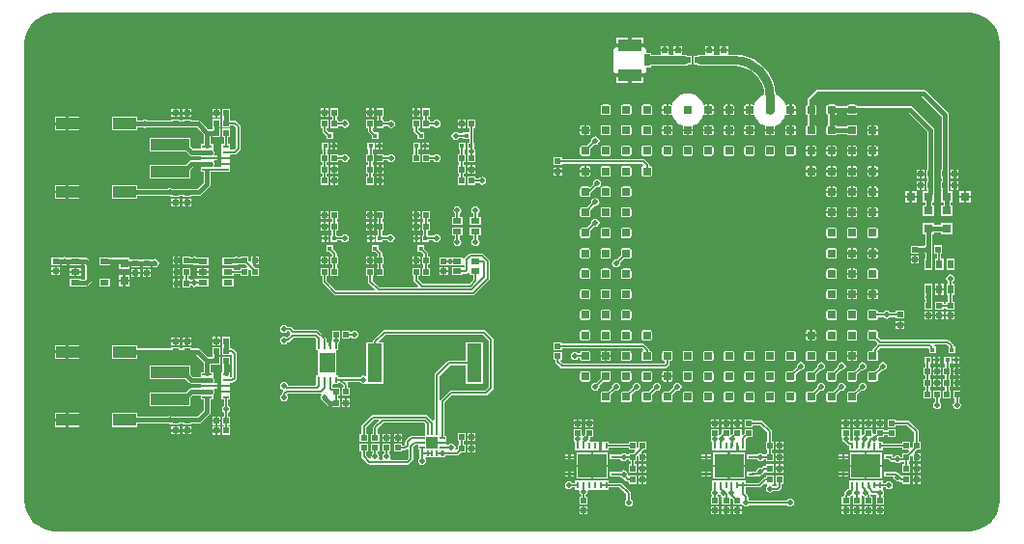
<source format=gtl>
G04*
G04 #@! TF.GenerationSoftware,Altium Limited,Altium Designer,20.0.13 (296)*
G04*
G04 Layer_Physical_Order=1*
G04 Layer_Color=255*
%FSLAX24Y24*%
%MOIN*%
G70*
G01*
G75*
%ADD11C,0.0079*%
%ADD13C,0.0157*%
%ADD16R,0.0512X0.1339*%
%ADD17R,0.0571X0.0689*%
%ADD18R,0.0098X0.0197*%
%ADD19R,0.0185X0.0205*%
%ADD20R,0.0205X0.0185*%
%ADD21R,0.1004X0.0807*%
%ADD22R,0.0236X0.0098*%
%ADD23R,0.0098X0.0236*%
%ADD24R,0.0315X0.0197*%
%ADD25R,0.0315X0.0315*%
%ADD26R,0.0157X0.0157*%
%ADD27R,0.0157X0.0157*%
%ADD28R,0.0394X0.0394*%
%ADD29R,0.0197X0.0098*%
%ADD30R,0.0354X0.0098*%
%ADD31R,0.0512X0.0098*%
%ADD32R,0.1339X0.0386*%
%ADD33R,0.0787X0.0394*%
%ADD34R,0.0315X0.0315*%
%ADD35R,0.0197X0.0315*%
%ADD36R,0.0236X0.0394*%
G04:AMPARAMS|DCode=37|XSize=27.6mil|YSize=27.6mil|CornerRadius=2.8mil|HoleSize=0mil|Usage=FLASHONLY|Rotation=0.000|XOffset=0mil|YOffset=0mil|HoleType=Round|Shape=RoundedRectangle|*
%AMROUNDEDRECTD37*
21,1,0.0276,0.0220,0,0,0.0*
21,1,0.0220,0.0276,0,0,0.0*
1,1,0.0055,0.0110,-0.0110*
1,1,0.0055,-0.0110,-0.0110*
1,1,0.0055,-0.0110,0.0110*
1,1,0.0055,0.0110,0.0110*
%
%ADD37ROUNDEDRECTD37*%
%ADD62C,0.0295*%
%ADD64C,0.0303*%
%ADD65C,0.1969*%
%ADD66C,0.0197*%
G36*
X31567Y16829D02*
X31707Y16810D01*
X31844Y16774D01*
X31975Y16719D01*
X32098Y16649D01*
X32210Y16562D01*
X32310Y16462D01*
X32397Y16350D01*
X32467Y16227D01*
X32522Y16096D01*
X32558Y15959D01*
X32577Y15819D01*
Y15748D01*
Y0D01*
Y-71D01*
X32558Y-211D01*
X32522Y-348D01*
X32467Y-479D01*
X32397Y-602D01*
X32310Y-714D01*
X32210Y-814D01*
X32098Y-901D01*
X31975Y-971D01*
X31844Y-1026D01*
X31707Y-1062D01*
X31567Y-1081D01*
X31496D01*
X-0Y-1081D01*
X-71D01*
X-211Y-1062D01*
X-348Y-1026D01*
X-479Y-971D01*
X-602Y-901D01*
X-714Y-814D01*
X-814Y-714D01*
X-901Y-602D01*
X-971Y-479D01*
X-1026Y-348D01*
X-1062Y-211D01*
X-1081Y-71D01*
Y-0D01*
Y15748D01*
Y15819D01*
X-1062Y15959D01*
X-1026Y16096D01*
X-971Y16227D01*
X-901Y16350D01*
X-814Y16462D01*
X-714Y16562D01*
X-602Y16649D01*
X-479Y16719D01*
X-348Y16774D01*
X-211Y16810D01*
X-71Y16829D01*
X0Y16829D01*
X31496D01*
X31567Y16829D01*
D02*
G37*
%LPC*%
G36*
X20280Y15977D02*
X19866D01*
Y15760D01*
X20280D01*
Y15977D01*
D02*
G37*
G36*
X19748D02*
X19335D01*
Y15760D01*
X19748D01*
Y15977D01*
D02*
G37*
G36*
X23197Y15660D02*
X23094D01*
Y15567D01*
X23197D01*
Y15660D01*
D02*
G37*
G36*
X23016D02*
X22913D01*
Y15567D01*
X23016D01*
Y15660D01*
D02*
G37*
G36*
X22697D02*
X22594D01*
Y15567D01*
X22697D01*
Y15660D01*
D02*
G37*
G36*
X22516D02*
X22413D01*
Y15567D01*
X22516D01*
Y15660D01*
D02*
G37*
G36*
X21608D02*
X21506D01*
Y15567D01*
X21608D01*
Y15660D01*
D02*
G37*
G36*
X21427D02*
X21325D01*
Y15567D01*
X21427D01*
Y15660D01*
D02*
G37*
G36*
X21158D02*
X21056D01*
Y15567D01*
X21158D01*
Y15660D01*
D02*
G37*
G36*
X20977D02*
X20875D01*
Y15567D01*
X20977D01*
Y15660D01*
D02*
G37*
G36*
X23197Y15489D02*
X22913D01*
Y15396D01*
X22868Y15384D01*
X22742D01*
X22697Y15396D01*
X22697Y15434D01*
Y15489D01*
X22413D01*
Y15396D01*
X22368Y15384D01*
X22244D01*
X22170Y15369D01*
X22113Y15331D01*
X22023D01*
Y15048D01*
X22113D01*
X22170Y15009D01*
X22244Y14995D01*
X23424D01*
X23436Y14997D01*
X23625Y14979D01*
X23818Y14920D01*
X23997Y14825D01*
X24153Y14697D01*
X24281Y14540D01*
X24376Y14362D01*
X24435Y14169D01*
X24450Y14015D01*
X24358Y13977D01*
X24239Y13885D01*
X24147Y13766D01*
X24103Y13661D01*
X24073Y13652D01*
X24047Y13657D01*
X23976D01*
Y13478D01*
Y13300D01*
X24047D01*
X24073Y13305D01*
X24103Y13296D01*
X24147Y13190D01*
X24239Y13071D01*
X24358Y12980D01*
X24463Y12936D01*
X24472Y12906D01*
X24467Y12880D01*
Y12809D01*
X24824D01*
Y12880D01*
X24819Y12906D01*
X24828Y12936D01*
X24934Y12980D01*
X25053Y13071D01*
X25144Y13190D01*
X25188Y13296D01*
X25218Y13305D01*
X25244Y13300D01*
X25315D01*
Y13478D01*
Y13657D01*
X25244D01*
X25218Y13652D01*
X25188Y13661D01*
X25144Y13766D01*
X25053Y13885D01*
X24934Y13977D01*
X24837Y14017D01*
X24824Y14189D01*
X24772Y14406D01*
X24687Y14611D01*
X24570Y14801D01*
X24426Y14970D01*
X24257Y15114D01*
X24067Y15230D01*
X23862Y15315D01*
X23646Y15367D01*
X23424Y15385D01*
Y15384D01*
X23242D01*
X23197Y15396D01*
X23197Y15434D01*
Y15489D01*
D02*
G37*
G36*
X20280Y15642D02*
X19807D01*
X19335D01*
Y15626D01*
X19295D01*
X19265Y15613D01*
X19253Y15583D01*
Y14796D01*
X19265Y14765D01*
X19295Y14753D01*
X19335D01*
Y14737D01*
X19807D01*
Y14678D01*
D01*
Y14737D01*
X20280D01*
Y14753D01*
X20319D01*
X20349Y14765D01*
X20362Y14796D01*
Y14953D01*
X20555D01*
Y14995D01*
X21693D01*
X21767Y15009D01*
X21824Y15048D01*
X21948D01*
Y15331D01*
X21824D01*
X21767Y15369D01*
X21693Y15384D01*
X21653D01*
X21608Y15396D01*
X21608Y15434D01*
Y15489D01*
X21325D01*
Y15396D01*
X21280Y15384D01*
X21203D01*
X21158Y15396D01*
X21158Y15434D01*
Y15489D01*
X20875D01*
Y15396D01*
X20830Y15384D01*
X20555D01*
Y15426D01*
X20362D01*
Y15583D01*
X20349Y15613D01*
X20319Y15626D01*
X20280D01*
Y15642D01*
D02*
G37*
G36*
Y14619D02*
X19866D01*
Y14402D01*
X20280D01*
Y14619D01*
D02*
G37*
G36*
X19748D02*
X19335D01*
Y14402D01*
X19748D01*
Y14619D01*
D02*
G37*
G36*
X29941Y14166D02*
X29941Y14166D01*
X26299D01*
X26299Y14166D01*
X26253Y14157D01*
X26214Y14130D01*
X25978Y13894D01*
X25952Y13855D01*
X25943Y13809D01*
X25943Y13809D01*
Y13655D01*
X25927Y13652D01*
X25905Y13637D01*
X25890Y13615D01*
X25885Y13589D01*
Y13368D01*
X25890Y13342D01*
X25905Y13320D01*
X25927Y13305D01*
X25943Y13302D01*
Y12946D01*
X25927Y12943D01*
X25905Y12928D01*
X25890Y12906D01*
X25885Y12880D01*
Y12659D01*
X25890Y12633D01*
X25905Y12611D01*
X25927Y12596D01*
X25953Y12591D01*
X26173D01*
X26199Y12596D01*
X26221Y12611D01*
X26236Y12633D01*
X26241Y12659D01*
Y12880D01*
X26236Y12906D01*
X26221Y12928D01*
X26199Y12943D01*
X26183Y12946D01*
Y13302D01*
X26199Y13305D01*
X26221Y13320D01*
X26236Y13342D01*
X26241Y13368D01*
Y13589D01*
X26236Y13615D01*
X26221Y13637D01*
X26199Y13652D01*
X26183Y13655D01*
Y13759D01*
X26349Y13925D01*
X29891D01*
X30563Y13253D01*
Y11396D01*
X30551D01*
Y11113D01*
X30563D01*
Y11003D01*
X30551D01*
Y10719D01*
X30563D01*
Y10664D01*
X30551D01*
Y10270D01*
X30628D01*
Y10187D01*
X30551D01*
Y9793D01*
X30945D01*
Y10187D01*
X30868D01*
Y10270D01*
X30945D01*
Y10664D01*
X30803D01*
Y10719D01*
X30815D01*
Y11003D01*
X30803D01*
Y11113D01*
X30815D01*
Y11396D01*
X30803D01*
Y13303D01*
X30794Y13349D01*
X30768Y13388D01*
X30026Y14130D01*
X29987Y14157D01*
X29941Y14166D01*
D02*
G37*
G36*
X21811Y14054D02*
X21662Y14035D01*
X21523Y13977D01*
X21404Y13885D01*
X21312Y13766D01*
X21269Y13661D01*
X21239Y13652D01*
X21213Y13657D01*
X21142D01*
Y13478D01*
Y13300D01*
X21213D01*
X21239Y13305D01*
X21269Y13296D01*
X21312Y13190D01*
X21404Y13071D01*
X21523Y12980D01*
X21629Y12936D01*
X21638Y12906D01*
X21633Y12880D01*
Y12809D01*
X21990D01*
Y12880D01*
X21984Y12906D01*
X21993Y12936D01*
X22099Y12980D01*
X22218Y13071D01*
X22310Y13190D01*
X22353Y13296D01*
X22383Y13305D01*
X22409Y13300D01*
X22480D01*
Y13478D01*
Y13657D01*
X22409D01*
X22383Y13652D01*
X22353Y13661D01*
X22310Y13766D01*
X22218Y13885D01*
X22099Y13977D01*
X21960Y14035D01*
X21811Y14054D01*
D02*
G37*
G36*
X27591Y13657D02*
X27370D01*
X27344Y13652D01*
X27322Y13637D01*
X27307Y13615D01*
X27304Y13599D01*
X26948D01*
X26945Y13615D01*
X26930Y13637D01*
X26908Y13652D01*
X26882Y13657D01*
X26661D01*
X26635Y13652D01*
X26613Y13637D01*
X26598Y13615D01*
X26593Y13589D01*
Y13368D01*
X26598Y13342D01*
X26613Y13320D01*
X26635Y13305D01*
X26651Y13302D01*
Y12946D01*
X26635Y12943D01*
X26613Y12928D01*
X26598Y12906D01*
X26593Y12880D01*
Y12659D01*
X26598Y12633D01*
X26613Y12611D01*
X26635Y12596D01*
X26661Y12591D01*
X26882D01*
X26908Y12596D01*
X26930Y12611D01*
X26945Y12633D01*
X26948Y12649D01*
X27304D01*
X27307Y12633D01*
X27322Y12611D01*
X27344Y12596D01*
X27370Y12591D01*
X27591D01*
X27617Y12596D01*
X27639Y12611D01*
X27654Y12633D01*
X27659Y12659D01*
Y12880D01*
X27654Y12906D01*
X27639Y12928D01*
X27617Y12943D01*
X27591Y12948D01*
X27370D01*
X27344Y12943D01*
X27322Y12928D01*
X27307Y12906D01*
X27304Y12890D01*
X26948D01*
X26945Y12906D01*
X26930Y12928D01*
X26908Y12943D01*
X26892Y12946D01*
Y13302D01*
X26908Y13305D01*
X26930Y13320D01*
X26945Y13342D01*
X26948Y13358D01*
X27304D01*
X27307Y13342D01*
X27322Y13320D01*
X27344Y13305D01*
X27370Y13300D01*
X27591D01*
X27617Y13305D01*
X27639Y13320D01*
X27654Y13342D01*
X27657Y13358D01*
X29434D01*
X30063Y12730D01*
Y11396D01*
X30051D01*
Y11113D01*
X30063D01*
Y11003D01*
X30051D01*
Y10719D01*
X30063D01*
Y10664D01*
X29921D01*
Y10270D01*
X29998D01*
Y10187D01*
X29921D01*
Y9793D01*
X30315D01*
Y10187D01*
X30239D01*
Y10270D01*
X30315D01*
Y10664D01*
X30303D01*
Y10719D01*
X30315D01*
Y11003D01*
X30303D01*
Y11113D01*
X30315D01*
Y11396D01*
X30303D01*
Y12780D01*
X30303Y12780D01*
X30294Y12826D01*
X30268Y12865D01*
X29569Y13563D01*
X29530Y13590D01*
X29484Y13599D01*
X29484Y13599D01*
X27657D01*
X27654Y13615D01*
X27639Y13637D01*
X27617Y13652D01*
X27591Y13657D01*
D02*
G37*
G36*
X25465D02*
X25394D01*
Y13518D01*
X25533D01*
Y13589D01*
X25528Y13615D01*
X25513Y13637D01*
X25491Y13652D01*
X25465Y13657D01*
D02*
G37*
G36*
X23898D02*
X23827D01*
X23801Y13652D01*
X23779Y13637D01*
X23764Y13615D01*
X23759Y13589D01*
Y13518D01*
X23898D01*
Y13657D01*
D02*
G37*
G36*
X23339D02*
X23268D01*
Y13518D01*
X23407D01*
Y13589D01*
X23402Y13615D01*
X23387Y13637D01*
X23365Y13652D01*
X23339Y13657D01*
D02*
G37*
G36*
X23189D02*
X23118D01*
X23092Y13652D01*
X23070Y13637D01*
X23055Y13615D01*
X23050Y13589D01*
Y13518D01*
X23189D01*
Y13657D01*
D02*
G37*
G36*
X22630D02*
X22559D01*
Y13518D01*
X22698D01*
Y13589D01*
X22693Y13615D01*
X22678Y13637D01*
X22656Y13652D01*
X22630Y13657D01*
D02*
G37*
G36*
X21063D02*
X20992D01*
X20966Y13652D01*
X20944Y13637D01*
X20929Y13615D01*
X20924Y13589D01*
Y13518D01*
X21063D01*
Y13657D01*
D02*
G37*
G36*
X10986Y13528D02*
X10894D01*
Y13425D01*
X10986D01*
Y13528D01*
D02*
G37*
G36*
X10815D02*
X10722D01*
Y13425D01*
X10815D01*
Y13528D01*
D02*
G37*
G36*
X12561D02*
X12469D01*
Y13425D01*
X12561D01*
Y13528D01*
D02*
G37*
G36*
X9411D02*
X9319D01*
Y13425D01*
X9411D01*
Y13528D01*
D02*
G37*
G36*
X12390D02*
X12297D01*
Y13425D01*
X12390D01*
Y13528D01*
D02*
G37*
G36*
X9240D02*
X9148D01*
Y13425D01*
X9240D01*
Y13528D01*
D02*
G37*
G36*
X4669Y13490D02*
X4567D01*
Y13398D01*
X4669D01*
Y13490D01*
D02*
G37*
G36*
X4488D02*
X4386D01*
Y13398D01*
X4488D01*
Y13490D01*
D02*
G37*
G36*
X5671Y13500D02*
X5579D01*
Y13398D01*
X5671D01*
Y13500D01*
D02*
G37*
G36*
X5500D02*
X5407D01*
Y13398D01*
X5500D01*
Y13500D01*
D02*
G37*
G36*
X4276Y13490D02*
X4173D01*
Y13398D01*
X4276D01*
Y13490D01*
D02*
G37*
G36*
X4094D02*
X3992D01*
Y13398D01*
X4094D01*
Y13490D01*
D02*
G37*
G36*
X25533Y13439D02*
X25394D01*
Y13300D01*
X25465D01*
X25491Y13305D01*
X25513Y13320D01*
X25528Y13342D01*
X25533Y13368D01*
Y13439D01*
D02*
G37*
G36*
X23898D02*
X23759D01*
Y13368D01*
X23764Y13342D01*
X23779Y13320D01*
X23801Y13305D01*
X23827Y13300D01*
X23898D01*
Y13439D01*
D02*
G37*
G36*
X23407D02*
X23268D01*
Y13300D01*
X23339D01*
X23365Y13305D01*
X23387Y13320D01*
X23402Y13342D01*
X23407Y13368D01*
Y13439D01*
D02*
G37*
G36*
X23189D02*
X23050D01*
Y13368D01*
X23055Y13342D01*
X23070Y13320D01*
X23092Y13305D01*
X23118Y13300D01*
X23189D01*
Y13439D01*
D02*
G37*
G36*
X22698D02*
X22559D01*
Y13300D01*
X22630D01*
X22656Y13305D01*
X22678Y13320D01*
X22693Y13342D01*
X22698Y13368D01*
Y13439D01*
D02*
G37*
G36*
X21063D02*
X20924D01*
Y13368D01*
X20929Y13342D01*
X20944Y13320D01*
X20966Y13305D01*
X20992Y13300D01*
X21063D01*
Y13439D01*
D02*
G37*
G36*
X20504Y13657D02*
X20283D01*
X20257Y13652D01*
X20235Y13637D01*
X20220Y13615D01*
X20215Y13589D01*
Y13368D01*
X20220Y13342D01*
X20235Y13320D01*
X20257Y13305D01*
X20283Y13300D01*
X20504D01*
X20530Y13305D01*
X20552Y13320D01*
X20567Y13342D01*
X20572Y13368D01*
Y13589D01*
X20567Y13615D01*
X20552Y13637D01*
X20530Y13652D01*
X20504Y13657D01*
D02*
G37*
G36*
X19795D02*
X19575D01*
X19549Y13652D01*
X19527Y13637D01*
X19512Y13615D01*
X19507Y13589D01*
Y13368D01*
X19512Y13342D01*
X19527Y13320D01*
X19549Y13305D01*
X19575Y13300D01*
X19795D01*
X19821Y13305D01*
X19844Y13320D01*
X19858Y13342D01*
X19864Y13368D01*
Y13589D01*
X19858Y13615D01*
X19844Y13637D01*
X19821Y13652D01*
X19795Y13657D01*
D02*
G37*
G36*
X19087D02*
X18866D01*
X18840Y13652D01*
X18818Y13637D01*
X18803Y13615D01*
X18798Y13589D01*
Y13368D01*
X18803Y13342D01*
X18818Y13320D01*
X18840Y13305D01*
X18866Y13300D01*
X19087D01*
X19113Y13305D01*
X19135Y13320D01*
X19150Y13342D01*
X19155Y13368D01*
Y13589D01*
X19150Y13615D01*
X19135Y13637D01*
X19113Y13652D01*
X19087Y13657D01*
D02*
G37*
G36*
X12561Y13346D02*
X12469D01*
Y13244D01*
X12561D01*
Y13346D01*
D02*
G37*
G36*
X12390D02*
X12297D01*
Y13244D01*
X12390D01*
Y13346D01*
D02*
G37*
G36*
X10986Y13346D02*
X10894D01*
Y13244D01*
X10986D01*
Y13346D01*
D02*
G37*
G36*
X10815D02*
X10722D01*
Y13244D01*
X10815D01*
Y13346D01*
D02*
G37*
G36*
X9411Y13346D02*
X9319D01*
Y13244D01*
X9411D01*
Y13346D01*
D02*
G37*
G36*
X9240D02*
X9148D01*
Y13244D01*
X9240D01*
Y13346D01*
D02*
G37*
G36*
X4669Y13319D02*
X4567D01*
Y13226D01*
X4669D01*
Y13319D01*
D02*
G37*
G36*
X4488D02*
X4386D01*
Y13226D01*
X4488D01*
Y13319D01*
D02*
G37*
G36*
X4276Y13319D02*
X4173D01*
Y13226D01*
X4276D01*
Y13319D01*
D02*
G37*
G36*
X4094D02*
X3992D01*
Y13226D01*
X4094D01*
Y13319D01*
D02*
G37*
G36*
X5671Y13319D02*
X5579D01*
Y13217D01*
X5671D01*
Y13319D01*
D02*
G37*
G36*
X5500D02*
X5407D01*
Y13217D01*
X5500D01*
Y13319D01*
D02*
G37*
G36*
X827Y13228D02*
X433D01*
Y13032D01*
X827D01*
Y13228D01*
D02*
G37*
G36*
X354D02*
X-39D01*
Y13032D01*
X354D01*
Y13228D01*
D02*
G37*
G36*
X14136Y13134D02*
X14043D01*
Y13032D01*
X14136D01*
Y13134D01*
D02*
G37*
G36*
X13965D02*
X13872D01*
Y13032D01*
X13965D01*
Y13134D01*
D02*
G37*
G36*
X12900Y13528D02*
X12636D01*
Y13244D01*
X12687D01*
Y13134D01*
X12636D01*
Y12850D01*
X12900D01*
Y12912D01*
X13030D01*
X13042Y12893D01*
X13088Y12862D01*
X13142Y12852D01*
X13196Y12862D01*
X13241Y12893D01*
X13272Y12938D01*
X13282Y12992D01*
X13272Y13046D01*
X13241Y13091D01*
X13196Y13122D01*
X13142Y13133D01*
X13088Y13122D01*
X13042Y13091D01*
X13030Y13072D01*
X12900D01*
Y13134D01*
X12848D01*
Y13244D01*
X12900D01*
Y13528D01*
D02*
G37*
G36*
X9750D02*
X9486D01*
Y13244D01*
X9538D01*
Y13134D01*
X9486D01*
Y12850D01*
X9750D01*
Y12912D01*
X9880D01*
X9893Y12893D01*
X9938Y12862D01*
X9992Y12852D01*
X10046Y12862D01*
X10091Y12893D01*
X10122Y12938D01*
X10133Y12992D01*
X10122Y13046D01*
X10091Y13091D01*
X10046Y13122D01*
X9992Y13133D01*
X9938Y13122D01*
X9893Y13091D01*
X9880Y13072D01*
X9750D01*
Y13134D01*
X9698D01*
Y13244D01*
X9750D01*
Y13528D01*
D02*
G37*
G36*
X14136Y12953D02*
X14043D01*
Y12850D01*
X14136D01*
Y12953D01*
D02*
G37*
G36*
X13965D02*
X13872D01*
Y12850D01*
X13965D01*
Y12953D01*
D02*
G37*
G36*
X11325Y13528D02*
X11061D01*
Y13244D01*
X11113D01*
Y13134D01*
X11061D01*
Y12850D01*
X11325D01*
Y12909D01*
X11453D01*
X11468Y12888D01*
X11513Y12857D01*
X11567Y12847D01*
X11621Y12857D01*
X11666Y12888D01*
X11697Y12933D01*
X11707Y12987D01*
X11697Y13041D01*
X11666Y13086D01*
X11621Y13117D01*
X11567Y13128D01*
X11513Y13117D01*
X11468Y13086D01*
X11457Y13070D01*
X11325D01*
Y13134D01*
X11273D01*
Y13244D01*
X11325D01*
Y13528D01*
D02*
G37*
G36*
X28299Y12948D02*
X28228D01*
Y12809D01*
X28367D01*
Y12880D01*
X28362Y12906D01*
X28347Y12928D01*
X28325Y12943D01*
X28299Y12948D01*
D02*
G37*
G36*
X28150D02*
X28079D01*
X28053Y12943D01*
X28030Y12928D01*
X28016Y12906D01*
X28010Y12880D01*
Y12809D01*
X28150D01*
Y12948D01*
D02*
G37*
G36*
X25465D02*
X25394D01*
Y12809D01*
X25533D01*
Y12880D01*
X25528Y12906D01*
X25513Y12928D01*
X25491Y12943D01*
X25465Y12948D01*
D02*
G37*
G36*
X25315D02*
X25244D01*
X25218Y12943D01*
X25196Y12928D01*
X25181Y12906D01*
X25176Y12880D01*
Y12809D01*
X25315D01*
Y12948D01*
D02*
G37*
G36*
X24047D02*
X23976D01*
Y12809D01*
X24115D01*
Y12880D01*
X24110Y12906D01*
X24095Y12928D01*
X24073Y12943D01*
X24047Y12948D01*
D02*
G37*
G36*
X23898D02*
X23827D01*
X23801Y12943D01*
X23779Y12928D01*
X23764Y12906D01*
X23759Y12880D01*
Y12809D01*
X23898D01*
Y12948D01*
D02*
G37*
G36*
X23339D02*
X23268D01*
Y12809D01*
X23407D01*
Y12880D01*
X23402Y12906D01*
X23387Y12928D01*
X23365Y12943D01*
X23339Y12948D01*
D02*
G37*
G36*
X23189D02*
X23118D01*
X23092Y12943D01*
X23070Y12928D01*
X23055Y12906D01*
X23050Y12880D01*
Y12809D01*
X23189D01*
Y12948D01*
D02*
G37*
G36*
X22630D02*
X22559D01*
Y12809D01*
X22698D01*
Y12880D01*
X22693Y12906D01*
X22678Y12928D01*
X22656Y12943D01*
X22630Y12948D01*
D02*
G37*
G36*
X22480D02*
X22409D01*
X22383Y12943D01*
X22361Y12928D01*
X22346Y12906D01*
X22341Y12880D01*
Y12809D01*
X22480D01*
Y12948D01*
D02*
G37*
G36*
X21213D02*
X21142D01*
Y12809D01*
X21281D01*
Y12880D01*
X21276Y12906D01*
X21261Y12928D01*
X21239Y12943D01*
X21213Y12948D01*
D02*
G37*
G36*
X21063D02*
X20992D01*
X20966Y12943D01*
X20944Y12928D01*
X20929Y12906D01*
X20924Y12880D01*
Y12809D01*
X21063D01*
Y12948D01*
D02*
G37*
G36*
X18378D02*
X18307D01*
Y12809D01*
X18446D01*
Y12880D01*
X18441Y12906D01*
X18426Y12928D01*
X18404Y12943D01*
X18378Y12948D01*
D02*
G37*
G36*
X18228D02*
X18157D01*
X18131Y12943D01*
X18109Y12928D01*
X18094Y12906D01*
X18089Y12880D01*
Y12809D01*
X18228D01*
Y12948D01*
D02*
G37*
G36*
X827Y12953D02*
X433D01*
Y12756D01*
X827D01*
Y12953D01*
D02*
G37*
G36*
X354D02*
X-39D01*
Y12756D01*
X354D01*
Y12953D01*
D02*
G37*
G36*
X14474Y13134D02*
X14211D01*
Y12850D01*
X14262D01*
Y12697D01*
X14055D01*
Y12659D01*
X13911D01*
X13899Y12678D01*
X13853Y12709D01*
X13799Y12719D01*
X13745Y12709D01*
X13700Y12678D01*
X13669Y12633D01*
X13659Y12579D01*
X13669Y12525D01*
X13700Y12479D01*
X13745Y12449D01*
X13799Y12438D01*
X13853Y12449D01*
X13899Y12479D01*
X13911Y12498D01*
X14055D01*
Y12461D01*
X14262D01*
Y12343D01*
X14203D01*
Y12106D01*
X14203Y12106D01*
X14206Y12056D01*
X14200Y12028D01*
X14205Y12001D01*
X14211Y11953D01*
X14211Y11953D01*
X14211Y11953D01*
Y11669D01*
X14474D01*
Y11953D01*
X14474Y11953D01*
X14476Y12002D01*
X14481Y12028D01*
X14470Y12081D01*
X14440Y12127D01*
X14439Y12128D01*
Y12343D01*
X14423D01*
Y12850D01*
X14474D01*
Y13134D01*
D02*
G37*
G36*
X28367Y12730D02*
X28228D01*
Y12591D01*
X28299D01*
X28325Y12596D01*
X28347Y12611D01*
X28362Y12633D01*
X28367Y12659D01*
Y12730D01*
D02*
G37*
G36*
X28150D02*
X28010D01*
Y12659D01*
X28016Y12633D01*
X28030Y12611D01*
X28053Y12596D01*
X28079Y12591D01*
X28150D01*
Y12730D01*
D02*
G37*
G36*
X25533D02*
X25394D01*
Y12591D01*
X25465D01*
X25491Y12596D01*
X25513Y12611D01*
X25528Y12633D01*
X25533Y12659D01*
Y12730D01*
D02*
G37*
G36*
X25315D02*
X25176D01*
Y12659D01*
X25181Y12633D01*
X25196Y12611D01*
X25218Y12596D01*
X25244Y12591D01*
X25315D01*
Y12730D01*
D02*
G37*
G36*
X24824D02*
X24685D01*
Y12591D01*
X24756D01*
X24782Y12596D01*
X24804Y12611D01*
X24819Y12633D01*
X24824Y12659D01*
Y12730D01*
D02*
G37*
G36*
X24606D02*
X24467D01*
Y12659D01*
X24472Y12633D01*
X24487Y12611D01*
X24509Y12596D01*
X24535Y12591D01*
X24606D01*
Y12730D01*
D02*
G37*
G36*
X24115D02*
X23976D01*
Y12591D01*
X24047D01*
X24073Y12596D01*
X24095Y12611D01*
X24110Y12633D01*
X24115Y12659D01*
Y12730D01*
D02*
G37*
G36*
X23898D02*
X23759D01*
Y12659D01*
X23764Y12633D01*
X23779Y12611D01*
X23801Y12596D01*
X23827Y12591D01*
X23898D01*
Y12730D01*
D02*
G37*
G36*
X23407D02*
X23268D01*
Y12591D01*
X23339D01*
X23365Y12596D01*
X23387Y12611D01*
X23402Y12633D01*
X23407Y12659D01*
Y12730D01*
D02*
G37*
G36*
X23189D02*
X23050D01*
Y12659D01*
X23055Y12633D01*
X23070Y12611D01*
X23092Y12596D01*
X23118Y12591D01*
X23189D01*
Y12730D01*
D02*
G37*
G36*
X22698D02*
X22559D01*
Y12591D01*
X22630D01*
X22656Y12596D01*
X22678Y12611D01*
X22693Y12633D01*
X22698Y12659D01*
Y12730D01*
D02*
G37*
G36*
X22480D02*
X22341D01*
Y12659D01*
X22346Y12633D01*
X22361Y12611D01*
X22383Y12596D01*
X22409Y12591D01*
X22480D01*
Y12730D01*
D02*
G37*
G36*
X21990D02*
X21850D01*
Y12591D01*
X21921D01*
X21947Y12596D01*
X21970Y12611D01*
X21984Y12633D01*
X21990Y12659D01*
Y12730D01*
D02*
G37*
G36*
X21772D02*
X21633D01*
Y12659D01*
X21638Y12633D01*
X21653Y12611D01*
X21675Y12596D01*
X21701Y12591D01*
X21772D01*
Y12730D01*
D02*
G37*
G36*
X21281D02*
X21142D01*
Y12591D01*
X21213D01*
X21239Y12596D01*
X21261Y12611D01*
X21276Y12633D01*
X21281Y12659D01*
Y12730D01*
D02*
G37*
G36*
X21063D02*
X20924D01*
Y12659D01*
X20929Y12633D01*
X20944Y12611D01*
X20966Y12596D01*
X20992Y12591D01*
X21063D01*
Y12730D01*
D02*
G37*
G36*
X20504Y12948D02*
X20283D01*
X20257Y12943D01*
X20235Y12928D01*
X20220Y12906D01*
X20215Y12880D01*
Y12659D01*
X20220Y12633D01*
X20235Y12611D01*
X20257Y12596D01*
X20283Y12591D01*
X20504D01*
X20530Y12596D01*
X20552Y12611D01*
X20567Y12633D01*
X20572Y12659D01*
Y12880D01*
X20567Y12906D01*
X20552Y12928D01*
X20530Y12943D01*
X20504Y12948D01*
D02*
G37*
G36*
X19795D02*
X19575D01*
X19549Y12943D01*
X19527Y12928D01*
X19512Y12906D01*
X19507Y12880D01*
Y12659D01*
X19512Y12633D01*
X19527Y12611D01*
X19549Y12596D01*
X19575Y12591D01*
X19795D01*
X19821Y12596D01*
X19844Y12611D01*
X19858Y12633D01*
X19864Y12659D01*
Y12880D01*
X19858Y12906D01*
X19844Y12928D01*
X19821Y12943D01*
X19795Y12948D01*
D02*
G37*
G36*
X19087D02*
X18866D01*
X18840Y12943D01*
X18818Y12928D01*
X18803Y12906D01*
X18798Y12880D01*
Y12659D01*
X18803Y12633D01*
X18818Y12611D01*
X18840Y12596D01*
X18866Y12591D01*
X19087D01*
X19113Y12596D01*
X19135Y12611D01*
X19150Y12633D01*
X19155Y12659D01*
Y12880D01*
X19150Y12906D01*
X19135Y12928D01*
X19113Y12943D01*
X19087Y12948D01*
D02*
G37*
G36*
X18446Y12730D02*
X18307D01*
Y12591D01*
X18378D01*
X18404Y12596D01*
X18426Y12611D01*
X18441Y12633D01*
X18446Y12659D01*
Y12730D01*
D02*
G37*
G36*
X18228D02*
X18089D01*
Y12659D01*
X18094Y12633D01*
X18109Y12611D01*
X18131Y12596D01*
X18157Y12591D01*
X18228D01*
Y12730D01*
D02*
G37*
G36*
X2795Y13228D02*
X1929D01*
Y12756D01*
X2795D01*
Y12872D01*
X3013D01*
X3027Y12862D01*
X3081Y12852D01*
X3134Y12862D01*
X3149Y12872D01*
X4858D01*
X5096Y12634D01*
Y12293D01*
X5000D01*
Y12128D01*
X4733D01*
X4646Y12216D01*
Y12510D01*
X3228D01*
Y12045D01*
X4475D01*
X4598Y11923D01*
X4598Y11923D01*
X4637Y11897D01*
X4683Y11887D01*
X5000D01*
Y11850D01*
X5295D01*
X5591D01*
Y11900D01*
X5484D01*
X5457Y11950D01*
X5466Y11962D01*
X5475Y12008D01*
X5466Y12054D01*
X5452Y12074D01*
X5433Y12116D01*
Y12293D01*
X5337D01*
Y12561D01*
X5407D01*
Y12539D01*
X5671D01*
Y12823D01*
X5660D01*
Y12878D01*
X5671D01*
Y13161D01*
X5407D01*
Y12878D01*
X5419D01*
Y12823D01*
X5407D01*
Y12802D01*
X5269D01*
X4993Y13077D01*
X4954Y13103D01*
X4908Y13113D01*
X4908Y13113D01*
X4669D01*
Y13152D01*
X4386D01*
Y13113D01*
X4276D01*
Y13152D01*
X3992D01*
Y13113D01*
X3149D01*
X3134Y13122D01*
X3081Y13133D01*
X3027Y13122D01*
X3013Y13113D01*
X2795D01*
Y13228D01*
D02*
G37*
G36*
X12561Y13134D02*
X12297D01*
Y12850D01*
X12349D01*
Y12748D01*
X12355Y12717D01*
X12372Y12691D01*
X12480Y12583D01*
Y12461D01*
X12717D01*
Y12697D01*
X12594D01*
X12509Y12781D01*
Y12850D01*
X12561D01*
Y13134D01*
D02*
G37*
G36*
X10986D02*
X10722D01*
Y12850D01*
X10774D01*
Y12748D01*
X10780Y12717D01*
X10798Y12691D01*
X10906Y12583D01*
Y12461D01*
X11142D01*
Y12697D01*
X11019D01*
X10935Y12781D01*
Y12850D01*
X10986D01*
Y13134D01*
D02*
G37*
G36*
X9411D02*
X9148D01*
Y12850D01*
X9199D01*
Y12748D01*
X9205Y12717D01*
X9223Y12691D01*
X9331Y12583D01*
Y12461D01*
X9567D01*
Y12697D01*
X9444D01*
X9360Y12781D01*
Y12850D01*
X9411D01*
Y13134D01*
D02*
G37*
G36*
X18622Y12556D02*
X18568Y12545D01*
X18523Y12515D01*
X18492Y12469D01*
X18482Y12415D01*
X18486Y12393D01*
X18333Y12239D01*
X18157D01*
X18131Y12234D01*
X18109Y12220D01*
X18094Y12197D01*
X18089Y12171D01*
Y11951D01*
X18094Y11925D01*
X18109Y11903D01*
X18131Y11888D01*
X18157Y11883D01*
X18378D01*
X18404Y11888D01*
X18426Y11903D01*
X18441Y11925D01*
X18446Y11951D01*
Y12126D01*
X18600Y12279D01*
X18622Y12275D01*
X18676Y12286D01*
X18721Y12316D01*
X18752Y12362D01*
X18763Y12415D01*
X18752Y12469D01*
X18721Y12515D01*
X18676Y12545D01*
X18622Y12556D01*
D02*
G37*
G36*
X12864Y12343D02*
X12785D01*
Y12264D01*
X12864D01*
Y12343D01*
D02*
G37*
G36*
X12707D02*
X12628D01*
Y12264D01*
X12707D01*
Y12343D01*
D02*
G37*
G36*
X11289D02*
X11211D01*
Y12264D01*
X11289D01*
Y12343D01*
D02*
G37*
G36*
X11132D02*
X11053D01*
Y12264D01*
X11132D01*
Y12343D01*
D02*
G37*
G36*
X9715D02*
X9636D01*
Y12264D01*
X9715D01*
Y12343D01*
D02*
G37*
G36*
X9557D02*
X9478D01*
Y12264D01*
X9557D01*
Y12343D01*
D02*
G37*
G36*
X12864Y12185D02*
X12785D01*
Y12106D01*
X12864D01*
Y12185D01*
D02*
G37*
G36*
X12707D02*
X12628D01*
Y12106D01*
X12707D01*
Y12185D01*
D02*
G37*
G36*
X11289Y12185D02*
X11211D01*
Y12106D01*
X11289D01*
Y12185D01*
D02*
G37*
G36*
X11132D02*
X11053D01*
Y12106D01*
X11132D01*
Y12185D01*
D02*
G37*
G36*
X9715Y12185D02*
X9636D01*
Y12106D01*
X9715D01*
Y12185D01*
D02*
G37*
G36*
X9557D02*
X9478D01*
Y12106D01*
X9557D01*
Y12185D01*
D02*
G37*
G36*
X28299Y12239D02*
X28228D01*
Y12100D01*
X28367D01*
Y12171D01*
X28362Y12197D01*
X28347Y12220D01*
X28325Y12234D01*
X28299Y12239D01*
D02*
G37*
G36*
X28150D02*
X28079D01*
X28053Y12234D01*
X28030Y12220D01*
X28016Y12197D01*
X28010Y12171D01*
Y12100D01*
X28150D01*
Y12239D01*
D02*
G37*
G36*
X27591D02*
X27520D01*
Y12100D01*
X27659D01*
Y12171D01*
X27654Y12197D01*
X27639Y12220D01*
X27617Y12234D01*
X27591Y12239D01*
D02*
G37*
G36*
X27441D02*
X27370D01*
X27344Y12234D01*
X27322Y12220D01*
X27307Y12197D01*
X27302Y12171D01*
Y12100D01*
X27441D01*
Y12239D01*
D02*
G37*
G36*
X26882D02*
X26811D01*
Y12100D01*
X26950D01*
Y12171D01*
X26945Y12197D01*
X26930Y12220D01*
X26908Y12234D01*
X26882Y12239D01*
D02*
G37*
G36*
X26732D02*
X26661D01*
X26635Y12234D01*
X26613Y12220D01*
X26598Y12197D01*
X26593Y12171D01*
Y12100D01*
X26732D01*
Y12239D01*
D02*
G37*
G36*
X26173D02*
X26102D01*
Y12100D01*
X26241D01*
Y12171D01*
X26236Y12197D01*
X26221Y12220D01*
X26199Y12234D01*
X26173Y12239D01*
D02*
G37*
G36*
X26024D02*
X25953D01*
X25927Y12234D01*
X25905Y12220D01*
X25890Y12197D01*
X25885Y12171D01*
Y12100D01*
X26024D01*
Y12239D01*
D02*
G37*
G36*
X6010Y13500D02*
X5746D01*
Y13217D01*
X5758D01*
Y13161D01*
X5746D01*
Y12878D01*
X6010D01*
Y12939D01*
X6140D01*
X6219Y12860D01*
Y12169D01*
X6138Y12088D01*
X6062D01*
X6024Y12116D01*
X6024Y12146D01*
Y12293D01*
X5958D01*
Y12539D01*
X6010D01*
Y12823D01*
X5746D01*
Y12539D01*
X5798D01*
Y12293D01*
X5709D01*
Y12146D01*
X5709Y12116D01*
X5709Y12066D01*
X5709Y11919D01*
X5709Y11869D01*
Y11850D01*
X5866D01*
X6024D01*
Y11900D01*
X6062Y11928D01*
X6171D01*
X6202Y11934D01*
X6228Y11951D01*
X6356Y12079D01*
X6373Y12105D01*
X6380Y12136D01*
X6380Y12136D01*
Y12894D01*
X6373Y12924D01*
X6356Y12950D01*
X6356Y12950D01*
X6230Y13076D01*
X6204Y13094D01*
X6173Y13100D01*
X6010D01*
Y13161D01*
X5998D01*
Y13217D01*
X6010D01*
Y13500D01*
D02*
G37*
G36*
X28367Y12022D02*
X28228D01*
Y11883D01*
X28299D01*
X28325Y11888D01*
X28347Y11903D01*
X28362Y11925D01*
X28367Y11951D01*
Y12022D01*
D02*
G37*
G36*
X28150D02*
X28010D01*
Y11951D01*
X28016Y11925D01*
X28030Y11903D01*
X28053Y11888D01*
X28079Y11883D01*
X28150D01*
Y12022D01*
D02*
G37*
G36*
X27659D02*
X27520D01*
Y11883D01*
X27591D01*
X27617Y11888D01*
X27639Y11903D01*
X27654Y11925D01*
X27659Y11951D01*
Y12022D01*
D02*
G37*
G36*
X27441D02*
X27302D01*
Y11951D01*
X27307Y11925D01*
X27322Y11903D01*
X27344Y11888D01*
X27370Y11883D01*
X27441D01*
Y12022D01*
D02*
G37*
G36*
X26950D02*
X26811D01*
Y11883D01*
X26882D01*
X26908Y11888D01*
X26930Y11903D01*
X26945Y11925D01*
X26950Y11951D01*
Y12022D01*
D02*
G37*
G36*
X26732D02*
X26593D01*
Y11951D01*
X26598Y11925D01*
X26613Y11903D01*
X26635Y11888D01*
X26661Y11883D01*
X26732D01*
Y12022D01*
D02*
G37*
G36*
X26241D02*
X26102D01*
Y11883D01*
X26173D01*
X26199Y11888D01*
X26221Y11903D01*
X26236Y11925D01*
X26241Y11951D01*
Y12022D01*
D02*
G37*
G36*
X26024D02*
X25885D01*
Y11951D01*
X25890Y11925D01*
X25905Y11903D01*
X25927Y11888D01*
X25953Y11883D01*
X26024D01*
Y12022D01*
D02*
G37*
G36*
X25465Y12239D02*
X25244D01*
X25218Y12234D01*
X25196Y12220D01*
X25181Y12197D01*
X25176Y12171D01*
Y11951D01*
X25181Y11925D01*
X25196Y11903D01*
X25218Y11888D01*
X25244Y11883D01*
X25465D01*
X25491Y11888D01*
X25513Y11903D01*
X25528Y11925D01*
X25533Y11951D01*
Y12171D01*
X25528Y12197D01*
X25513Y12220D01*
X25491Y12234D01*
X25465Y12239D01*
D02*
G37*
G36*
X24756D02*
X24535D01*
X24509Y12234D01*
X24487Y12220D01*
X24472Y12197D01*
X24467Y12171D01*
Y11951D01*
X24472Y11925D01*
X24487Y11903D01*
X24509Y11888D01*
X24535Y11883D01*
X24756D01*
X24782Y11888D01*
X24804Y11903D01*
X24819Y11925D01*
X24824Y11951D01*
Y12171D01*
X24819Y12197D01*
X24804Y12220D01*
X24782Y12234D01*
X24756Y12239D01*
D02*
G37*
G36*
X24047D02*
X23827D01*
X23801Y12234D01*
X23779Y12220D01*
X23764Y12197D01*
X23759Y12171D01*
Y11951D01*
X23764Y11925D01*
X23779Y11903D01*
X23801Y11888D01*
X23827Y11883D01*
X24047D01*
X24073Y11888D01*
X24095Y11903D01*
X24110Y11925D01*
X24115Y11951D01*
Y12171D01*
X24110Y12197D01*
X24095Y12220D01*
X24073Y12234D01*
X24047Y12239D01*
D02*
G37*
G36*
X23339D02*
X23118D01*
X23092Y12234D01*
X23070Y12220D01*
X23055Y12197D01*
X23050Y12171D01*
Y11951D01*
X23055Y11925D01*
X23070Y11903D01*
X23092Y11888D01*
X23118Y11883D01*
X23339D01*
X23365Y11888D01*
X23387Y11903D01*
X23402Y11925D01*
X23407Y11951D01*
Y12171D01*
X23402Y12197D01*
X23387Y12220D01*
X23365Y12234D01*
X23339Y12239D01*
D02*
G37*
G36*
X22630D02*
X22409D01*
X22383Y12234D01*
X22361Y12220D01*
X22346Y12197D01*
X22341Y12171D01*
Y11951D01*
X22346Y11925D01*
X22361Y11903D01*
X22383Y11888D01*
X22409Y11883D01*
X22630D01*
X22656Y11888D01*
X22678Y11903D01*
X22693Y11925D01*
X22698Y11951D01*
Y12171D01*
X22693Y12197D01*
X22678Y12220D01*
X22656Y12234D01*
X22630Y12239D01*
D02*
G37*
G36*
X21921D02*
X21701D01*
X21675Y12234D01*
X21653Y12220D01*
X21638Y12197D01*
X21633Y12171D01*
Y11951D01*
X21638Y11925D01*
X21653Y11903D01*
X21675Y11888D01*
X21701Y11883D01*
X21921D01*
X21947Y11888D01*
X21970Y11903D01*
X21984Y11925D01*
X21990Y11951D01*
Y12171D01*
X21984Y12197D01*
X21970Y12220D01*
X21947Y12234D01*
X21921Y12239D01*
D02*
G37*
G36*
X21213D02*
X20992D01*
X20966Y12234D01*
X20944Y12220D01*
X20929Y12197D01*
X20924Y12171D01*
Y11951D01*
X20929Y11925D01*
X20944Y11903D01*
X20966Y11888D01*
X20992Y11883D01*
X21213D01*
X21239Y11888D01*
X21261Y11903D01*
X21276Y11925D01*
X21281Y11951D01*
Y12171D01*
X21276Y12197D01*
X21261Y12220D01*
X21239Y12234D01*
X21213Y12239D01*
D02*
G37*
G36*
X20504D02*
X20283D01*
X20257Y12234D01*
X20235Y12220D01*
X20220Y12197D01*
X20215Y12171D01*
Y11951D01*
X20220Y11925D01*
X20235Y11903D01*
X20257Y11888D01*
X20283Y11883D01*
X20504D01*
X20530Y11888D01*
X20552Y11903D01*
X20567Y11925D01*
X20572Y11951D01*
Y12171D01*
X20567Y12197D01*
X20552Y12220D01*
X20530Y12234D01*
X20504Y12239D01*
D02*
G37*
G36*
X19795D02*
X19575D01*
X19549Y12234D01*
X19527Y12220D01*
X19512Y12197D01*
X19507Y12171D01*
Y11951D01*
X19512Y11925D01*
X19527Y11903D01*
X19549Y11888D01*
X19575Y11883D01*
X19795D01*
X19821Y11888D01*
X19844Y11903D01*
X19858Y11925D01*
X19864Y11951D01*
Y12171D01*
X19858Y12197D01*
X19844Y12220D01*
X19821Y12234D01*
X19795Y12239D01*
D02*
G37*
G36*
X19087D02*
X18866D01*
X18840Y12234D01*
X18818Y12220D01*
X18803Y12197D01*
X18798Y12171D01*
Y11951D01*
X18803Y11925D01*
X18818Y11903D01*
X18840Y11888D01*
X18866Y11883D01*
X19087D01*
X19113Y11888D01*
X19135Y11903D01*
X19150Y11925D01*
X19155Y11951D01*
Y12171D01*
X19150Y12197D01*
X19135Y12220D01*
X19113Y12234D01*
X19087Y12239D01*
D02*
G37*
G36*
X12900Y11953D02*
X12636D01*
Y11669D01*
X12900D01*
Y11731D01*
X13030D01*
X13042Y11712D01*
X13088Y11681D01*
X13142Y11671D01*
X13196Y11681D01*
X13241Y11712D01*
X13272Y11757D01*
X13282Y11811D01*
X13272Y11865D01*
X13241Y11910D01*
X13196Y11941D01*
X13142Y11952D01*
X13088Y11941D01*
X13042Y11910D01*
X13030Y11891D01*
X12900D01*
Y11953D01*
D02*
G37*
G36*
X11325D02*
X11061D01*
Y11669D01*
X11325D01*
Y11731D01*
X11455D01*
X11468Y11712D01*
X11513Y11681D01*
X11567Y11671D01*
X11621Y11681D01*
X11666Y11712D01*
X11697Y11757D01*
X11707Y11811D01*
X11697Y11865D01*
X11666Y11910D01*
X11621Y11941D01*
X11567Y11952D01*
X11513Y11941D01*
X11468Y11910D01*
X11455Y11891D01*
X11325D01*
Y11953D01*
D02*
G37*
G36*
X9750D02*
X9486D01*
Y11669D01*
X9750D01*
Y11731D01*
X9880D01*
X9893Y11712D01*
X9938Y11681D01*
X9992Y11671D01*
X10046Y11681D01*
X10091Y11712D01*
X10122Y11757D01*
X10133Y11811D01*
X10122Y11865D01*
X10091Y11910D01*
X10046Y11941D01*
X9992Y11952D01*
X9938Y11941D01*
X9893Y11910D01*
X9880Y11891D01*
X9750D01*
Y11953D01*
D02*
G37*
G36*
X12569Y12343D02*
X12333D01*
Y12106D01*
X12360D01*
Y11953D01*
X12297D01*
Y11669D01*
X12561D01*
Y11953D01*
X12520D01*
Y12106D01*
X12569D01*
Y12343D01*
D02*
G37*
G36*
X6024Y11772D02*
X5866D01*
X5709D01*
Y11722D01*
X5709Y11672D01*
Y11654D01*
X5866D01*
X6024D01*
Y11703D01*
X6024Y11753D01*
Y11772D01*
D02*
G37*
G36*
X11325Y11559D02*
X11232D01*
Y11457D01*
X11325D01*
Y11559D01*
D02*
G37*
G36*
X11154D02*
X11061D01*
Y11457D01*
X11154D01*
Y11559D01*
D02*
G37*
G36*
X9750D02*
X9657D01*
Y11457D01*
X9750D01*
Y11559D01*
D02*
G37*
G36*
X9579D02*
X9486D01*
Y11457D01*
X9579D01*
Y11559D01*
D02*
G37*
G36*
X14474D02*
X14382D01*
Y11457D01*
X14474D01*
Y11559D01*
D02*
G37*
G36*
X14303D02*
X14211D01*
Y11457D01*
X14303D01*
Y11559D01*
D02*
G37*
G36*
X17465Y11484D02*
X17362D01*
Y11392D01*
X17465D01*
Y11484D01*
D02*
G37*
G36*
X17283D02*
X17181D01*
Y11392D01*
X17283D01*
Y11484D01*
D02*
G37*
G36*
X28299Y11531D02*
X28228D01*
Y11392D01*
X28367D01*
Y11463D01*
X28362Y11489D01*
X28347Y11511D01*
X28325Y11526D01*
X28299Y11531D01*
D02*
G37*
G36*
X28150D02*
X28079D01*
X28053Y11526D01*
X28030Y11511D01*
X28016Y11489D01*
X28010Y11463D01*
Y11392D01*
X28150D01*
Y11531D01*
D02*
G37*
G36*
X27591D02*
X27520D01*
Y11392D01*
X27659D01*
Y11463D01*
X27654Y11489D01*
X27639Y11511D01*
X27617Y11526D01*
X27591Y11531D01*
D02*
G37*
G36*
X27441D02*
X27370D01*
X27344Y11526D01*
X27322Y11511D01*
X27307Y11489D01*
X27302Y11463D01*
Y11392D01*
X27441D01*
Y11531D01*
D02*
G37*
G36*
X26882D02*
X26811D01*
Y11392D01*
X26950D01*
Y11463D01*
X26945Y11489D01*
X26930Y11511D01*
X26908Y11526D01*
X26882Y11531D01*
D02*
G37*
G36*
X26732D02*
X26661D01*
X26635Y11526D01*
X26613Y11511D01*
X26598Y11489D01*
X26593Y11463D01*
Y11392D01*
X26732D01*
Y11531D01*
D02*
G37*
G36*
X26173D02*
X26102D01*
Y11392D01*
X26241D01*
Y11463D01*
X26236Y11489D01*
X26221Y11511D01*
X26199Y11526D01*
X26173Y11531D01*
D02*
G37*
G36*
X26024D02*
X25953D01*
X25927Y11526D01*
X25905Y11511D01*
X25890Y11489D01*
X25885Y11463D01*
Y11392D01*
X26024D01*
Y11531D01*
D02*
G37*
G36*
X18378D02*
X18307D01*
Y11392D01*
X18446D01*
Y11463D01*
X18441Y11489D01*
X18426Y11511D01*
X18404Y11526D01*
X18378Y11531D01*
D02*
G37*
G36*
X18228D02*
X18157D01*
X18131Y11526D01*
X18109Y11511D01*
X18094Y11489D01*
X18089Y11463D01*
Y11392D01*
X18228D01*
Y11531D01*
D02*
G37*
G36*
X5591Y11772D02*
X5295D01*
X5000D01*
Y11735D01*
X4683D01*
X4637Y11725D01*
X4598Y11699D01*
X4598Y11699D01*
X4475Y11577D01*
X3228D01*
Y11112D01*
X4646D01*
Y11406D01*
X4733Y11494D01*
X5000D01*
Y11329D01*
X5096D01*
Y10966D01*
X4880Y10750D01*
X4005D01*
X3991Y10760D01*
X3937Y10770D01*
X3883Y10760D01*
X3869Y10750D01*
X2795D01*
Y10866D01*
X1929D01*
Y10394D01*
X2795D01*
Y10510D01*
X3869D01*
X3883Y10500D01*
X3937Y10489D01*
X3942Y10490D01*
X3992Y10470D01*
Y10470D01*
X4276D01*
Y10510D01*
X4386D01*
Y10470D01*
X4669D01*
Y10510D01*
X4930D01*
X4930Y10510D01*
X4976Y10519D01*
X5015Y10545D01*
X5302Y10831D01*
X5302Y10831D01*
X5328Y10870D01*
X5337Y10917D01*
Y11329D01*
X5433D01*
Y11337D01*
X5709D01*
Y11329D01*
X6024D01*
Y11476D01*
X6024Y11506D01*
X6024Y11556D01*
Y11575D01*
X5866D01*
X5709D01*
Y11526D01*
X5670Y11498D01*
X5476D01*
X5452Y11548D01*
X5452Y11548D01*
X5466Y11568D01*
X5475Y11614D01*
X5466Y11660D01*
X5457Y11672D01*
X5484Y11722D01*
X5591D01*
Y11772D01*
D02*
G37*
G36*
X29976Y11396D02*
X29884D01*
Y11294D01*
X29976D01*
Y11396D01*
D02*
G37*
G36*
X29805D02*
X29713D01*
Y11294D01*
X29805D01*
Y11396D01*
D02*
G37*
G36*
X31154D02*
X31061D01*
Y11294D01*
X31154D01*
Y11396D01*
D02*
G37*
G36*
X30982D02*
X30890D01*
Y11294D01*
X30982D01*
Y11396D01*
D02*
G37*
G36*
X14474Y11378D02*
X14382D01*
Y11276D01*
X14474D01*
Y11378D01*
D02*
G37*
G36*
X14303D02*
X14211D01*
Y11276D01*
X14303D01*
Y11378D01*
D02*
G37*
G36*
X11325Y11378D02*
X11232D01*
Y11276D01*
X11325D01*
Y11378D01*
D02*
G37*
G36*
X11154D02*
X11061D01*
Y11276D01*
X11154D01*
Y11378D01*
D02*
G37*
G36*
X9750Y11378D02*
X9657D01*
Y11276D01*
X9750D01*
Y11378D01*
D02*
G37*
G36*
X9579D02*
X9486D01*
Y11276D01*
X9579D01*
Y11378D01*
D02*
G37*
G36*
X17465Y11313D02*
X17362D01*
Y11220D01*
X17465D01*
Y11313D01*
D02*
G37*
G36*
X17283D02*
X17181D01*
Y11220D01*
X17283D01*
Y11313D01*
D02*
G37*
G36*
X28367Y11313D02*
X28228D01*
Y11174D01*
X28299D01*
X28325Y11179D01*
X28347Y11194D01*
X28362Y11216D01*
X28367Y11242D01*
Y11313D01*
D02*
G37*
G36*
X28150D02*
X28010D01*
Y11242D01*
X28016Y11216D01*
X28030Y11194D01*
X28053Y11179D01*
X28079Y11174D01*
X28150D01*
Y11313D01*
D02*
G37*
G36*
X27659D02*
X27520D01*
Y11174D01*
X27591D01*
X27617Y11179D01*
X27639Y11194D01*
X27654Y11216D01*
X27659Y11242D01*
Y11313D01*
D02*
G37*
G36*
X27441D02*
X27302D01*
Y11242D01*
X27307Y11216D01*
X27322Y11194D01*
X27344Y11179D01*
X27370Y11174D01*
X27441D01*
Y11313D01*
D02*
G37*
G36*
X26950D02*
X26811D01*
Y11174D01*
X26882D01*
X26908Y11179D01*
X26930Y11194D01*
X26945Y11216D01*
X26950Y11242D01*
Y11313D01*
D02*
G37*
G36*
X26732D02*
X26593D01*
Y11242D01*
X26598Y11216D01*
X26613Y11194D01*
X26635Y11179D01*
X26661Y11174D01*
X26732D01*
Y11313D01*
D02*
G37*
G36*
X26241D02*
X26102D01*
Y11174D01*
X26173D01*
X26199Y11179D01*
X26221Y11194D01*
X26236Y11216D01*
X26241Y11242D01*
Y11313D01*
D02*
G37*
G36*
X26024D02*
X25885D01*
Y11242D01*
X25890Y11216D01*
X25905Y11194D01*
X25927Y11179D01*
X25953Y11174D01*
X26024D01*
Y11313D01*
D02*
G37*
G36*
X17465Y11823D02*
X17181D01*
Y11559D01*
X17465D01*
Y11611D01*
X20232D01*
X20266Y11574D01*
X20259Y11534D01*
X20252Y11522D01*
X20235Y11511D01*
X20220Y11489D01*
X20215Y11463D01*
Y11242D01*
X20220Y11216D01*
X20235Y11194D01*
X20257Y11179D01*
X20283Y11174D01*
X20504D01*
X20530Y11179D01*
X20552Y11194D01*
X20567Y11216D01*
X20572Y11242D01*
Y11463D01*
X20567Y11489D01*
X20552Y11511D01*
X20530Y11526D01*
X20506Y11530D01*
X20474Y11565D01*
X20468Y11596D01*
X20450Y11622D01*
X20324Y11748D01*
X20298Y11765D01*
X20268Y11771D01*
X17465D01*
Y11823D01*
D02*
G37*
G36*
X19795Y11531D02*
X19575D01*
X19549Y11526D01*
X19527Y11511D01*
X19512Y11489D01*
X19507Y11463D01*
Y11242D01*
X19512Y11216D01*
X19527Y11194D01*
X19549Y11179D01*
X19575Y11174D01*
X19795D01*
X19821Y11179D01*
X19844Y11194D01*
X19858Y11216D01*
X19864Y11242D01*
Y11463D01*
X19858Y11489D01*
X19844Y11511D01*
X19821Y11526D01*
X19795Y11531D01*
D02*
G37*
G36*
X19087D02*
X18866D01*
X18840Y11526D01*
X18818Y11511D01*
X18803Y11489D01*
X18798Y11463D01*
Y11242D01*
X18803Y11216D01*
X18818Y11194D01*
X18840Y11179D01*
X18866Y11174D01*
X19087D01*
X19113Y11179D01*
X19135Y11194D01*
X19150Y11216D01*
X19155Y11242D01*
Y11463D01*
X19150Y11489D01*
X19135Y11511D01*
X19113Y11526D01*
X19087Y11531D01*
D02*
G37*
G36*
X18446Y11313D02*
X18307D01*
Y11174D01*
X18378D01*
X18404Y11179D01*
X18426Y11194D01*
X18441Y11216D01*
X18446Y11242D01*
Y11313D01*
D02*
G37*
G36*
X18228D02*
X18089D01*
Y11242D01*
X18094Y11216D01*
X18109Y11194D01*
X18131Y11179D01*
X18157Y11174D01*
X18228D01*
Y11313D01*
D02*
G37*
G36*
X31154Y11215D02*
X31061D01*
Y11113D01*
X31154D01*
Y11215D01*
D02*
G37*
G36*
X30982D02*
X30890D01*
Y11113D01*
X30982D01*
Y11215D01*
D02*
G37*
G36*
X29976Y11215D02*
X29884D01*
Y11113D01*
X29976D01*
Y11215D01*
D02*
G37*
G36*
X29805D02*
X29713D01*
Y11113D01*
X29805D01*
Y11215D01*
D02*
G37*
G36*
X9750Y11165D02*
X9657D01*
Y11063D01*
X9750D01*
Y11165D01*
D02*
G37*
G36*
X9579D02*
X9486D01*
Y11063D01*
X9579D01*
Y11165D01*
D02*
G37*
G36*
X11325D02*
X11232D01*
Y11063D01*
X11325D01*
Y11165D01*
D02*
G37*
G36*
X11154D02*
X11061D01*
Y11063D01*
X11154D01*
Y11165D01*
D02*
G37*
G36*
X29976Y11003D02*
X29884D01*
Y10900D01*
X29976D01*
Y11003D01*
D02*
G37*
G36*
X29805D02*
X29713D01*
Y10900D01*
X29805D01*
Y11003D01*
D02*
G37*
G36*
X31154D02*
X31061D01*
Y10900D01*
X31154D01*
Y11003D01*
D02*
G37*
G36*
X30982D02*
X30890D01*
Y10900D01*
X30982D01*
Y11003D01*
D02*
G37*
G36*
X14474Y11165D02*
X14211D01*
Y10882D01*
X14474D01*
Y10943D01*
X14604D01*
X14617Y10924D01*
X14663Y10894D01*
X14717Y10883D01*
X14770Y10894D01*
X14816Y10924D01*
X14846Y10970D01*
X14857Y11024D01*
X14846Y11077D01*
X14816Y11123D01*
X14770Y11153D01*
X14717Y11164D01*
X14663Y11153D01*
X14617Y11123D01*
X14604Y11104D01*
X14474D01*
Y11165D01*
D02*
G37*
G36*
X14144Y12343D02*
X13907D01*
Y12106D01*
X13934D01*
Y11953D01*
X13872D01*
Y11669D01*
X13924D01*
Y11559D01*
X13872D01*
Y11276D01*
X13924D01*
Y11165D01*
X13872D01*
Y10882D01*
X14136D01*
Y11165D01*
X14084D01*
Y11276D01*
X14136D01*
Y11559D01*
X14084D01*
Y11669D01*
X14136D01*
Y11953D01*
X14095D01*
Y12106D01*
X14144D01*
Y12343D01*
D02*
G37*
G36*
X11325Y10984D02*
X11232D01*
Y10882D01*
X11325D01*
Y10984D01*
D02*
G37*
G36*
X11154D02*
X11061D01*
Y10882D01*
X11154D01*
Y10984D01*
D02*
G37*
G36*
X10994Y12343D02*
X10758D01*
Y12106D01*
X10785D01*
Y11953D01*
X10722D01*
Y11669D01*
X10774D01*
Y11559D01*
X10722D01*
Y11276D01*
X10774D01*
Y11165D01*
X10722D01*
Y10882D01*
X10986D01*
Y11165D01*
X10935D01*
Y11276D01*
X10986D01*
Y11559D01*
X10935D01*
Y11669D01*
X10986D01*
Y11953D01*
X10945D01*
Y12106D01*
X10994D01*
Y12343D01*
D02*
G37*
G36*
X9750Y10984D02*
X9657D01*
Y10882D01*
X9750D01*
Y10984D01*
D02*
G37*
G36*
X9579D02*
X9486D01*
Y10882D01*
X9579D01*
Y10984D01*
D02*
G37*
G36*
X9419Y12343D02*
X9183D01*
Y12106D01*
X9210D01*
Y11953D01*
X9148D01*
Y11669D01*
X9199D01*
Y11559D01*
X9148D01*
Y11276D01*
X9199D01*
Y11165D01*
X9148D01*
Y10882D01*
X9411D01*
Y11165D01*
X9360D01*
Y11276D01*
X9411D01*
Y11559D01*
X9360D01*
Y11669D01*
X9411D01*
Y11953D01*
X9371D01*
Y12106D01*
X9419D01*
Y12343D01*
D02*
G37*
G36*
X18681Y11076D02*
X18627Y11065D01*
X18582Y11034D01*
X18551Y10989D01*
X18541Y10935D01*
X18545Y10913D01*
X18434Y10801D01*
X18426Y10802D01*
X18404Y10817D01*
X18378Y10822D01*
X18157D01*
X18131Y10817D01*
X18109Y10802D01*
X18094Y10780D01*
X18089Y10754D01*
Y10533D01*
X18094Y10507D01*
X18109Y10485D01*
X18131Y10470D01*
X18157Y10465D01*
X18378D01*
X18404Y10470D01*
X18426Y10485D01*
X18441Y10507D01*
X18446Y10533D01*
Y10587D01*
X18659Y10799D01*
X18681Y10795D01*
X18735Y10805D01*
X18780Y10836D01*
X18811Y10881D01*
X18822Y10935D01*
X18811Y10989D01*
X18780Y11034D01*
X18735Y11065D01*
X18681Y11076D01*
D02*
G37*
G36*
X31154Y10822D02*
X31061D01*
Y10719D01*
X31154D01*
Y10822D01*
D02*
G37*
G36*
X30982D02*
X30890D01*
Y10719D01*
X30982D01*
Y10822D01*
D02*
G37*
G36*
X29976Y10822D02*
X29884D01*
Y10719D01*
X29976D01*
Y10822D01*
D02*
G37*
G36*
X29805D02*
X29713D01*
Y10719D01*
X29805D01*
Y10822D01*
D02*
G37*
G36*
X28299Y10822D02*
X28228D01*
Y10683D01*
X28367D01*
Y10754D01*
X28362Y10780D01*
X28347Y10802D01*
X28325Y10817D01*
X28299Y10822D01*
D02*
G37*
G36*
X28150D02*
X28079D01*
X28053Y10817D01*
X28030Y10802D01*
X28016Y10780D01*
X28010Y10754D01*
Y10683D01*
X28150D01*
Y10822D01*
D02*
G37*
G36*
X27591D02*
X27520D01*
Y10683D01*
X27659D01*
Y10754D01*
X27654Y10780D01*
X27639Y10802D01*
X27617Y10817D01*
X27591Y10822D01*
D02*
G37*
G36*
X27441D02*
X27370D01*
X27344Y10817D01*
X27322Y10802D01*
X27307Y10780D01*
X27302Y10754D01*
Y10683D01*
X27441D01*
Y10822D01*
D02*
G37*
G36*
X26882D02*
X26811D01*
Y10683D01*
X26950D01*
Y10754D01*
X26945Y10780D01*
X26930Y10802D01*
X26908Y10817D01*
X26882Y10822D01*
D02*
G37*
G36*
X26732D02*
X26661D01*
X26635Y10817D01*
X26613Y10802D01*
X26598Y10780D01*
X26593Y10754D01*
Y10683D01*
X26732D01*
Y10822D01*
D02*
G37*
G36*
X827Y10866D02*
X433D01*
Y10669D01*
X827D01*
Y10866D01*
D02*
G37*
G36*
X354D02*
X-39D01*
Y10669D01*
X354D01*
Y10866D01*
D02*
G37*
G36*
X29695Y10664D02*
X29537D01*
Y10507D01*
X29695D01*
Y10664D01*
D02*
G37*
G36*
X29459D02*
X29301D01*
Y10507D01*
X29459D01*
Y10664D01*
D02*
G37*
G36*
X31565D02*
X31407D01*
Y10507D01*
X31565D01*
Y10664D01*
D02*
G37*
G36*
X31329D02*
X31171D01*
Y10507D01*
X31329D01*
Y10664D01*
D02*
G37*
G36*
X28367Y10604D02*
X28228D01*
Y10465D01*
X28299D01*
X28325Y10470D01*
X28347Y10485D01*
X28362Y10507D01*
X28367Y10533D01*
Y10604D01*
D02*
G37*
G36*
X28150D02*
X28010D01*
Y10533D01*
X28016Y10507D01*
X28030Y10485D01*
X28053Y10470D01*
X28079Y10465D01*
X28150D01*
Y10604D01*
D02*
G37*
G36*
X27659D02*
X27520D01*
Y10465D01*
X27591D01*
X27617Y10470D01*
X27639Y10485D01*
X27654Y10507D01*
X27659Y10533D01*
Y10604D01*
D02*
G37*
G36*
X27441D02*
X27302D01*
Y10533D01*
X27307Y10507D01*
X27322Y10485D01*
X27344Y10470D01*
X27370Y10465D01*
X27441D01*
Y10604D01*
D02*
G37*
G36*
X26950D02*
X26811D01*
Y10465D01*
X26882D01*
X26908Y10470D01*
X26930Y10485D01*
X26945Y10507D01*
X26950Y10533D01*
Y10604D01*
D02*
G37*
G36*
X26732D02*
X26593D01*
Y10533D01*
X26598Y10507D01*
X26613Y10485D01*
X26635Y10470D01*
X26661Y10465D01*
X26732D01*
Y10604D01*
D02*
G37*
G36*
X19795Y10822D02*
X19575D01*
X19549Y10817D01*
X19527Y10802D01*
X19512Y10780D01*
X19507Y10754D01*
Y10533D01*
X19512Y10507D01*
X19527Y10485D01*
X19549Y10470D01*
X19575Y10465D01*
X19795D01*
X19821Y10470D01*
X19844Y10485D01*
X19858Y10507D01*
X19864Y10533D01*
Y10754D01*
X19858Y10780D01*
X19844Y10802D01*
X19821Y10817D01*
X19795Y10822D01*
D02*
G37*
G36*
X19087D02*
X18866D01*
X18840Y10817D01*
X18818Y10802D01*
X18803Y10780D01*
X18798Y10754D01*
Y10533D01*
X18803Y10507D01*
X18818Y10485D01*
X18840Y10470D01*
X18866Y10465D01*
X19087D01*
X19113Y10470D01*
X19135Y10485D01*
X19150Y10507D01*
X19155Y10533D01*
Y10754D01*
X19150Y10780D01*
X19135Y10802D01*
X19113Y10817D01*
X19087Y10822D01*
D02*
G37*
G36*
X827Y10591D02*
X433D01*
Y10394D01*
X827D01*
Y10591D01*
D02*
G37*
G36*
X354D02*
X-39D01*
Y10394D01*
X354D01*
Y10591D01*
D02*
G37*
G36*
X4276Y10396D02*
X4173D01*
Y10303D01*
X4276D01*
Y10396D01*
D02*
G37*
G36*
X4669D02*
X4567D01*
Y10303D01*
X4669D01*
Y10396D01*
D02*
G37*
G36*
X4488D02*
X4386D01*
Y10303D01*
X4488D01*
Y10396D01*
D02*
G37*
G36*
X4094D02*
X3992D01*
Y10303D01*
X4094D01*
Y10396D01*
D02*
G37*
G36*
X31565Y10428D02*
X31407D01*
Y10270D01*
X31565D01*
Y10428D01*
D02*
G37*
G36*
X31329D02*
X31171D01*
Y10270D01*
X31329D01*
Y10428D01*
D02*
G37*
G36*
X29695Y10428D02*
X29537D01*
Y10270D01*
X29695D01*
Y10428D01*
D02*
G37*
G36*
X29459D02*
X29301D01*
Y10270D01*
X29459D01*
Y10428D01*
D02*
G37*
G36*
X18622Y10430D02*
X18568Y10419D01*
X18523Y10389D01*
X18492Y10343D01*
X18482Y10289D01*
X18486Y10267D01*
X18333Y10114D01*
X18157D01*
X18131Y10108D01*
X18109Y10094D01*
X18094Y10071D01*
X18089Y10045D01*
Y9825D01*
X18094Y9799D01*
X18109Y9777D01*
X18131Y9762D01*
X18157Y9757D01*
X18378D01*
X18404Y9762D01*
X18426Y9777D01*
X18441Y9799D01*
X18446Y9825D01*
Y10000D01*
X18600Y10153D01*
X18622Y10149D01*
X18676Y10160D01*
X18721Y10190D01*
X18752Y10236D01*
X18763Y10289D01*
X18752Y10343D01*
X18721Y10389D01*
X18676Y10419D01*
X18622Y10430D01*
D02*
G37*
G36*
X4669Y10224D02*
X4567D01*
Y10132D01*
X4669D01*
Y10224D01*
D02*
G37*
G36*
X4488D02*
X4386D01*
Y10132D01*
X4488D01*
Y10224D01*
D02*
G37*
G36*
X4276D02*
X4173D01*
Y10132D01*
X4276D01*
Y10224D01*
D02*
G37*
G36*
X4094D02*
X3992D01*
Y10132D01*
X4094D01*
Y10224D01*
D02*
G37*
G36*
X28299Y10114D02*
X28228D01*
Y9974D01*
X28367D01*
Y10045D01*
X28362Y10071D01*
X28347Y10094D01*
X28325Y10108D01*
X28299Y10114D01*
D02*
G37*
G36*
X28150D02*
X28079D01*
X28053Y10108D01*
X28030Y10094D01*
X28016Y10071D01*
X28010Y10045D01*
Y9974D01*
X28150D01*
Y10114D01*
D02*
G37*
G36*
X27591D02*
X27520D01*
Y9974D01*
X27659D01*
Y10045D01*
X27654Y10071D01*
X27639Y10094D01*
X27617Y10108D01*
X27591Y10114D01*
D02*
G37*
G36*
X27441D02*
X27370D01*
X27344Y10108D01*
X27322Y10094D01*
X27307Y10071D01*
X27302Y10045D01*
Y9974D01*
X27441D01*
Y10114D01*
D02*
G37*
G36*
X26882D02*
X26811D01*
Y9974D01*
X26950D01*
Y10045D01*
X26945Y10071D01*
X26930Y10094D01*
X26908Y10108D01*
X26882Y10114D01*
D02*
G37*
G36*
X26732D02*
X26661D01*
X26635Y10108D01*
X26613Y10094D01*
X26598Y10071D01*
X26593Y10045D01*
Y9974D01*
X26732D01*
Y10114D01*
D02*
G37*
G36*
X10986Y9984D02*
X10894D01*
Y9882D01*
X10986D01*
Y9984D01*
D02*
G37*
G36*
X10815D02*
X10722D01*
Y9882D01*
X10815D01*
Y9984D01*
D02*
G37*
G36*
X12561D02*
X12469D01*
Y9882D01*
X12561D01*
Y9984D01*
D02*
G37*
G36*
X9411D02*
X9319D01*
Y9882D01*
X9411D01*
Y9984D01*
D02*
G37*
G36*
X12390D02*
X12297D01*
Y9882D01*
X12390D01*
Y9984D01*
D02*
G37*
G36*
X9240D02*
X9148D01*
Y9882D01*
X9240D01*
Y9984D01*
D02*
G37*
G36*
X28367Y9896D02*
X28228D01*
Y9757D01*
X28299D01*
X28325Y9762D01*
X28347Y9777D01*
X28362Y9799D01*
X28367Y9825D01*
Y9896D01*
D02*
G37*
G36*
X28150D02*
X28010D01*
Y9825D01*
X28016Y9799D01*
X28030Y9777D01*
X28053Y9762D01*
X28079Y9757D01*
X28150D01*
Y9896D01*
D02*
G37*
G36*
X27659D02*
X27520D01*
Y9757D01*
X27591D01*
X27617Y9762D01*
X27639Y9777D01*
X27654Y9799D01*
X27659Y9825D01*
Y9896D01*
D02*
G37*
G36*
X27441D02*
X27302D01*
Y9825D01*
X27307Y9799D01*
X27322Y9777D01*
X27344Y9762D01*
X27370Y9757D01*
X27441D01*
Y9896D01*
D02*
G37*
G36*
X26950D02*
X26811D01*
Y9757D01*
X26882D01*
X26908Y9762D01*
X26930Y9777D01*
X26945Y9799D01*
X26950Y9825D01*
Y9896D01*
D02*
G37*
G36*
X26732D02*
X26593D01*
Y9825D01*
X26598Y9799D01*
X26613Y9777D01*
X26635Y9762D01*
X26661Y9757D01*
X26732D01*
Y9896D01*
D02*
G37*
G36*
X19795Y10114D02*
X19575D01*
X19549Y10108D01*
X19527Y10094D01*
X19512Y10071D01*
X19507Y10045D01*
Y9825D01*
X19512Y9799D01*
X19527Y9777D01*
X19549Y9762D01*
X19575Y9757D01*
X19795D01*
X19821Y9762D01*
X19844Y9777D01*
X19858Y9799D01*
X19864Y9825D01*
Y10045D01*
X19858Y10071D01*
X19844Y10094D01*
X19821Y10108D01*
X19795Y10114D01*
D02*
G37*
G36*
X19087D02*
X18866D01*
X18840Y10108D01*
X18818Y10094D01*
X18803Y10071D01*
X18798Y10045D01*
Y9825D01*
X18803Y9799D01*
X18818Y9777D01*
X18840Y9762D01*
X18866Y9757D01*
X19087D01*
X19113Y9762D01*
X19135Y9777D01*
X19150Y9799D01*
X19155Y9825D01*
Y10045D01*
X19150Y10071D01*
X19135Y10094D01*
X19113Y10108D01*
X19087Y10114D01*
D02*
G37*
G36*
X12561Y9803D02*
X12469D01*
Y9701D01*
X12561D01*
Y9803D01*
D02*
G37*
G36*
X12390D02*
X12297D01*
Y9701D01*
X12390D01*
Y9803D01*
D02*
G37*
G36*
X10986Y9803D02*
X10894D01*
Y9701D01*
X10986D01*
Y9803D01*
D02*
G37*
G36*
X10815D02*
X10722D01*
Y9701D01*
X10815D01*
Y9803D01*
D02*
G37*
G36*
X9411Y9803D02*
X9319D01*
Y9701D01*
X9411D01*
Y9803D01*
D02*
G37*
G36*
X9240D02*
X9148D01*
Y9701D01*
X9240D01*
Y9803D01*
D02*
G37*
G36*
X30945Y9567D02*
X30551D01*
Y9490D01*
X30315D01*
Y9567D01*
X29921D01*
Y9173D01*
X29998D01*
Y8792D01*
X29986D01*
Y8770D01*
X29792D01*
Y8782D01*
X29508D01*
Y8518D01*
X29792D01*
Y8530D01*
X29986D01*
Y8508D01*
X29998D01*
Y8341D01*
X29980D01*
Y7948D01*
X30256D01*
Y8341D01*
X30239D01*
Y8508D01*
X30250D01*
Y8792D01*
X30239D01*
Y9173D01*
X30315D01*
Y9249D01*
X30551D01*
Y9173D01*
X30945D01*
Y9567D01*
D02*
G37*
G36*
X12561Y9591D02*
X12469D01*
Y9488D01*
X12561D01*
Y9591D01*
D02*
G37*
G36*
X9411D02*
X9319D01*
Y9488D01*
X9411D01*
Y9591D01*
D02*
G37*
G36*
X9240D02*
X9148D01*
Y9488D01*
X9240D01*
Y9591D01*
D02*
G37*
G36*
X12390D02*
X12297D01*
Y9488D01*
X12390D01*
Y9591D01*
D02*
G37*
G36*
X10986D02*
X10894D01*
Y9488D01*
X10986D01*
Y9591D01*
D02*
G37*
G36*
X14488Y10140D02*
X14434Y10130D01*
X14389Y10099D01*
X14358Y10054D01*
X14348Y10000D01*
X14358Y9946D01*
X14389Y9901D01*
X14408Y9888D01*
Y9764D01*
X14291D01*
Y9488D01*
X14685D01*
Y9764D01*
X14568D01*
Y9888D01*
X14588Y9901D01*
X14618Y9946D01*
X14629Y10000D01*
X14618Y10054D01*
X14588Y10099D01*
X14542Y10130D01*
X14488Y10140D01*
D02*
G37*
G36*
X13858D02*
X13805Y10130D01*
X13759Y10099D01*
X13728Y10054D01*
X13718Y10000D01*
X13728Y9946D01*
X13759Y9901D01*
X13778Y9888D01*
Y9764D01*
X13661D01*
Y9488D01*
X14055D01*
Y9764D01*
X13939D01*
Y9888D01*
X13958Y9901D01*
X13988Y9946D01*
X13999Y10000D01*
X13988Y10054D01*
X13958Y10099D01*
X13912Y10130D01*
X13858Y10140D01*
D02*
G37*
G36*
X10815Y9591D02*
X10722D01*
Y9488D01*
X10815D01*
Y9591D01*
D02*
G37*
G36*
X18622Y9721D02*
X18568Y9711D01*
X18523Y9680D01*
X18492Y9634D01*
X18482Y9581D01*
X18486Y9558D01*
X18333Y9405D01*
X18157D01*
X18131Y9400D01*
X18109Y9385D01*
X18094Y9363D01*
X18089Y9337D01*
Y9116D01*
X18094Y9090D01*
X18109Y9068D01*
X18131Y9053D01*
X18157Y9048D01*
X18378D01*
X18404Y9053D01*
X18426Y9068D01*
X18441Y9090D01*
X18446Y9116D01*
Y9291D01*
X18600Y9445D01*
X18622Y9440D01*
X18676Y9451D01*
X18721Y9481D01*
X18752Y9527D01*
X18763Y9581D01*
X18752Y9634D01*
X18721Y9680D01*
X18676Y9711D01*
X18622Y9721D01*
D02*
G37*
G36*
X12561Y9409D02*
X12469D01*
Y9307D01*
X12561D01*
Y9409D01*
D02*
G37*
G36*
X12390D02*
X12297D01*
Y9307D01*
X12390D01*
Y9409D01*
D02*
G37*
G36*
X10986Y9409D02*
X10894D01*
Y9307D01*
X10986D01*
Y9409D01*
D02*
G37*
G36*
X10815D02*
X10722D01*
Y9307D01*
X10815D01*
Y9409D01*
D02*
G37*
G36*
X9411Y9409D02*
X9319D01*
Y9307D01*
X9411D01*
Y9409D01*
D02*
G37*
G36*
X9240D02*
X9148D01*
Y9307D01*
X9240D01*
Y9409D01*
D02*
G37*
G36*
X9419Y9154D02*
X9341D01*
Y9075D01*
X9419D01*
Y9154D01*
D02*
G37*
G36*
X9262D02*
X9183D01*
Y9075D01*
X9262D01*
Y9154D01*
D02*
G37*
G36*
X10994D02*
X10915D01*
Y9075D01*
X10994D01*
Y9154D01*
D02*
G37*
G36*
X10837D02*
X10758D01*
Y9075D01*
X10837D01*
Y9154D01*
D02*
G37*
G36*
X12569D02*
X12490D01*
Y9075D01*
X12569D01*
Y9154D01*
D02*
G37*
G36*
X12411D02*
X12333D01*
Y9075D01*
X12411D01*
Y9154D01*
D02*
G37*
G36*
X28299Y9405D02*
X28079D01*
X28053Y9400D01*
X28030Y9385D01*
X28016Y9363D01*
X28010Y9337D01*
Y9116D01*
X28016Y9090D01*
X28030Y9068D01*
X28053Y9053D01*
X28079Y9048D01*
X28299D01*
X28325Y9053D01*
X28347Y9068D01*
X28362Y9090D01*
X28367Y9116D01*
Y9337D01*
X28362Y9363D01*
X28347Y9385D01*
X28325Y9400D01*
X28299Y9405D01*
D02*
G37*
G36*
X27591D02*
X27370D01*
X27344Y9400D01*
X27322Y9385D01*
X27307Y9363D01*
X27302Y9337D01*
Y9116D01*
X27307Y9090D01*
X27322Y9068D01*
X27344Y9053D01*
X27370Y9048D01*
X27591D01*
X27617Y9053D01*
X27639Y9068D01*
X27654Y9090D01*
X27659Y9116D01*
Y9337D01*
X27654Y9363D01*
X27639Y9385D01*
X27617Y9400D01*
X27591Y9405D01*
D02*
G37*
G36*
X26882D02*
X26661D01*
X26635Y9400D01*
X26613Y9385D01*
X26598Y9363D01*
X26593Y9337D01*
Y9116D01*
X26598Y9090D01*
X26613Y9068D01*
X26635Y9053D01*
X26661Y9048D01*
X26882D01*
X26908Y9053D01*
X26930Y9068D01*
X26945Y9090D01*
X26950Y9116D01*
Y9337D01*
X26945Y9363D01*
X26930Y9385D01*
X26908Y9400D01*
X26882Y9405D01*
D02*
G37*
G36*
X19795D02*
X19575D01*
X19549Y9400D01*
X19527Y9385D01*
X19512Y9363D01*
X19507Y9337D01*
Y9116D01*
X19512Y9090D01*
X19527Y9068D01*
X19549Y9053D01*
X19575Y9048D01*
X19795D01*
X19821Y9053D01*
X19844Y9068D01*
X19858Y9090D01*
X19864Y9116D01*
Y9337D01*
X19858Y9363D01*
X19844Y9385D01*
X19821Y9400D01*
X19795Y9405D01*
D02*
G37*
G36*
X19087D02*
X18866D01*
X18840Y9400D01*
X18818Y9385D01*
X18803Y9363D01*
X18798Y9337D01*
Y9116D01*
X18803Y9090D01*
X18818Y9068D01*
X18840Y9053D01*
X18866Y9048D01*
X19087D01*
X19113Y9053D01*
X19135Y9068D01*
X19150Y9090D01*
X19155Y9116D01*
Y9337D01*
X19150Y9363D01*
X19135Y9385D01*
X19113Y9400D01*
X19087Y9405D01*
D02*
G37*
G36*
X12569Y8996D02*
X12490D01*
Y8917D01*
X12569D01*
Y8996D01*
D02*
G37*
G36*
X12411D02*
X12333D01*
Y8917D01*
X12411D01*
Y8996D01*
D02*
G37*
G36*
X10994Y8996D02*
X10915D01*
Y8917D01*
X10994D01*
Y8996D01*
D02*
G37*
G36*
X10837D02*
X10758D01*
Y8917D01*
X10837D01*
Y8996D01*
D02*
G37*
G36*
X9419Y8996D02*
X9341D01*
Y8917D01*
X9419D01*
Y8996D01*
D02*
G37*
G36*
X9262D02*
X9183D01*
Y8917D01*
X9262D01*
Y8996D01*
D02*
G37*
G36*
X12900Y9984D02*
X12636D01*
Y9701D01*
X12687D01*
Y9591D01*
X12636D01*
Y9307D01*
X12677D01*
Y9154D01*
X12628D01*
Y8917D01*
X12864D01*
Y8966D01*
X13019D01*
X13032Y8947D01*
X13077Y8916D01*
X13131Y8906D01*
X13185Y8916D01*
X13230Y8947D01*
X13261Y8992D01*
X13271Y9046D01*
X13261Y9100D01*
X13230Y9146D01*
X13185Y9176D01*
X13131Y9187D01*
X13077Y9176D01*
X13032Y9146D01*
X13019Y9127D01*
X12864D01*
Y9154D01*
X12837D01*
Y9307D01*
X12900D01*
Y9591D01*
X12848D01*
Y9701D01*
X12900D01*
Y9984D01*
D02*
G37*
G36*
X11325D02*
X11061D01*
Y9701D01*
X11113D01*
Y9591D01*
X11061D01*
Y9307D01*
X11102D01*
Y9154D01*
X11053D01*
Y8917D01*
X11289D01*
Y8966D01*
X11444D01*
X11457Y8947D01*
X11502Y8916D01*
X11556Y8906D01*
X11610Y8916D01*
X11655Y8947D01*
X11686Y8992D01*
X11697Y9046D01*
X11686Y9100D01*
X11655Y9146D01*
X11610Y9176D01*
X11556Y9187D01*
X11502Y9176D01*
X11457Y9146D01*
X11444Y9127D01*
X11289D01*
Y9154D01*
X11262D01*
Y9307D01*
X11325D01*
Y9591D01*
X11273D01*
Y9701D01*
X11325D01*
Y9984D01*
D02*
G37*
G36*
X9750D02*
X9486D01*
Y9701D01*
X9538D01*
Y9591D01*
X9486D01*
Y9307D01*
X9527D01*
Y9154D01*
X9478D01*
Y8917D01*
X9715D01*
Y8955D01*
X9858D01*
X9871Y8936D01*
X9917Y8906D01*
X9970Y8895D01*
X10024Y8906D01*
X10070Y8936D01*
X10100Y8982D01*
X10111Y9035D01*
X10100Y9089D01*
X10070Y9135D01*
X10024Y9165D01*
X9970Y9176D01*
X9917Y9165D01*
X9871Y9135D01*
X9858Y9116D01*
X9715D01*
Y9154D01*
X9688D01*
Y9307D01*
X9750D01*
Y9591D01*
X9698D01*
Y9701D01*
X9750D01*
Y9984D01*
D02*
G37*
G36*
X14685Y9409D02*
X14291D01*
Y9134D01*
X14408D01*
Y9010D01*
X14389Y8997D01*
X14358Y8951D01*
X14348Y8898D01*
X14358Y8844D01*
X14389Y8798D01*
X14434Y8768D01*
X14488Y8757D01*
X14542Y8768D01*
X14588Y8798D01*
X14618Y8844D01*
X14629Y8898D01*
X14618Y8951D01*
X14588Y8997D01*
X14568Y9010D01*
Y9134D01*
X14685D01*
Y9409D01*
D02*
G37*
G36*
X14055D02*
X13661D01*
Y9134D01*
X13778D01*
Y9010D01*
X13759Y8997D01*
X13728Y8951D01*
X13718Y8898D01*
X13728Y8844D01*
X13759Y8798D01*
X13805Y8768D01*
X13858Y8757D01*
X13912Y8768D01*
X13958Y8798D01*
X13988Y8844D01*
X13999Y8898D01*
X13988Y8951D01*
X13958Y8997D01*
X13939Y9010D01*
Y9134D01*
X14055D01*
Y9409D01*
D02*
G37*
G36*
X28299Y8696D02*
X28228D01*
Y8557D01*
X28367D01*
Y8628D01*
X28362Y8654D01*
X28347Y8676D01*
X28325Y8691D01*
X28299Y8696D01*
D02*
G37*
G36*
X28150D02*
X28079D01*
X28053Y8691D01*
X28030Y8676D01*
X28016Y8654D01*
X28010Y8628D01*
Y8557D01*
X28150D01*
Y8696D01*
D02*
G37*
G36*
X27591D02*
X27520D01*
Y8557D01*
X27659D01*
Y8628D01*
X27654Y8654D01*
X27639Y8676D01*
X27617Y8691D01*
X27591Y8696D01*
D02*
G37*
G36*
X27441D02*
X27370D01*
X27344Y8691D01*
X27322Y8676D01*
X27307Y8654D01*
X27302Y8628D01*
Y8557D01*
X27441D01*
Y8696D01*
D02*
G37*
G36*
X295Y8389D02*
X242Y8378D01*
X227Y8368D01*
X142D01*
Y8380D01*
X-142D01*
Y8116D01*
X142D01*
Y8128D01*
X227D01*
X242Y8118D01*
X295Y8108D01*
X349Y8118D01*
X363Y8128D01*
X472D01*
Y8110D01*
X866D01*
Y8128D01*
X990D01*
X1011Y8106D01*
Y7642D01*
X990Y7620D01*
X866D01*
Y7638D01*
X472D01*
Y7362D01*
X866D01*
Y7380D01*
X1040D01*
X1040Y7380D01*
X1086Y7389D01*
X1125Y7415D01*
X1217Y7507D01*
X1217Y7507D01*
X1243Y7546D01*
X1252Y7592D01*
Y8156D01*
X1243Y8202D01*
X1217Y8241D01*
X1217Y8241D01*
X1125Y8333D01*
X1086Y8359D01*
X1040Y8368D01*
X1040Y8368D01*
X866D01*
Y8386D01*
X472D01*
Y8368D01*
X363D01*
X349Y8378D01*
X295Y8389D01*
D02*
G37*
G36*
X29792Y8443D02*
X29689D01*
Y8351D01*
X29792D01*
Y8443D01*
D02*
G37*
G36*
X29611D02*
X29508D01*
Y8351D01*
X29611D01*
Y8443D01*
D02*
G37*
G36*
X28367Y8478D02*
X28228D01*
Y8339D01*
X28299D01*
X28325Y8344D01*
X28347Y8359D01*
X28362Y8381D01*
X28367Y8407D01*
Y8478D01*
D02*
G37*
G36*
X28150D02*
X28010D01*
Y8407D01*
X28016Y8381D01*
X28030Y8359D01*
X28053Y8344D01*
X28079Y8339D01*
X28150D01*
Y8478D01*
D02*
G37*
G36*
X27659D02*
X27520D01*
Y8339D01*
X27591D01*
X27617Y8344D01*
X27639Y8359D01*
X27654Y8381D01*
X27659Y8407D01*
Y8478D01*
D02*
G37*
G36*
X27441D02*
X27302D01*
Y8407D01*
X27307Y8381D01*
X27322Y8359D01*
X27344Y8344D01*
X27370Y8339D01*
X27441D01*
Y8478D01*
D02*
G37*
G36*
X26882Y8696D02*
X26661D01*
X26635Y8691D01*
X26613Y8676D01*
X26598Y8654D01*
X26593Y8628D01*
Y8407D01*
X26598Y8381D01*
X26613Y8359D01*
X26635Y8344D01*
X26661Y8339D01*
X26882D01*
X26908Y8344D01*
X26930Y8359D01*
X26945Y8381D01*
X26950Y8407D01*
Y8628D01*
X26945Y8654D01*
X26930Y8676D01*
X26908Y8691D01*
X26882Y8696D01*
D02*
G37*
G36*
X19087D02*
X18866D01*
X18840Y8691D01*
X18818Y8676D01*
X18803Y8654D01*
X18798Y8628D01*
Y8407D01*
X18803Y8381D01*
X18818Y8359D01*
X18840Y8344D01*
X18866Y8339D01*
X19087D01*
X19113Y8344D01*
X19135Y8359D01*
X19150Y8381D01*
X19155Y8407D01*
Y8628D01*
X19150Y8654D01*
X19135Y8676D01*
X19113Y8691D01*
X19087Y8696D01*
D02*
G37*
G36*
X18378D02*
X18157D01*
X18131Y8691D01*
X18109Y8676D01*
X18094Y8654D01*
X18089Y8628D01*
Y8407D01*
X18094Y8381D01*
X18109Y8359D01*
X18131Y8344D01*
X18157Y8339D01*
X18378D01*
X18404Y8344D01*
X18426Y8359D01*
X18441Y8381D01*
X18446Y8407D01*
Y8628D01*
X18441Y8654D01*
X18426Y8676D01*
X18404Y8691D01*
X18378Y8696D01*
D02*
G37*
G36*
X14298Y8505D02*
X14267Y8499D01*
X14241Y8482D01*
X14241Y8482D01*
X14126Y8367D01*
X14109Y8341D01*
X14105Y8322D01*
X14055Y8327D01*
Y8386D01*
X13661D01*
X13661Y8386D01*
Y8386D01*
X13611Y8381D01*
X13594Y8385D01*
X13574Y8381D01*
X13528Y8372D01*
X13528Y8372D01*
X13528Y8372D01*
X13244D01*
Y8108D01*
X13528D01*
X13528Y8108D01*
X13577Y8107D01*
X13594Y8104D01*
X13613Y8107D01*
X13661Y8110D01*
X13661Y8110D01*
X13661Y8110D01*
X14053D01*
X14055Y8110D01*
X14103Y8105D01*
Y8037D01*
X14055Y8031D01*
Y8031D01*
X13661D01*
Y7756D01*
X14055D01*
Y7813D01*
X14137D01*
X14168Y7820D01*
X14194Y7837D01*
X14240Y7883D01*
X14240Y7883D01*
X14241Y7885D01*
X14291Y7870D01*
Y7756D01*
X14408D01*
Y7602D01*
X14268Y7462D01*
X12661D01*
X12509Y7614D01*
Y7732D01*
X12561D01*
Y8016D01*
X12297D01*
Y7732D01*
X12349D01*
Y7581D01*
X12355Y7550D01*
X12372Y7524D01*
X12506Y7390D01*
X12487Y7344D01*
X11165D01*
X10935Y7575D01*
Y7732D01*
X10986D01*
Y8016D01*
X10722D01*
Y7732D01*
X10774D01*
Y7541D01*
X10780Y7511D01*
X10798Y7485D01*
X11010Y7272D01*
X10991Y7226D01*
X9689D01*
X9360Y7555D01*
Y7732D01*
X9411D01*
Y8016D01*
X9148D01*
Y7732D01*
X9199D01*
Y7522D01*
X9205Y7491D01*
X9223Y7465D01*
X9599Y7089D01*
X9599Y7089D01*
X9625Y7071D01*
X9656Y7065D01*
X14399D01*
X14430Y7071D01*
X14456Y7089D01*
X14958Y7591D01*
X14958Y7591D01*
X14976Y7617D01*
X14982Y7648D01*
Y8251D01*
X14982Y8251D01*
X14976Y8282D01*
X14958Y8308D01*
X14958Y8308D01*
X14784Y8482D01*
X14758Y8499D01*
X14727Y8505D01*
X14298D01*
X14298Y8505D01*
D02*
G37*
G36*
X10986Y8409D02*
X10894D01*
Y8307D01*
X10986D01*
Y8409D01*
D02*
G37*
G36*
X10815D02*
X10722D01*
Y8307D01*
X10815D01*
Y8409D01*
D02*
G37*
G36*
X6994D02*
X6902D01*
Y8307D01*
X6994D01*
Y8409D01*
D02*
G37*
G36*
X12561D02*
X12469D01*
Y8307D01*
X12561D01*
Y8409D01*
D02*
G37*
G36*
X9411D02*
X9319D01*
Y8307D01*
X9411D01*
Y8409D01*
D02*
G37*
G36*
X4293D02*
X4201D01*
Y8307D01*
X4293D01*
Y8409D01*
D02*
G37*
G36*
X12390D02*
X12297D01*
Y8307D01*
X12390D01*
Y8409D01*
D02*
G37*
G36*
X4122D02*
X4030D01*
Y8307D01*
X4122D01*
Y8409D01*
D02*
G37*
G36*
X9240D02*
X9148D01*
Y8307D01*
X9240D01*
Y8409D01*
D02*
G37*
G36*
X19795Y8696D02*
X19575D01*
X19549Y8691D01*
X19527Y8676D01*
X19512Y8654D01*
X19507Y8628D01*
Y8453D01*
X19353Y8299D01*
X19331Y8304D01*
X19277Y8293D01*
X19231Y8263D01*
X19201Y8217D01*
X19190Y8163D01*
X19201Y8110D01*
X19231Y8064D01*
X19277Y8034D01*
X19331Y8023D01*
X19384Y8034D01*
X19430Y8064D01*
X19461Y8110D01*
X19471Y8163D01*
X19467Y8186D01*
X19620Y8339D01*
X19795D01*
X19821Y8344D01*
X19844Y8359D01*
X19858Y8381D01*
X19864Y8407D01*
Y8628D01*
X19858Y8654D01*
X19844Y8676D01*
X19821Y8691D01*
X19795Y8696D01*
D02*
G37*
G36*
X6823Y8409D02*
X6730D01*
Y8248D01*
X6682Y8227D01*
X6656Y8248D01*
Y8409D01*
X6392D01*
Y8378D01*
X6302D01*
X6288Y8388D01*
X6234Y8398D01*
X6190Y8390D01*
X6142Y8386D01*
X6142Y8386D01*
X6142Y8386D01*
X5748D01*
Y8110D01*
X6142D01*
X6142Y8110D01*
X6192Y8126D01*
X6234Y8117D01*
X6288Y8128D01*
X6302Y8137D01*
X6392D01*
Y8126D01*
X6542D01*
X6606Y8062D01*
X6587Y8016D01*
X6392D01*
Y7954D01*
X6142D01*
Y8012D01*
X5748D01*
Y7736D01*
X6142D01*
Y7794D01*
X6392D01*
Y7732D01*
X6656D01*
Y7923D01*
X6706Y7946D01*
X6729Y7928D01*
Y7927D01*
X6730Y7919D01*
Y7732D01*
X6994D01*
Y8016D01*
X6875D01*
X6866Y8029D01*
X6815Y8080D01*
X6823Y8098D01*
Y8268D01*
Y8409D01*
D02*
G37*
G36*
X29792Y8272D02*
X29689D01*
Y8180D01*
X29792D01*
Y8272D01*
D02*
G37*
G36*
X29611D02*
X29508D01*
Y8180D01*
X29611D01*
Y8272D01*
D02*
G37*
G36*
X12561Y8228D02*
X12469D01*
Y8126D01*
X12561D01*
Y8228D01*
D02*
G37*
G36*
X12390D02*
X12297D01*
Y8126D01*
X12390D01*
Y8228D01*
D02*
G37*
G36*
X10986Y8228D02*
X10894D01*
Y8126D01*
X10986D01*
Y8228D01*
D02*
G37*
G36*
X10815D02*
X10722D01*
Y8126D01*
X10815D01*
Y8228D01*
D02*
G37*
G36*
X9411Y8228D02*
X9319D01*
Y8126D01*
X9411D01*
Y8228D01*
D02*
G37*
G36*
X9240D02*
X9148D01*
Y8126D01*
X9240D01*
Y8228D01*
D02*
G37*
G36*
X6994D02*
X6902D01*
Y8126D01*
X6994D01*
Y8228D01*
D02*
G37*
G36*
X4293D02*
X4201D01*
Y8126D01*
X4293D01*
Y8228D01*
D02*
G37*
G36*
X4122D02*
X4030D01*
Y8126D01*
X4122D01*
Y8228D01*
D02*
G37*
G36*
X4632Y8409D02*
X4368D01*
Y8126D01*
X4632D01*
Y8137D01*
X4722D01*
X4736Y8128D01*
X4789Y8117D01*
X4832Y8126D01*
X4882Y8110D01*
Y8110D01*
X5276D01*
Y8386D01*
X4882D01*
X4882Y8386D01*
X4833Y8390D01*
X4789Y8398D01*
X4736Y8388D01*
X4722Y8378D01*
X4632D01*
Y8409D01*
D02*
G37*
G36*
X1890Y8386D02*
X1496D01*
Y8110D01*
X1890D01*
Y8128D01*
X2165D01*
Y7987D01*
X2559D01*
Y8064D01*
X2614D01*
Y8052D01*
X2898D01*
Y8064D01*
X3008D01*
Y8052D01*
X3291D01*
Y8064D01*
X3357D01*
X3371Y8054D01*
X3425Y8044D01*
X3479Y8054D01*
X3525Y8085D01*
X3555Y8130D01*
X3566Y8184D01*
X3555Y8238D01*
X3525Y8283D01*
X3479Y8314D01*
X3425Y8325D01*
X3371Y8314D01*
X3357Y8304D01*
X3291D01*
Y8316D01*
X3008D01*
Y8304D01*
X2898D01*
Y8316D01*
X2614D01*
Y8304D01*
X2559D01*
Y8381D01*
X2165D01*
Y8368D01*
X1890D01*
Y8386D01*
D02*
G37*
G36*
X142Y8041D02*
X39D01*
Y7949D01*
X142D01*
Y8041D01*
D02*
G37*
G36*
X-39D02*
X-142D01*
Y7949D01*
X-39D01*
Y8041D01*
D02*
G37*
G36*
X31004Y8341D02*
X30728D01*
Y7948D01*
X31004D01*
Y8341D01*
D02*
G37*
G36*
X30589Y8792D02*
X30325D01*
Y8508D01*
X30394D01*
Y8341D01*
X30354D01*
Y7948D01*
X30630D01*
Y8341D01*
X30555D01*
Y8508D01*
X30589D01*
Y8792D01*
D02*
G37*
G36*
X13528Y8033D02*
X13425D01*
Y7941D01*
X13528D01*
Y8033D01*
D02*
G37*
G36*
X13346D02*
X13244D01*
Y7941D01*
X13346D01*
Y8033D01*
D02*
G37*
G36*
X4293Y8016D02*
X4201D01*
Y7913D01*
X4293D01*
Y8016D01*
D02*
G37*
G36*
X5276Y8012D02*
X5118D01*
Y7913D01*
X5276D01*
Y8012D01*
D02*
G37*
G36*
X5039D02*
X4882D01*
Y7913D01*
X5039D01*
Y8012D01*
D02*
G37*
G36*
X866D02*
X709D01*
Y7913D01*
X866D01*
Y8012D01*
D02*
G37*
G36*
X630D02*
X472D01*
Y7913D01*
X630D01*
Y8012D01*
D02*
G37*
G36*
X4122Y8016D02*
X4030D01*
Y7913D01*
X4122D01*
Y8016D01*
D02*
G37*
G36*
X3291Y7977D02*
X3189D01*
Y7885D01*
X3291D01*
Y7977D01*
D02*
G37*
G36*
X3110D02*
X3008D01*
Y7885D01*
X3110D01*
Y7977D01*
D02*
G37*
G36*
X2898D02*
X2795D01*
Y7885D01*
X2898D01*
Y7977D01*
D02*
G37*
G36*
X2717D02*
X2614D01*
Y7885D01*
X2717D01*
Y7977D01*
D02*
G37*
G36*
X27591Y7988D02*
X27520D01*
Y7848D01*
X27659D01*
Y7919D01*
X27654Y7945D01*
X27639Y7968D01*
X27617Y7982D01*
X27591Y7988D01*
D02*
G37*
G36*
X27441D02*
X27370D01*
X27344Y7982D01*
X27322Y7968D01*
X27307Y7945D01*
X27302Y7919D01*
Y7848D01*
X27441D01*
Y7988D01*
D02*
G37*
G36*
X142Y7870D02*
X39D01*
Y7778D01*
X142D01*
Y7870D01*
D02*
G37*
G36*
X-39D02*
X-142D01*
Y7778D01*
X-39D01*
Y7870D01*
D02*
G37*
G36*
X13528Y7862D02*
X13425D01*
Y7770D01*
X13528D01*
Y7862D01*
D02*
G37*
G36*
X13346D02*
X13244D01*
Y7770D01*
X13346D01*
Y7862D01*
D02*
G37*
G36*
X5276Y7835D02*
X5118D01*
Y7736D01*
X5276D01*
Y7835D01*
D02*
G37*
G36*
X5039D02*
X4882D01*
Y7736D01*
X5039D01*
Y7835D01*
D02*
G37*
G36*
X866D02*
X709D01*
Y7736D01*
X866D01*
Y7835D01*
D02*
G37*
G36*
X630D02*
X472D01*
Y7736D01*
X630D01*
Y7835D01*
D02*
G37*
G36*
X12717Y8799D02*
X12480D01*
Y8563D01*
X12603D01*
X12687Y8479D01*
Y8409D01*
X12636D01*
Y8126D01*
X12687D01*
Y8016D01*
X12636D01*
Y7732D01*
X12900D01*
Y8016D01*
X12848D01*
Y8126D01*
X12900D01*
Y8409D01*
X12848D01*
Y8512D01*
X12848Y8512D01*
X12842Y8543D01*
X12824Y8569D01*
X12824Y8569D01*
X12717Y8677D01*
Y8799D01*
D02*
G37*
G36*
X11142D02*
X10906D01*
Y8563D01*
X11028D01*
X11113Y8479D01*
Y8409D01*
X11061D01*
Y8126D01*
X11113D01*
Y8016D01*
X11061D01*
Y7732D01*
X11325D01*
Y8016D01*
X11273D01*
Y8126D01*
X11325D01*
Y8409D01*
X11273D01*
Y8512D01*
X11273Y8512D01*
X11267Y8543D01*
X11250Y8569D01*
X11250Y8569D01*
X11142Y8677D01*
Y8799D01*
D02*
G37*
G36*
X9567D02*
X9331D01*
Y8563D01*
X9453D01*
X9538Y8479D01*
Y8409D01*
X9486D01*
Y8126D01*
X9538D01*
Y8016D01*
X9486D01*
Y7732D01*
X9750D01*
Y8016D01*
X9698D01*
Y8126D01*
X9750D01*
Y8409D01*
X9698D01*
Y8512D01*
X9698Y8512D01*
X9692Y8543D01*
X9675Y8569D01*
X9675Y8569D01*
X9567Y8677D01*
Y8799D01*
D02*
G37*
G36*
X4293Y7835D02*
X4201D01*
Y7732D01*
X4293D01*
Y7835D01*
D02*
G37*
G36*
X4122D02*
X4030D01*
Y7732D01*
X4122D01*
Y7835D01*
D02*
G37*
G36*
X3291Y7806D02*
X3189D01*
Y7714D01*
X3291D01*
Y7806D01*
D02*
G37*
G36*
X3110D02*
X3008D01*
Y7714D01*
X3110D01*
Y7806D01*
D02*
G37*
G36*
X2898Y7806D02*
X2795D01*
Y7714D01*
X2898D01*
Y7806D01*
D02*
G37*
G36*
X2717D02*
X2614D01*
Y7714D01*
X2717D01*
Y7806D01*
D02*
G37*
G36*
X28299Y7988D02*
X28079D01*
X28053Y7982D01*
X28030Y7968D01*
X28016Y7945D01*
X28010Y7919D01*
Y7699D01*
X28016Y7673D01*
X28030Y7651D01*
X28053Y7636D01*
X28079Y7631D01*
X28299D01*
X28325Y7636D01*
X28347Y7651D01*
X28362Y7673D01*
X28367Y7699D01*
Y7919D01*
X28362Y7945D01*
X28347Y7968D01*
X28325Y7982D01*
X28299Y7988D01*
D02*
G37*
G36*
X27659Y7770D02*
X27520D01*
Y7631D01*
X27591D01*
X27617Y7636D01*
X27639Y7651D01*
X27654Y7673D01*
X27659Y7699D01*
Y7770D01*
D02*
G37*
G36*
X27441D02*
X27302D01*
Y7699D01*
X27307Y7673D01*
X27322Y7651D01*
X27344Y7636D01*
X27370Y7631D01*
X27441D01*
Y7770D01*
D02*
G37*
G36*
X26882Y7988D02*
X26661D01*
X26635Y7982D01*
X26613Y7968D01*
X26598Y7945D01*
X26593Y7919D01*
Y7699D01*
X26598Y7673D01*
X26613Y7651D01*
X26635Y7636D01*
X26661Y7631D01*
X26882D01*
X26908Y7636D01*
X26930Y7651D01*
X26945Y7673D01*
X26950Y7699D01*
Y7919D01*
X26945Y7945D01*
X26930Y7968D01*
X26908Y7982D01*
X26882Y7988D01*
D02*
G37*
G36*
X19795D02*
X19575D01*
X19549Y7982D01*
X19527Y7968D01*
X19512Y7945D01*
X19507Y7919D01*
Y7699D01*
X19512Y7673D01*
X19527Y7651D01*
X19549Y7636D01*
X19575Y7631D01*
X19795D01*
X19821Y7636D01*
X19844Y7651D01*
X19858Y7673D01*
X19864Y7699D01*
Y7919D01*
X19858Y7945D01*
X19844Y7968D01*
X19821Y7982D01*
X19795Y7988D01*
D02*
G37*
G36*
X19087D02*
X18866D01*
X18840Y7982D01*
X18818Y7968D01*
X18803Y7945D01*
X18798Y7919D01*
Y7699D01*
X18803Y7673D01*
X18818Y7651D01*
X18840Y7636D01*
X18866Y7631D01*
X19087D01*
X19113Y7636D01*
X19135Y7651D01*
X19150Y7673D01*
X19155Y7699D01*
Y7919D01*
X19150Y7945D01*
X19135Y7968D01*
X19113Y7982D01*
X19087Y7988D01*
D02*
G37*
G36*
X18378D02*
X18157D01*
X18131Y7982D01*
X18109Y7968D01*
X18094Y7945D01*
X18089Y7919D01*
Y7699D01*
X18094Y7673D01*
X18109Y7651D01*
X18131Y7636D01*
X18157Y7631D01*
X18378D01*
X18404Y7636D01*
X18426Y7651D01*
X18441Y7673D01*
X18446Y7699D01*
Y7919D01*
X18441Y7945D01*
X18426Y7968D01*
X18404Y7982D01*
X18378Y7988D01*
D02*
G37*
G36*
X2559Y7761D02*
X2402D01*
Y7603D01*
X2559D01*
Y7761D01*
D02*
G37*
G36*
X2323D02*
X2165D01*
Y7603D01*
X2323D01*
Y7761D01*
D02*
G37*
G36*
X4293Y7622D02*
X4201D01*
Y7520D01*
X4293D01*
Y7622D01*
D02*
G37*
G36*
X4122D02*
X4030D01*
Y7520D01*
X4122D01*
Y7622D01*
D02*
G37*
G36*
X2559Y7525D02*
X2402D01*
Y7367D01*
X2559D01*
Y7525D01*
D02*
G37*
G36*
X2323D02*
X2165D01*
Y7367D01*
X2323D01*
Y7525D01*
D02*
G37*
G36*
X6142Y7638D02*
X5748D01*
Y7362D01*
X6142D01*
Y7638D01*
D02*
G37*
G36*
X1890D02*
X1496D01*
Y7362D01*
X1890D01*
Y7638D01*
D02*
G37*
G36*
X4632Y8016D02*
X4368D01*
Y7732D01*
X4420D01*
Y7622D01*
X4368D01*
Y7339D01*
X4632D01*
Y7401D01*
X4682Y7403D01*
X4690Y7391D01*
X4736Y7360D01*
X4789Y7350D01*
X4833Y7358D01*
X4882Y7362D01*
X4882Y7362D01*
X4882Y7362D01*
X5276D01*
Y7638D01*
X4882D01*
X4882Y7638D01*
X4832Y7622D01*
X4789Y7631D01*
X4736Y7620D01*
X4690Y7589D01*
X4682Y7577D01*
X4632Y7579D01*
Y7622D01*
X4580D01*
Y7732D01*
X4632D01*
Y8016D01*
D02*
G37*
G36*
X4293Y7441D02*
X4201D01*
Y7339D01*
X4293D01*
Y7441D01*
D02*
G37*
G36*
X4122D02*
X4030D01*
Y7339D01*
X4122D01*
Y7441D01*
D02*
G37*
G36*
X30630Y7475D02*
X30531D01*
Y7318D01*
X30630D01*
Y7475D01*
D02*
G37*
G36*
X30453D02*
X30354D01*
Y7318D01*
X30453D01*
Y7475D01*
D02*
G37*
G36*
X28299Y7279D02*
X28228D01*
Y7140D01*
X28367D01*
Y7211D01*
X28362Y7237D01*
X28347Y7259D01*
X28325Y7274D01*
X28299Y7279D01*
D02*
G37*
G36*
X28150D02*
X28079D01*
X28053Y7274D01*
X28030Y7259D01*
X28016Y7237D01*
X28010Y7211D01*
Y7140D01*
X28150D01*
Y7279D01*
D02*
G37*
G36*
X27591D02*
X27520D01*
Y7140D01*
X27659D01*
Y7211D01*
X27654Y7237D01*
X27639Y7259D01*
X27617Y7274D01*
X27591Y7279D01*
D02*
G37*
G36*
X27441D02*
X27370D01*
X27344Y7274D01*
X27322Y7259D01*
X27307Y7237D01*
X27302Y7211D01*
Y7140D01*
X27441D01*
Y7279D01*
D02*
G37*
G36*
X30630Y7239D02*
X30531D01*
Y7082D01*
X30630D01*
Y7239D01*
D02*
G37*
G36*
X30453D02*
X30354D01*
Y7082D01*
X30453D01*
Y7239D01*
D02*
G37*
G36*
X28367Y7061D02*
X28228D01*
Y6922D01*
X28299D01*
X28325Y6927D01*
X28347Y6942D01*
X28362Y6964D01*
X28367Y6990D01*
Y7061D01*
D02*
G37*
G36*
X28150D02*
X28010D01*
Y6990D01*
X28016Y6964D01*
X28030Y6942D01*
X28053Y6927D01*
X28079Y6922D01*
X28150D01*
Y7061D01*
D02*
G37*
G36*
X27659D02*
X27520D01*
Y6922D01*
X27591D01*
X27617Y6927D01*
X27639Y6942D01*
X27654Y6964D01*
X27659Y6990D01*
Y7061D01*
D02*
G37*
G36*
X27441D02*
X27302D01*
Y6990D01*
X27307Y6964D01*
X27322Y6942D01*
X27344Y6927D01*
X27370Y6922D01*
X27441D01*
Y7061D01*
D02*
G37*
G36*
X26882Y7279D02*
X26661D01*
X26635Y7274D01*
X26613Y7259D01*
X26598Y7237D01*
X26593Y7211D01*
Y6990D01*
X26598Y6964D01*
X26613Y6942D01*
X26635Y6927D01*
X26661Y6922D01*
X26882D01*
X26908Y6927D01*
X26930Y6942D01*
X26945Y6964D01*
X26950Y6990D01*
Y7211D01*
X26945Y7237D01*
X26930Y7259D01*
X26908Y7274D01*
X26882Y7279D01*
D02*
G37*
G36*
X19795D02*
X19575D01*
X19549Y7274D01*
X19527Y7259D01*
X19512Y7237D01*
X19507Y7211D01*
Y6990D01*
X19512Y6964D01*
X19527Y6942D01*
X19549Y6927D01*
X19575Y6922D01*
X19795D01*
X19821Y6927D01*
X19844Y6942D01*
X19858Y6964D01*
X19864Y6990D01*
Y7211D01*
X19858Y7237D01*
X19844Y7259D01*
X19821Y7274D01*
X19795Y7279D01*
D02*
G37*
G36*
X19087D02*
X18866D01*
X18840Y7274D01*
X18818Y7259D01*
X18803Y7237D01*
X18798Y7211D01*
Y6990D01*
X18803Y6964D01*
X18818Y6942D01*
X18840Y6927D01*
X18866Y6922D01*
X19087D01*
X19113Y6927D01*
X19135Y6942D01*
X19150Y6964D01*
X19155Y6990D01*
Y7211D01*
X19150Y7237D01*
X19135Y7259D01*
X19113Y7274D01*
X19087Y7279D01*
D02*
G37*
G36*
X18378D02*
X18157D01*
X18131Y7274D01*
X18109Y7259D01*
X18094Y7237D01*
X18089Y7211D01*
Y6990D01*
X18094Y6964D01*
X18109Y6942D01*
X18131Y6927D01*
X18157Y6922D01*
X18378D01*
X18404Y6927D01*
X18426Y6942D01*
X18441Y6964D01*
X18446Y6990D01*
Y7211D01*
X18441Y7237D01*
X18426Y7259D01*
X18404Y7274D01*
X18378Y7279D01*
D02*
G37*
G36*
X30866Y7794D02*
X30812Y7783D01*
X30767Y7752D01*
X30736Y7707D01*
X30726Y7653D01*
X30736Y7599D01*
X30767Y7554D01*
X30786Y7541D01*
Y7475D01*
X30728D01*
Y7082D01*
X30786D01*
Y6831D01*
X30724D01*
Y6780D01*
X30634D01*
Y6831D01*
X30350D01*
Y6568D01*
X30634D01*
Y6619D01*
X30724D01*
Y6568D01*
X31008D01*
Y6831D01*
X30946D01*
Y7082D01*
X31004D01*
Y7475D01*
X30946D01*
Y7541D01*
X30965Y7554D01*
X30996Y7599D01*
X31007Y7653D01*
X30996Y7707D01*
X30965Y7752D01*
X30920Y7783D01*
X30866Y7794D01*
D02*
G37*
G36*
X30256Y7475D02*
X29980D01*
Y7082D01*
X29980Y7082D01*
X29986Y7031D01*
X29978Y6989D01*
X29988Y6935D01*
X29998Y6921D01*
Y6831D01*
X29976D01*
Y6568D01*
X30260D01*
Y6831D01*
X30239D01*
Y6921D01*
X30248Y6935D01*
X30259Y6989D01*
X30250Y7031D01*
X30256Y7082D01*
X30256D01*
Y7475D01*
D02*
G37*
G36*
X31008Y6493D02*
X30906D01*
Y6400D01*
X31008D01*
Y6493D01*
D02*
G37*
G36*
X30634D02*
X30531D01*
Y6400D01*
X30634D01*
Y6493D01*
D02*
G37*
G36*
X30260D02*
X30157D01*
Y6400D01*
X30260D01*
Y6493D01*
D02*
G37*
G36*
X30079D02*
X29976D01*
Y6400D01*
X30079D01*
Y6493D01*
D02*
G37*
G36*
X30827D02*
X30724D01*
Y6400D01*
X30827D01*
Y6493D01*
D02*
G37*
G36*
X30453D02*
X30350D01*
Y6400D01*
X30453D01*
Y6493D01*
D02*
G37*
G36*
X28299Y6570D02*
X28079D01*
X28053Y6565D01*
X28030Y6550D01*
X28016Y6528D01*
X28010Y6502D01*
Y6281D01*
X28016Y6255D01*
X28030Y6233D01*
X28053Y6218D01*
X28079Y6213D01*
X28299D01*
X28325Y6218D01*
X28347Y6233D01*
X28362Y6255D01*
X28367Y6281D01*
Y6311D01*
X28549D01*
X28562Y6292D01*
X28608Y6262D01*
X28661Y6251D01*
X28715Y6262D01*
X28761Y6292D01*
X28774Y6311D01*
X28992D01*
Y6260D01*
X29276D01*
Y6524D01*
X28992D01*
Y6472D01*
X28774D01*
X28761Y6491D01*
X28715Y6522D01*
X28661Y6532D01*
X28608Y6522D01*
X28562Y6491D01*
X28549Y6472D01*
X28367D01*
Y6502D01*
X28362Y6528D01*
X28347Y6550D01*
X28325Y6565D01*
X28299Y6570D01*
D02*
G37*
G36*
X31008Y6322D02*
X30906D01*
Y6229D01*
X31008D01*
Y6322D01*
D02*
G37*
G36*
X30827D02*
X30724D01*
Y6229D01*
X30827D01*
Y6322D01*
D02*
G37*
G36*
X30634D02*
X30531D01*
Y6229D01*
X30634D01*
Y6322D01*
D02*
G37*
G36*
X30453D02*
X30350D01*
Y6229D01*
X30453D01*
Y6322D01*
D02*
G37*
G36*
X30260D02*
X30157D01*
Y6229D01*
X30260D01*
Y6322D01*
D02*
G37*
G36*
X30079D02*
X29976D01*
Y6229D01*
X30079D01*
Y6322D01*
D02*
G37*
G36*
X27591Y6570D02*
X27370D01*
X27344Y6565D01*
X27322Y6550D01*
X27307Y6528D01*
X27302Y6502D01*
Y6281D01*
X27307Y6255D01*
X27322Y6233D01*
X27344Y6218D01*
X27370Y6213D01*
X27591D01*
X27617Y6218D01*
X27639Y6233D01*
X27654Y6255D01*
X27659Y6281D01*
Y6502D01*
X27654Y6528D01*
X27639Y6550D01*
X27617Y6565D01*
X27591Y6570D01*
D02*
G37*
G36*
X26882D02*
X26661D01*
X26635Y6565D01*
X26613Y6550D01*
X26598Y6528D01*
X26593Y6502D01*
Y6281D01*
X26598Y6255D01*
X26613Y6233D01*
X26635Y6218D01*
X26661Y6213D01*
X26882D01*
X26908Y6218D01*
X26930Y6233D01*
X26945Y6255D01*
X26950Y6281D01*
Y6502D01*
X26945Y6528D01*
X26930Y6550D01*
X26908Y6565D01*
X26882Y6570D01*
D02*
G37*
G36*
X19795D02*
X19575D01*
X19549Y6565D01*
X19527Y6550D01*
X19512Y6528D01*
X19507Y6502D01*
Y6281D01*
X19512Y6255D01*
X19527Y6233D01*
X19549Y6218D01*
X19575Y6213D01*
X19795D01*
X19821Y6218D01*
X19844Y6233D01*
X19858Y6255D01*
X19864Y6281D01*
Y6502D01*
X19858Y6528D01*
X19844Y6550D01*
X19821Y6565D01*
X19795Y6570D01*
D02*
G37*
G36*
X19087D02*
X18866D01*
X18840Y6565D01*
X18818Y6550D01*
X18803Y6528D01*
X18798Y6502D01*
Y6281D01*
X18803Y6255D01*
X18818Y6233D01*
X18840Y6218D01*
X18866Y6213D01*
X19087D01*
X19113Y6218D01*
X19135Y6233D01*
X19150Y6255D01*
X19155Y6281D01*
Y6502D01*
X19150Y6528D01*
X19135Y6550D01*
X19113Y6565D01*
X19087Y6570D01*
D02*
G37*
G36*
X18378D02*
X18157D01*
X18131Y6565D01*
X18109Y6550D01*
X18094Y6528D01*
X18089Y6502D01*
Y6281D01*
X18094Y6255D01*
X18109Y6233D01*
X18131Y6218D01*
X18157Y6213D01*
X18378D01*
X18404Y6218D01*
X18426Y6233D01*
X18441Y6255D01*
X18446Y6281D01*
Y6502D01*
X18441Y6528D01*
X18426Y6550D01*
X18404Y6565D01*
X18378Y6570D01*
D02*
G37*
G36*
X29276Y6185D02*
X29173D01*
Y6093D01*
X29276D01*
Y6185D01*
D02*
G37*
G36*
X29094D02*
X28992D01*
Y6093D01*
X29094D01*
Y6185D01*
D02*
G37*
G36*
X29276Y6014D02*
X29173D01*
Y5921D01*
X29276D01*
Y6014D01*
D02*
G37*
G36*
X29094D02*
X28992D01*
Y5921D01*
X29094D01*
Y6014D01*
D02*
G37*
G36*
X26173Y5862D02*
X26102D01*
Y5722D01*
X26241D01*
Y5793D01*
X26236Y5819D01*
X26221Y5842D01*
X26199Y5856D01*
X26173Y5862D01*
D02*
G37*
G36*
X26024D02*
X25953D01*
X25927Y5856D01*
X25905Y5842D01*
X25890Y5819D01*
X25885Y5793D01*
Y5722D01*
X26024D01*
Y5862D01*
D02*
G37*
G36*
X10144Y5850D02*
X9880D01*
Y5567D01*
X10144D01*
Y5628D01*
X10191D01*
X10204Y5609D01*
X10249Y5579D01*
X10303Y5568D01*
X10357Y5579D01*
X10402Y5609D01*
X10433Y5655D01*
X10444Y5709D01*
X10433Y5762D01*
X10402Y5808D01*
X10357Y5838D01*
X10303Y5849D01*
X10249Y5838D01*
X10204Y5808D01*
X10191Y5789D01*
X10144D01*
Y5850D01*
D02*
G37*
G36*
X4276Y5616D02*
X4173D01*
Y5524D01*
X4276D01*
Y5616D01*
D02*
G37*
G36*
X5671Y5626D02*
X5579D01*
Y5524D01*
X5671D01*
Y5626D01*
D02*
G37*
G36*
X4669Y5616D02*
X4567D01*
Y5524D01*
X4669D01*
Y5616D01*
D02*
G37*
G36*
X4488D02*
X4386D01*
Y5524D01*
X4488D01*
Y5616D01*
D02*
G37*
G36*
X5500Y5626D02*
X5407D01*
Y5524D01*
X5500D01*
Y5626D01*
D02*
G37*
G36*
X4094Y5616D02*
X3992D01*
Y5524D01*
X4094D01*
Y5616D01*
D02*
G37*
G36*
X27591Y5862D02*
X27370D01*
X27344Y5856D01*
X27322Y5842D01*
X27307Y5819D01*
X27302Y5793D01*
Y5573D01*
X27307Y5547D01*
X27322Y5525D01*
X27344Y5510D01*
X27370Y5505D01*
X27591D01*
X27617Y5510D01*
X27639Y5525D01*
X27654Y5547D01*
X27659Y5573D01*
Y5793D01*
X27654Y5819D01*
X27639Y5842D01*
X27617Y5856D01*
X27591Y5862D01*
D02*
G37*
G36*
X26882D02*
X26661D01*
X26635Y5856D01*
X26613Y5842D01*
X26598Y5819D01*
X26593Y5793D01*
Y5573D01*
X26598Y5547D01*
X26613Y5525D01*
X26635Y5510D01*
X26661Y5505D01*
X26882D01*
X26908Y5510D01*
X26930Y5525D01*
X26945Y5547D01*
X26950Y5573D01*
Y5793D01*
X26945Y5819D01*
X26930Y5842D01*
X26908Y5856D01*
X26882Y5862D01*
D02*
G37*
G36*
X26241Y5644D02*
X26102D01*
Y5505D01*
X26173D01*
X26199Y5510D01*
X26221Y5525D01*
X26236Y5547D01*
X26241Y5573D01*
Y5644D01*
D02*
G37*
G36*
X26024D02*
X25885D01*
Y5573D01*
X25890Y5547D01*
X25905Y5525D01*
X25927Y5510D01*
X25953Y5505D01*
X26024D01*
Y5644D01*
D02*
G37*
G36*
X20504Y5862D02*
X20283D01*
X20257Y5856D01*
X20235Y5842D01*
X20220Y5819D01*
X20215Y5793D01*
Y5573D01*
X20220Y5547D01*
X20235Y5525D01*
X20257Y5510D01*
X20283Y5505D01*
X20504D01*
X20530Y5510D01*
X20552Y5525D01*
X20567Y5547D01*
X20572Y5573D01*
Y5793D01*
X20567Y5819D01*
X20552Y5842D01*
X20530Y5856D01*
X20504Y5862D01*
D02*
G37*
G36*
X19795D02*
X19575D01*
X19549Y5856D01*
X19527Y5842D01*
X19512Y5819D01*
X19507Y5793D01*
Y5573D01*
X19512Y5547D01*
X19527Y5525D01*
X19549Y5510D01*
X19575Y5505D01*
X19795D01*
X19821Y5510D01*
X19844Y5525D01*
X19858Y5547D01*
X19864Y5573D01*
Y5793D01*
X19858Y5819D01*
X19844Y5842D01*
X19821Y5856D01*
X19795Y5862D01*
D02*
G37*
G36*
X19087D02*
X18866D01*
X18840Y5856D01*
X18818Y5842D01*
X18803Y5819D01*
X18798Y5793D01*
Y5573D01*
X18803Y5547D01*
X18818Y5525D01*
X18840Y5510D01*
X18866Y5505D01*
X19087D01*
X19113Y5510D01*
X19135Y5525D01*
X19150Y5547D01*
X19155Y5573D01*
Y5793D01*
X19150Y5819D01*
X19135Y5842D01*
X19113Y5856D01*
X19087Y5862D01*
D02*
G37*
G36*
X18378D02*
X18157D01*
X18131Y5856D01*
X18109Y5842D01*
X18094Y5819D01*
X18089Y5793D01*
Y5573D01*
X18094Y5547D01*
X18109Y5525D01*
X18131Y5510D01*
X18157Y5505D01*
X18378D01*
X18404Y5510D01*
X18426Y5525D01*
X18441Y5547D01*
X18446Y5573D01*
Y5793D01*
X18441Y5819D01*
X18426Y5842D01*
X18404Y5856D01*
X18378Y5862D01*
D02*
G37*
G36*
X4669Y5445D02*
X4567D01*
Y5352D01*
X4669D01*
Y5445D01*
D02*
G37*
G36*
X4488D02*
X4386D01*
Y5352D01*
X4488D01*
Y5445D01*
D02*
G37*
G36*
X4276D02*
X4173D01*
Y5352D01*
X4276D01*
Y5445D01*
D02*
G37*
G36*
X4094D02*
X3992D01*
Y5352D01*
X4094D01*
Y5445D01*
D02*
G37*
G36*
X5671D02*
X5579D01*
Y5343D01*
X5671D01*
Y5445D01*
D02*
G37*
G36*
X5500D02*
X5407D01*
Y5343D01*
X5500D01*
Y5445D01*
D02*
G37*
G36*
X827Y5354D02*
X433D01*
Y5157D01*
X827D01*
Y5354D01*
D02*
G37*
G36*
X354D02*
X-39D01*
Y5157D01*
X354D01*
Y5354D01*
D02*
G37*
G36*
X28299Y5862D02*
X28079D01*
X28053Y5856D01*
X28030Y5842D01*
X28016Y5819D01*
X28010Y5793D01*
Y5573D01*
X28016Y5547D01*
X28030Y5525D01*
X28053Y5510D01*
X28079Y5505D01*
X28254D01*
X28336Y5422D01*
X28332Y5355D01*
X28205Y5228D01*
X28187Y5202D01*
X28181Y5171D01*
Y5153D01*
X28079D01*
X28053Y5148D01*
X28030Y5133D01*
X28016Y5111D01*
X28010Y5085D01*
Y4864D01*
X28016Y4838D01*
X28030Y4816D01*
X28053Y4801D01*
X28079Y4796D01*
X28299D01*
X28325Y4801D01*
X28347Y4816D01*
X28362Y4838D01*
X28367Y4864D01*
Y5085D01*
X28362Y5111D01*
X28347Y5133D01*
X28377Y5172D01*
X28449Y5245D01*
X30127D01*
Y5224D01*
X30129Y5216D01*
Y5067D01*
X30365D01*
Y5303D01*
X30331D01*
X30325Y5313D01*
X30353Y5363D01*
X30744D01*
X30806Y5301D01*
Y5067D01*
X31043D01*
Y5303D01*
X31018D01*
X30977Y5324D01*
X30971Y5355D01*
X30953Y5381D01*
X30834Y5500D01*
X30808Y5517D01*
X30778Y5523D01*
X28462D01*
X28367Y5618D01*
Y5793D01*
X28362Y5819D01*
X28347Y5842D01*
X28325Y5856D01*
X28299Y5862D01*
D02*
G37*
G36*
X18378Y5153D02*
X18157D01*
X18131Y5148D01*
X18109Y5133D01*
X18094Y5111D01*
X18089Y5085D01*
Y5055D01*
X18025D01*
X18013Y5074D01*
X17967Y5104D01*
X17913Y5115D01*
X17860Y5104D01*
X17814Y5074D01*
X17784Y5028D01*
X17773Y4974D01*
X17784Y4921D01*
X17814Y4875D01*
X17860Y4845D01*
X17913Y4834D01*
X17967Y4845D01*
X18013Y4875D01*
X18025Y4894D01*
X18089D01*
Y4864D01*
X18094Y4838D01*
X18109Y4816D01*
X18131Y4801D01*
X18157Y4796D01*
X18378D01*
X18404Y4801D01*
X18426Y4816D01*
X18441Y4838D01*
X18446Y4864D01*
Y5085D01*
X18441Y5111D01*
X18426Y5133D01*
X18404Y5148D01*
X18378Y5153D01*
D02*
G37*
G36*
X27591D02*
X27520D01*
Y5014D01*
X27659D01*
Y5085D01*
X27654Y5111D01*
X27639Y5133D01*
X27617Y5148D01*
X27591Y5153D01*
D02*
G37*
G36*
X27441D02*
X27370D01*
X27344Y5148D01*
X27322Y5133D01*
X27307Y5111D01*
X27302Y5085D01*
Y5014D01*
X27441D01*
Y5153D01*
D02*
G37*
G36*
X19087D02*
X19016D01*
Y5014D01*
X19155D01*
Y5085D01*
X19150Y5111D01*
X19135Y5133D01*
X19113Y5148D01*
X19087Y5153D01*
D02*
G37*
G36*
X18937D02*
X18866D01*
X18840Y5148D01*
X18818Y5133D01*
X18803Y5111D01*
X18798Y5085D01*
Y5014D01*
X18937D01*
Y5153D01*
D02*
G37*
G36*
X827Y5079D02*
X433D01*
Y4882D01*
X827D01*
Y5079D01*
D02*
G37*
G36*
X354D02*
X-39D01*
Y4882D01*
X354D01*
Y5079D01*
D02*
G37*
G36*
X31190Y4948D02*
X31111D01*
Y4870D01*
X31190D01*
Y4948D01*
D02*
G37*
G36*
X31033D02*
X30954D01*
Y4870D01*
X31033D01*
Y4948D01*
D02*
G37*
G36*
X30513D02*
X30434D01*
Y4870D01*
X30513D01*
Y4948D01*
D02*
G37*
G36*
X30355D02*
X30276D01*
Y4870D01*
X30355D01*
Y4948D01*
D02*
G37*
G36*
X27659Y4935D02*
X27520D01*
Y4796D01*
X27591D01*
X27617Y4801D01*
X27639Y4816D01*
X27654Y4838D01*
X27659Y4864D01*
Y4935D01*
D02*
G37*
G36*
X27441D02*
X27302D01*
Y4864D01*
X27307Y4838D01*
X27322Y4816D01*
X27344Y4801D01*
X27370Y4796D01*
X27441D01*
Y4935D01*
D02*
G37*
G36*
X26882Y5153D02*
X26661D01*
X26635Y5148D01*
X26613Y5133D01*
X26598Y5111D01*
X26593Y5085D01*
Y4864D01*
X26598Y4838D01*
X26613Y4816D01*
X26635Y4801D01*
X26661Y4796D01*
X26882D01*
X26908Y4801D01*
X26930Y4816D01*
X26945Y4838D01*
X26950Y4864D01*
Y5085D01*
X26945Y5111D01*
X26930Y5133D01*
X26908Y5148D01*
X26882Y5153D01*
D02*
G37*
G36*
X26173D02*
X25953D01*
X25927Y5148D01*
X25905Y5133D01*
X25890Y5111D01*
X25885Y5085D01*
Y4864D01*
X25890Y4838D01*
X25905Y4816D01*
X25927Y4801D01*
X25953Y4796D01*
X26173D01*
X26199Y4801D01*
X26221Y4816D01*
X26236Y4838D01*
X26241Y4864D01*
Y5085D01*
X26236Y5111D01*
X26221Y5133D01*
X26199Y5148D01*
X26173Y5153D01*
D02*
G37*
G36*
X25465D02*
X25244D01*
X25218Y5148D01*
X25196Y5133D01*
X25181Y5111D01*
X25176Y5085D01*
Y4864D01*
X25181Y4838D01*
X25196Y4816D01*
X25218Y4801D01*
X25244Y4796D01*
X25465D01*
X25491Y4801D01*
X25513Y4816D01*
X25528Y4838D01*
X25533Y4864D01*
Y5085D01*
X25528Y5111D01*
X25513Y5133D01*
X25491Y5148D01*
X25465Y5153D01*
D02*
G37*
G36*
X24756D02*
X24535D01*
X24509Y5148D01*
X24487Y5133D01*
X24472Y5111D01*
X24467Y5085D01*
Y4864D01*
X24472Y4838D01*
X24487Y4816D01*
X24509Y4801D01*
X24535Y4796D01*
X24756D01*
X24782Y4801D01*
X24804Y4816D01*
X24819Y4838D01*
X24824Y4864D01*
Y5085D01*
X24819Y5111D01*
X24804Y5133D01*
X24782Y5148D01*
X24756Y5153D01*
D02*
G37*
G36*
X24047D02*
X23827D01*
X23801Y5148D01*
X23779Y5133D01*
X23764Y5111D01*
X23759Y5085D01*
Y4864D01*
X23764Y4838D01*
X23779Y4816D01*
X23801Y4801D01*
X23827Y4796D01*
X24047D01*
X24073Y4801D01*
X24095Y4816D01*
X24110Y4838D01*
X24115Y4864D01*
Y5085D01*
X24110Y5111D01*
X24095Y5133D01*
X24073Y5148D01*
X24047Y5153D01*
D02*
G37*
G36*
X23339D02*
X23118D01*
X23092Y5148D01*
X23070Y5133D01*
X23055Y5111D01*
X23050Y5085D01*
Y4864D01*
X23055Y4838D01*
X23070Y4816D01*
X23092Y4801D01*
X23118Y4796D01*
X23339D01*
X23365Y4801D01*
X23387Y4816D01*
X23402Y4838D01*
X23407Y4864D01*
Y5085D01*
X23402Y5111D01*
X23387Y5133D01*
X23365Y5148D01*
X23339Y5153D01*
D02*
G37*
G36*
X22630D02*
X22409D01*
X22383Y5148D01*
X22361Y5133D01*
X22346Y5111D01*
X22341Y5085D01*
Y4864D01*
X22346Y4838D01*
X22361Y4816D01*
X22383Y4801D01*
X22409Y4796D01*
X22630D01*
X22656Y4801D01*
X22678Y4816D01*
X22693Y4838D01*
X22698Y4864D01*
Y5085D01*
X22693Y5111D01*
X22678Y5133D01*
X22656Y5148D01*
X22630Y5153D01*
D02*
G37*
G36*
X21921D02*
X21701D01*
X21675Y5148D01*
X21653Y5133D01*
X21638Y5111D01*
X21633Y5085D01*
Y4864D01*
X21638Y4838D01*
X21653Y4816D01*
X21675Y4801D01*
X21701Y4796D01*
X21921D01*
X21947Y4801D01*
X21970Y4816D01*
X21984Y4838D01*
X21990Y4864D01*
Y5085D01*
X21984Y5111D01*
X21970Y5133D01*
X21947Y5148D01*
X21921Y5153D01*
D02*
G37*
G36*
X17465Y5445D02*
X17181D01*
Y5181D01*
X17465D01*
Y5233D01*
X20232D01*
X20266Y5196D01*
X20259Y5157D01*
X20252Y5144D01*
X20235Y5133D01*
X20220Y5111D01*
X20215Y5085D01*
Y4864D01*
X20220Y4838D01*
X20235Y4816D01*
X20257Y4801D01*
X20283Y4796D01*
X20504D01*
X20530Y4801D01*
X20552Y4816D01*
X20567Y4838D01*
X20572Y4864D01*
Y5085D01*
X20567Y5111D01*
X20552Y5133D01*
X20530Y5148D01*
X20504Y5153D01*
X20474D01*
Y5187D01*
X20468Y5218D01*
X20450Y5244D01*
X20324Y5370D01*
X20298Y5387D01*
X20268Y5393D01*
X17465D01*
Y5445D01*
D02*
G37*
G36*
X19795Y5153D02*
X19575D01*
X19549Y5148D01*
X19527Y5133D01*
X19512Y5111D01*
X19507Y5085D01*
Y4864D01*
X19512Y4838D01*
X19527Y4816D01*
X19549Y4801D01*
X19575Y4796D01*
X19795D01*
X19821Y4801D01*
X19844Y4816D01*
X19858Y4838D01*
X19864Y4864D01*
Y5085D01*
X19858Y5111D01*
X19844Y5133D01*
X19821Y5148D01*
X19795Y5153D01*
D02*
G37*
G36*
X19155Y4935D02*
X19016D01*
Y4796D01*
X19087D01*
X19113Y4801D01*
X19135Y4816D01*
X19150Y4838D01*
X19155Y4864D01*
Y4935D01*
D02*
G37*
G36*
X18937D02*
X18798D01*
Y4864D01*
X18803Y4838D01*
X18818Y4816D01*
X18840Y4801D01*
X18866Y4796D01*
X18937D01*
Y4935D01*
D02*
G37*
G36*
X31190Y4791D02*
X31111D01*
Y4712D01*
X31190D01*
Y4791D01*
D02*
G37*
G36*
X31033D02*
X30954D01*
Y4712D01*
X31033D01*
Y4791D01*
D02*
G37*
G36*
X30513Y4791D02*
X30434D01*
Y4712D01*
X30513D01*
Y4791D01*
D02*
G37*
G36*
X30355D02*
X30276D01*
Y4712D01*
X30355D01*
Y4791D01*
D02*
G37*
G36*
X21213Y5153D02*
X20992D01*
X20966Y5148D01*
X20944Y5133D01*
X20929Y5111D01*
X20924Y5085D01*
Y4864D01*
X20929Y4838D01*
X20944Y4816D01*
X20966Y4801D01*
X20992Y4796D01*
X21022D01*
Y4728D01*
X21000Y4706D01*
X17504D01*
X17417Y4793D01*
X17438Y4843D01*
X17465D01*
Y5106D01*
X17181D01*
Y4843D01*
X17243D01*
Y4774D01*
X17249Y4743D01*
X17266Y4717D01*
X17414Y4569D01*
X17414Y4569D01*
X17440Y4552D01*
X17470Y4546D01*
X21033D01*
X21064Y4552D01*
X21090Y4569D01*
X21159Y4638D01*
X21159Y4638D01*
X21177Y4664D01*
X21183Y4695D01*
Y4796D01*
X21213D01*
X21239Y4801D01*
X21261Y4816D01*
X21276Y4838D01*
X21281Y4864D01*
Y5085D01*
X21276Y5111D01*
X21261Y5133D01*
X21239Y5148D01*
X21213Y5153D01*
D02*
G37*
G36*
X2795Y5354D02*
X1929D01*
Y4882D01*
X2795D01*
Y4998D01*
X4858D01*
X5083Y4772D01*
X5087Y4756D01*
X5096Y4742D01*
Y4419D01*
X5000D01*
Y4254D01*
X4733D01*
X4646Y4342D01*
Y4636D01*
X3228D01*
Y4171D01*
X4475D01*
X4598Y4049D01*
X4598Y4049D01*
X4637Y4023D01*
X4683Y4013D01*
X5000D01*
Y3976D01*
X5295D01*
X5591D01*
Y4026D01*
X5484D01*
X5457Y4076D01*
X5466Y4088D01*
X5475Y4134D01*
X5466Y4180D01*
X5452Y4200D01*
X5433Y4242D01*
Y4419D01*
X5337D01*
Y4687D01*
X5407D01*
Y4665D01*
X5671D01*
Y4949D01*
X5660D01*
Y5004D01*
X5671D01*
Y5287D01*
X5407D01*
Y5004D01*
X5419D01*
Y4949D01*
X5407D01*
Y4928D01*
X5288D01*
X5270Y4939D01*
X5254Y4943D01*
X4993Y5203D01*
X4954Y5229D01*
X4908Y5239D01*
X4908Y5239D01*
X4669D01*
Y5278D01*
X4386D01*
Y5239D01*
X4276D01*
Y5278D01*
X3992D01*
Y5239D01*
X2795D01*
Y5354D01*
D02*
G37*
G36*
X28543Y4761D02*
X28490Y4750D01*
X28444Y4719D01*
X28414Y4674D01*
X28403Y4620D01*
X28407Y4598D01*
X28254Y4444D01*
X28079D01*
X28053Y4439D01*
X28030Y4424D01*
X28016Y4402D01*
X28010Y4376D01*
Y4156D01*
X28016Y4129D01*
X28030Y4107D01*
X28053Y4092D01*
X28079Y4087D01*
X28299D01*
X28325Y4092D01*
X28347Y4107D01*
X28362Y4129D01*
X28367Y4156D01*
Y4331D01*
X28521Y4484D01*
X28543Y4480D01*
X28597Y4490D01*
X28643Y4521D01*
X28673Y4566D01*
X28684Y4620D01*
X28673Y4674D01*
X28643Y4719D01*
X28597Y4750D01*
X28543Y4761D01*
D02*
G37*
G36*
X27835D02*
X27781Y4750D01*
X27735Y4719D01*
X27705Y4674D01*
X27694Y4620D01*
X27699Y4598D01*
X27545Y4444D01*
X27370D01*
X27344Y4439D01*
X27322Y4424D01*
X27307Y4402D01*
X27302Y4376D01*
Y4156D01*
X27307Y4129D01*
X27322Y4107D01*
X27344Y4092D01*
X27370Y4087D01*
X27591D01*
X27617Y4092D01*
X27639Y4107D01*
X27654Y4129D01*
X27659Y4156D01*
Y4331D01*
X27812Y4484D01*
X27835Y4480D01*
X27888Y4490D01*
X27934Y4521D01*
X27964Y4566D01*
X27975Y4620D01*
X27964Y4674D01*
X27934Y4719D01*
X27888Y4750D01*
X27835Y4761D01*
D02*
G37*
G36*
X27126D02*
X27072Y4750D01*
X27027Y4719D01*
X26996Y4674D01*
X26985Y4620D01*
X26990Y4598D01*
X26837Y4444D01*
X26661D01*
X26635Y4439D01*
X26613Y4424D01*
X26598Y4402D01*
X26593Y4376D01*
Y4156D01*
X26598Y4129D01*
X26613Y4107D01*
X26635Y4092D01*
X26661Y4087D01*
X26882D01*
X26908Y4092D01*
X26930Y4107D01*
X26945Y4129D01*
X26950Y4156D01*
Y4331D01*
X27103Y4484D01*
X27126Y4480D01*
X27180Y4490D01*
X27225Y4521D01*
X27256Y4566D01*
X27266Y4620D01*
X27256Y4674D01*
X27225Y4719D01*
X27180Y4750D01*
X27126Y4761D01*
D02*
G37*
G36*
X26417D02*
X26364Y4750D01*
X26318Y4719D01*
X26288Y4674D01*
X26277Y4620D01*
X26281Y4598D01*
X26128Y4444D01*
X25953D01*
X25927Y4439D01*
X25905Y4424D01*
X25890Y4402D01*
X25885Y4376D01*
Y4156D01*
X25890Y4129D01*
X25905Y4107D01*
X25927Y4092D01*
X25953Y4087D01*
X26173D01*
X26199Y4092D01*
X26221Y4107D01*
X26236Y4129D01*
X26241Y4156D01*
Y4331D01*
X26395Y4484D01*
X26417Y4480D01*
X26471Y4490D01*
X26517Y4521D01*
X26547Y4566D01*
X26558Y4620D01*
X26547Y4674D01*
X26517Y4719D01*
X26471Y4750D01*
X26417Y4761D01*
D02*
G37*
G36*
X25709D02*
X25655Y4750D01*
X25609Y4719D01*
X25579Y4674D01*
X25568Y4620D01*
X25573Y4598D01*
X25419Y4444D01*
X25244D01*
X25218Y4439D01*
X25196Y4424D01*
X25181Y4402D01*
X25176Y4376D01*
Y4156D01*
X25181Y4129D01*
X25196Y4107D01*
X25218Y4092D01*
X25244Y4087D01*
X25465D01*
X25491Y4092D01*
X25513Y4107D01*
X25528Y4129D01*
X25533Y4156D01*
Y4331D01*
X25686Y4484D01*
X25709Y4480D01*
X25762Y4490D01*
X25808Y4521D01*
X25838Y4566D01*
X25849Y4620D01*
X25838Y4674D01*
X25808Y4719D01*
X25762Y4750D01*
X25709Y4761D01*
D02*
G37*
G36*
X30548Y4572D02*
X30456D01*
Y4469D01*
X30548D01*
Y4572D01*
D02*
G37*
G36*
X30377D02*
X30284D01*
Y4469D01*
X30377D01*
Y4572D01*
D02*
G37*
G36*
X31226D02*
X31133D01*
Y4469D01*
X31226D01*
Y4572D01*
D02*
G37*
G36*
X31054D02*
X30962D01*
Y4469D01*
X31054D01*
Y4572D01*
D02*
G37*
G36*
X21213Y4444D02*
X21142D01*
Y4305D01*
X21281D01*
Y4376D01*
X21276Y4402D01*
X21261Y4424D01*
X21239Y4439D01*
X21213Y4444D01*
D02*
G37*
G36*
X21063D02*
X20992D01*
X20966Y4439D01*
X20944Y4424D01*
X20929Y4402D01*
X20924Y4376D01*
Y4305D01*
X21063D01*
Y4444D01*
D02*
G37*
G36*
X31226Y4391D02*
X31133D01*
Y4288D01*
X31226D01*
Y4391D01*
D02*
G37*
G36*
X31054D02*
X30962D01*
Y4288D01*
X31054D01*
Y4391D01*
D02*
G37*
G36*
X30548Y4391D02*
X30456D01*
Y4288D01*
X30548D01*
Y4391D01*
D02*
G37*
G36*
X30377D02*
X30284D01*
Y4288D01*
X30377D01*
Y4391D01*
D02*
G37*
G36*
X6010Y5626D02*
X5746D01*
Y5343D01*
X5758D01*
Y5287D01*
X5746D01*
Y5004D01*
X6010D01*
Y5017D01*
X6053Y5034D01*
X6091Y5003D01*
Y4263D01*
X6059Y4247D01*
X6024Y4272D01*
Y4419D01*
X5992D01*
Y4665D01*
X6010D01*
Y4949D01*
X5746D01*
Y4665D01*
X5752D01*
Y4419D01*
X5709D01*
Y4272D01*
X5709Y4242D01*
X5709Y4192D01*
X5709Y4045D01*
X5709Y3995D01*
Y3976D01*
X5866D01*
X6024D01*
Y4026D01*
X6062Y4054D01*
X6093D01*
X6123Y4060D01*
X6149Y4077D01*
X6228Y4156D01*
X6228Y4156D01*
X6245Y4182D01*
X6252Y4213D01*
X6252Y4213D01*
Y5039D01*
X6252Y5039D01*
X6245Y5070D01*
X6228Y5096D01*
X6122Y5202D01*
X6096Y5220D01*
X6065Y5226D01*
X6010D01*
Y5287D01*
X5998D01*
Y5343D01*
X6010D01*
Y5626D01*
D02*
G37*
G36*
X24756Y4444D02*
X24535D01*
X24509Y4439D01*
X24487Y4424D01*
X24472Y4402D01*
X24467Y4376D01*
Y4156D01*
X24472Y4129D01*
X24487Y4107D01*
X24509Y4092D01*
X24535Y4087D01*
X24756D01*
X24782Y4092D01*
X24804Y4107D01*
X24819Y4129D01*
X24824Y4156D01*
Y4376D01*
X24819Y4402D01*
X24804Y4424D01*
X24782Y4439D01*
X24756Y4444D01*
D02*
G37*
G36*
X24047D02*
X23827D01*
X23801Y4439D01*
X23779Y4424D01*
X23764Y4402D01*
X23759Y4376D01*
Y4156D01*
X23764Y4129D01*
X23779Y4107D01*
X23801Y4092D01*
X23827Y4087D01*
X24047D01*
X24073Y4092D01*
X24095Y4107D01*
X24110Y4129D01*
X24115Y4156D01*
Y4376D01*
X24110Y4402D01*
X24095Y4424D01*
X24073Y4439D01*
X24047Y4444D01*
D02*
G37*
G36*
X23339D02*
X23118D01*
X23092Y4439D01*
X23070Y4424D01*
X23055Y4402D01*
X23050Y4376D01*
Y4156D01*
X23055Y4129D01*
X23070Y4107D01*
X23092Y4092D01*
X23118Y4087D01*
X23339D01*
X23365Y4092D01*
X23387Y4107D01*
X23402Y4129D01*
X23407Y4156D01*
Y4376D01*
X23402Y4402D01*
X23387Y4424D01*
X23365Y4439D01*
X23339Y4444D01*
D02*
G37*
G36*
X22630D02*
X22409D01*
X22383Y4439D01*
X22361Y4424D01*
X22346Y4402D01*
X22341Y4376D01*
Y4156D01*
X22346Y4129D01*
X22361Y4107D01*
X22383Y4092D01*
X22409Y4087D01*
X22630D01*
X22656Y4092D01*
X22678Y4107D01*
X22693Y4129D01*
X22698Y4156D01*
Y4376D01*
X22693Y4402D01*
X22678Y4424D01*
X22656Y4439D01*
X22630Y4444D01*
D02*
G37*
G36*
X21921D02*
X21701D01*
X21675Y4439D01*
X21653Y4424D01*
X21638Y4402D01*
X21633Y4376D01*
Y4156D01*
X21638Y4129D01*
X21653Y4107D01*
X21675Y4092D01*
X21701Y4087D01*
X21921D01*
X21947Y4092D01*
X21970Y4107D01*
X21984Y4129D01*
X21990Y4156D01*
Y4376D01*
X21984Y4402D01*
X21970Y4424D01*
X21947Y4439D01*
X21921Y4444D01*
D02*
G37*
G36*
X21281Y4226D02*
X21142D01*
Y4087D01*
X21213D01*
X21239Y4092D01*
X21261Y4107D01*
X21276Y4129D01*
X21281Y4156D01*
Y4226D01*
D02*
G37*
G36*
X21063D02*
X20924D01*
Y4156D01*
X20929Y4129D01*
X20944Y4107D01*
X20966Y4092D01*
X20992Y4087D01*
X21063D01*
Y4226D01*
D02*
G37*
G36*
X20504Y4444D02*
X20283D01*
X20257Y4439D01*
X20235Y4424D01*
X20220Y4402D01*
X20215Y4376D01*
Y4156D01*
X20220Y4129D01*
X20235Y4107D01*
X20257Y4092D01*
X20283Y4087D01*
X20504D01*
X20530Y4092D01*
X20552Y4107D01*
X20567Y4129D01*
X20572Y4156D01*
Y4376D01*
X20567Y4402D01*
X20552Y4424D01*
X20530Y4439D01*
X20504Y4444D01*
D02*
G37*
G36*
X19795D02*
X19575D01*
X19549Y4439D01*
X19527Y4424D01*
X19512Y4402D01*
X19507Y4376D01*
Y4156D01*
X19512Y4129D01*
X19527Y4107D01*
X19549Y4092D01*
X19575Y4087D01*
X19795D01*
X19821Y4092D01*
X19844Y4107D01*
X19858Y4129D01*
X19864Y4156D01*
Y4376D01*
X19858Y4402D01*
X19844Y4424D01*
X19821Y4439D01*
X19795Y4444D01*
D02*
G37*
G36*
X18378D02*
X18157D01*
X18131Y4439D01*
X18109Y4424D01*
X18094Y4402D01*
X18089Y4376D01*
Y4156D01*
X18094Y4129D01*
X18109Y4107D01*
X18131Y4092D01*
X18157Y4087D01*
X18378D01*
X18404Y4092D01*
X18426Y4107D01*
X18441Y4129D01*
X18446Y4156D01*
Y4376D01*
X18441Y4402D01*
X18426Y4424D01*
X18404Y4439D01*
X18378Y4444D01*
D02*
G37*
G36*
X31226Y4178D02*
X31133D01*
Y4076D01*
X31226D01*
Y4178D01*
D02*
G37*
G36*
X31054D02*
X30962D01*
Y4076D01*
X31054D01*
Y4178D01*
D02*
G37*
G36*
X30548D02*
X30456D01*
Y4076D01*
X30548D01*
Y4178D01*
D02*
G37*
G36*
X30377D02*
X30284D01*
Y4076D01*
X30377D01*
Y4178D01*
D02*
G37*
G36*
X19087Y4444D02*
X18866D01*
X18840Y4439D01*
X18818Y4424D01*
X18803Y4402D01*
X18798Y4376D01*
Y4201D01*
X18645Y4047D01*
X18622Y4052D01*
X18568Y4041D01*
X18523Y4011D01*
X18492Y3965D01*
X18482Y3911D01*
X18492Y3858D01*
X18523Y3812D01*
X18568Y3782D01*
X18622Y3771D01*
X18676Y3782D01*
X18721Y3812D01*
X18752Y3858D01*
X18763Y3911D01*
X18758Y3934D01*
X18911Y4087D01*
X19087D01*
X19113Y4092D01*
X19135Y4107D01*
X19150Y4129D01*
X19155Y4156D01*
Y4376D01*
X19150Y4402D01*
X19135Y4424D01*
X19113Y4439D01*
X19087Y4444D01*
D02*
G37*
G36*
X7874Y6046D02*
X7820Y6035D01*
X7775Y6005D01*
X7744Y5959D01*
X7734Y5906D01*
X7744Y5852D01*
X7775Y5806D01*
X7820Y5776D01*
X7874Y5765D01*
X7928Y5776D01*
X7973Y5806D01*
X7986Y5825D01*
X8038D01*
X8087Y5775D01*
X8084Y5708D01*
X7986Y5610D01*
X7973Y5611D01*
X7928Y5642D01*
X7874Y5652D01*
X7820Y5642D01*
X7775Y5611D01*
X7744Y5566D01*
X7734Y5512D01*
X7744Y5458D01*
X7775Y5412D01*
X7820Y5382D01*
X7874Y5371D01*
X7928Y5382D01*
X7973Y5412D01*
X7993Y5442D01*
X8012D01*
X8043Y5448D01*
X8069Y5465D01*
X8203Y5599D01*
X8943D01*
X8991Y5551D01*
Y5433D01*
X8982D01*
Y5157D01*
X9039D01*
X9041Y5108D01*
X9041Y5107D01*
Y4341D01*
X9041Y4341D01*
X9039Y4291D01*
X8982D01*
Y4016D01*
X8982D01*
X8984Y3992D01*
X8943Y3948D01*
X8012D01*
X8004Y3991D01*
X7973Y4036D01*
X7928Y4067D01*
X7874Y4078D01*
X7820Y4067D01*
X7775Y4036D01*
X7744Y3991D01*
X7734Y3937D01*
X7744Y3883D01*
X7775Y3838D01*
X7820Y3807D01*
X7833Y3805D01*
X7849Y3750D01*
X7833Y3733D01*
X7815Y3707D01*
X7809Y3677D01*
Y3666D01*
X7775Y3643D01*
X7744Y3597D01*
X7734Y3543D01*
X7744Y3490D01*
X7775Y3444D01*
X7820Y3414D01*
X7874Y3403D01*
X7928Y3414D01*
X7973Y3444D01*
X8004Y3490D01*
X8015Y3543D01*
X8004Y3597D01*
X7986Y3624D01*
X8015Y3670D01*
X9138D01*
X9162Y3636D01*
X9166Y3621D01*
X9150Y3597D01*
X9139Y3543D01*
X9150Y3490D01*
X9180Y3444D01*
X9202Y3429D01*
X9370Y3261D01*
X9370Y3261D01*
X9409Y3235D01*
X9455Y3226D01*
X9455Y3226D01*
X9541D01*
Y3205D01*
X9805D01*
Y3488D01*
X9754D01*
Y3598D01*
X9805D01*
Y3882D01*
X9545D01*
Y3977D01*
X9573Y4016D01*
X9603Y4016D01*
X9750D01*
Y4045D01*
X9800Y4062D01*
X9930Y3932D01*
X9927Y3882D01*
X9880D01*
Y3598D01*
X10144D01*
Y3882D01*
X10092D01*
Y3963D01*
X10092Y3963D01*
X10086Y3994D01*
X10069Y4020D01*
X10069Y4020D01*
X10062Y4027D01*
X10081Y4073D01*
X10498D01*
X10511Y4054D01*
X10556Y4024D01*
X10610Y4013D01*
X10664Y4024D01*
X10672Y4029D01*
X10722Y4016D01*
Y4016D01*
X10722Y4016D01*
X11313D01*
Y5433D01*
X11159D01*
X11138Y5483D01*
X11362Y5707D01*
X14740D01*
X14939Y5508D01*
Y3901D01*
X14809Y3771D01*
X13642D01*
X13642Y3771D01*
X13611Y3765D01*
X13585Y3748D01*
X13290Y3452D01*
X13280Y3438D01*
X13230Y3450D01*
Y4278D01*
X13596Y4644D01*
X14148D01*
Y4016D01*
X14738D01*
Y5433D01*
X14148D01*
Y4805D01*
X13563D01*
X13532Y4799D01*
X13506Y4781D01*
X13093Y4368D01*
X13075Y4342D01*
X13069Y4311D01*
Y2755D01*
X13019Y2734D01*
X12842Y2911D01*
X12816Y2928D01*
X12785Y2935D01*
X10945D01*
X10914Y2928D01*
X10888Y2911D01*
X10573Y2596D01*
X10556Y2570D01*
X10550Y2539D01*
Y2270D01*
X10488D01*
Y2006D01*
X10772D01*
Y2270D01*
X10710D01*
Y2506D01*
X10978Y2774D01*
X11129D01*
X11148Y2728D01*
X10967Y2547D01*
X10949Y2521D01*
X10943Y2490D01*
Y2270D01*
X10882D01*
Y2006D01*
X11165D01*
Y2270D01*
X11104D01*
Y2457D01*
X11303Y2656D01*
X12703D01*
X12754Y2605D01*
Y2461D01*
X12746D01*
Y2215D01*
X12500D01*
Y2206D01*
X12264D01*
X12233Y2200D01*
X12207Y2183D01*
X12207Y2183D01*
X12079Y2055D01*
X12062Y2029D01*
X12056Y1998D01*
Y1913D01*
X12022Y1880D01*
X11953D01*
Y1931D01*
X11669D01*
Y1667D01*
X11953D01*
Y1719D01*
X12055D01*
X12086Y1725D01*
X12112Y1742D01*
X12127Y1758D01*
X12174Y1739D01*
Y1451D01*
X12103Y1380D01*
X11569D01*
X11543Y1429D01*
X11547Y1436D01*
X11558Y1490D01*
X11547Y1544D01*
X11517Y1590D01*
X11498Y1602D01*
Y1667D01*
X11559D01*
Y1931D01*
X11276D01*
Y1667D01*
X11337D01*
Y1602D01*
X11318Y1590D01*
X11288Y1544D01*
X11277Y1490D01*
X11288Y1436D01*
X11292Y1429D01*
X11265Y1380D01*
X11176D01*
X11149Y1429D01*
X11153Y1436D01*
X11164Y1490D01*
X11153Y1544D01*
X11123Y1590D01*
X11104Y1602D01*
Y1667D01*
X11165D01*
Y1931D01*
X10882D01*
Y1667D01*
X10943D01*
Y1602D01*
X10924Y1590D01*
X10894Y1544D01*
X10883Y1490D01*
X10888Y1467D01*
X10855Y1414D01*
X10852Y1412D01*
X10831Y1409D01*
X10710Y1529D01*
Y1667D01*
X10772D01*
Y1931D01*
X10488D01*
Y1667D01*
X10550D01*
Y1496D01*
X10556Y1465D01*
X10573Y1439D01*
X10770Y1242D01*
X10796Y1225D01*
X10827Y1219D01*
X10827Y1219D01*
X12136D01*
X12167Y1225D01*
X12193Y1242D01*
X12311Y1361D01*
X12311Y1361D01*
X12328Y1387D01*
X12334Y1417D01*
X12334Y1417D01*
Y1817D01*
X12405Y1888D01*
X12500D01*
Y1722D01*
X12558D01*
Y1660D01*
X12558Y1657D01*
X12558Y1654D01*
Y1457D01*
X12538Y1445D01*
X12508Y1399D01*
X12497Y1345D01*
X12508Y1292D01*
X12538Y1246D01*
X12584Y1216D01*
X12638Y1205D01*
X12692Y1216D01*
X12737Y1246D01*
X12768Y1292D01*
X12778Y1345D01*
X12768Y1399D01*
X12749Y1426D01*
X12773Y1476D01*
X13238D01*
X13238Y1476D01*
Y1476D01*
X13288Y1487D01*
X13293Y1484D01*
X13346Y1474D01*
X13400Y1484D01*
X13446Y1515D01*
X13459Y1534D01*
X13846D01*
X13877Y1540D01*
X13903Y1557D01*
X13976Y1630D01*
X14136D01*
Y1913D01*
X14084D01*
Y2024D01*
X14136D01*
Y2307D01*
X13872D01*
Y2024D01*
X13924D01*
Y1913D01*
X13872D01*
Y1762D01*
X13833Y1727D01*
X13826Y1728D01*
X13819Y1732D01*
X13791Y1784D01*
X13796Y1811D01*
X13785Y1865D01*
X13755Y1910D01*
X13709Y1941D01*
X13656Y1952D01*
X13602Y1941D01*
X13556Y1910D01*
X13543Y1891D01*
X13484D01*
Y1929D01*
X13346D01*
Y2008D01*
X13484D01*
Y2215D01*
X13427D01*
Y3362D01*
X13675Y3611D01*
X14843D01*
X14873Y3617D01*
X14899Y3634D01*
X15076Y3811D01*
X15094Y3837D01*
X15100Y3868D01*
Y5541D01*
X15100Y5541D01*
X15094Y5572D01*
X15076Y5598D01*
X15076Y5598D01*
X14830Y5844D01*
X14804Y5862D01*
X14774Y5868D01*
X11329D01*
X11329Y5868D01*
X11298Y5862D01*
X11272Y5844D01*
X10961Y5533D01*
X10944Y5507D01*
X10937Y5476D01*
Y5433D01*
X10722D01*
Y4304D01*
X10672Y4278D01*
X10664Y4283D01*
X10610Y4294D01*
X10556Y4283D01*
X10511Y4253D01*
X10498Y4234D01*
X9750D01*
Y4291D01*
X9693D01*
X9691Y4341D01*
X9691Y4341D01*
Y5107D01*
X9691Y5108D01*
X9693Y5157D01*
X9750D01*
Y5393D01*
X9761Y5401D01*
X9791Y5446D01*
X9802Y5500D01*
X9799Y5517D01*
X9805Y5567D01*
X9805D01*
X9805Y5567D01*
Y5850D01*
X9541D01*
Y5568D01*
X9532Y5554D01*
X9521Y5500D01*
X9524Y5483D01*
X9504Y5457D01*
Y5295D01*
X9425D01*
Y5433D01*
X9376D01*
X9348Y5471D01*
Y5555D01*
X9342Y5586D01*
X9324Y5612D01*
X9082Y5854D01*
X9056Y5871D01*
X9025Y5878D01*
X8212D01*
X8128Y5962D01*
X8102Y5980D01*
X8071Y5986D01*
X7986D01*
X7973Y6005D01*
X7928Y6035D01*
X7874Y6046D01*
D02*
G37*
G36*
X31226Y3997D02*
X31133D01*
Y3894D01*
X31226D01*
Y3997D01*
D02*
G37*
G36*
X31054D02*
X30962D01*
Y3894D01*
X31054D01*
Y3997D01*
D02*
G37*
G36*
X30548Y3997D02*
X30456D01*
Y3894D01*
X30548D01*
Y3997D01*
D02*
G37*
G36*
X30377D02*
X30284D01*
Y3894D01*
X30377D01*
Y3997D01*
D02*
G37*
G36*
X6024Y3898D02*
X5866D01*
X5709D01*
Y3848D01*
X5709Y3798D01*
Y3780D01*
X5866D01*
X6024D01*
Y3829D01*
X6024Y3879D01*
Y3898D01*
D02*
G37*
G36*
X27835Y4052D02*
X27781Y4041D01*
X27735Y4011D01*
X27705Y3965D01*
X27694Y3911D01*
X27699Y3889D01*
X27545Y3736D01*
X27370D01*
X27344Y3730D01*
X27322Y3716D01*
X27307Y3693D01*
X27302Y3667D01*
Y3447D01*
X27307Y3421D01*
X27322Y3399D01*
X27344Y3384D01*
X27370Y3379D01*
X27591D01*
X27617Y3384D01*
X27639Y3399D01*
X27654Y3421D01*
X27659Y3447D01*
Y3622D01*
X27812Y3775D01*
X27835Y3771D01*
X27888Y3782D01*
X27934Y3812D01*
X27964Y3858D01*
X27975Y3911D01*
X27964Y3965D01*
X27934Y4011D01*
X27888Y4041D01*
X27835Y4052D01*
D02*
G37*
G36*
X27126D02*
X27072Y4041D01*
X27027Y4011D01*
X26996Y3965D01*
X26985Y3911D01*
X26990Y3889D01*
X26837Y3736D01*
X26661D01*
X26635Y3730D01*
X26613Y3716D01*
X26598Y3693D01*
X26593Y3667D01*
Y3447D01*
X26598Y3421D01*
X26613Y3399D01*
X26635Y3384D01*
X26661Y3379D01*
X26882D01*
X26908Y3384D01*
X26930Y3399D01*
X26945Y3421D01*
X26950Y3447D01*
Y3622D01*
X27103Y3775D01*
X27126Y3771D01*
X27180Y3782D01*
X27225Y3812D01*
X27256Y3858D01*
X27266Y3911D01*
X27256Y3965D01*
X27225Y4011D01*
X27180Y4041D01*
X27126Y4052D01*
D02*
G37*
G36*
X26417D02*
X26364Y4041D01*
X26318Y4011D01*
X26288Y3965D01*
X26277Y3911D01*
X26281Y3889D01*
X26128Y3736D01*
X25953D01*
X25927Y3730D01*
X25905Y3716D01*
X25890Y3693D01*
X25885Y3667D01*
Y3447D01*
X25890Y3421D01*
X25905Y3399D01*
X25927Y3384D01*
X25953Y3379D01*
X26173D01*
X26199Y3384D01*
X26221Y3399D01*
X26236Y3421D01*
X26241Y3447D01*
Y3622D01*
X26395Y3775D01*
X26417Y3771D01*
X26471Y3782D01*
X26517Y3812D01*
X26547Y3858D01*
X26558Y3911D01*
X26547Y3965D01*
X26517Y4011D01*
X26471Y4041D01*
X26417Y4052D01*
D02*
G37*
G36*
X21457D02*
X21403Y4041D01*
X21357Y4011D01*
X21327Y3965D01*
X21316Y3911D01*
X21321Y3889D01*
X21167Y3736D01*
X20992D01*
X20966Y3730D01*
X20944Y3716D01*
X20929Y3693D01*
X20924Y3667D01*
Y3447D01*
X20929Y3421D01*
X20944Y3399D01*
X20966Y3384D01*
X20992Y3379D01*
X21213D01*
X21239Y3384D01*
X21261Y3399D01*
X21276Y3421D01*
X21281Y3447D01*
Y3622D01*
X21434Y3775D01*
X21457Y3771D01*
X21510Y3782D01*
X21556Y3812D01*
X21586Y3858D01*
X21597Y3911D01*
X21586Y3965D01*
X21556Y4011D01*
X21510Y4041D01*
X21457Y4052D01*
D02*
G37*
G36*
X20748D02*
X20694Y4041D01*
X20649Y4011D01*
X20618Y3965D01*
X20608Y3911D01*
X20612Y3889D01*
X20459Y3736D01*
X20283D01*
X20257Y3730D01*
X20235Y3716D01*
X20220Y3693D01*
X20215Y3667D01*
Y3447D01*
X20220Y3421D01*
X20235Y3399D01*
X20257Y3384D01*
X20283Y3379D01*
X20504D01*
X20530Y3384D01*
X20552Y3399D01*
X20567Y3421D01*
X20572Y3447D01*
Y3622D01*
X20726Y3775D01*
X20748Y3771D01*
X20802Y3782D01*
X20847Y3812D01*
X20878Y3858D01*
X20889Y3911D01*
X20878Y3965D01*
X20847Y4011D01*
X20802Y4041D01*
X20748Y4052D01*
D02*
G37*
G36*
X20039D02*
X19986Y4041D01*
X19940Y4011D01*
X19910Y3965D01*
X19899Y3911D01*
X19903Y3889D01*
X19750Y3736D01*
X19575D01*
X19549Y3730D01*
X19527Y3716D01*
X19512Y3693D01*
X19507Y3667D01*
Y3447D01*
X19512Y3421D01*
X19527Y3399D01*
X19549Y3384D01*
X19575Y3379D01*
X19795D01*
X19821Y3384D01*
X19844Y3399D01*
X19858Y3421D01*
X19864Y3447D01*
Y3622D01*
X20017Y3775D01*
X20039Y3771D01*
X20093Y3782D01*
X20139Y3812D01*
X20169Y3858D01*
X20180Y3911D01*
X20169Y3965D01*
X20139Y4011D01*
X20093Y4041D01*
X20039Y4052D01*
D02*
G37*
G36*
X19331D02*
X19277Y4041D01*
X19231Y4011D01*
X19201Y3965D01*
X19190Y3911D01*
X19195Y3889D01*
X19041Y3736D01*
X18866D01*
X18840Y3730D01*
X18818Y3716D01*
X18803Y3693D01*
X18798Y3667D01*
Y3447D01*
X18803Y3421D01*
X18818Y3399D01*
X18840Y3384D01*
X18866Y3379D01*
X19087D01*
X19113Y3384D01*
X19135Y3399D01*
X19150Y3421D01*
X19155Y3447D01*
Y3622D01*
X19308Y3775D01*
X19331Y3771D01*
X19384Y3782D01*
X19430Y3812D01*
X19461Y3858D01*
X19471Y3911D01*
X19461Y3965D01*
X19430Y4011D01*
X19384Y4041D01*
X19331Y4052D01*
D02*
G37*
G36*
X30895Y4948D02*
X30659D01*
Y4712D01*
X30686D01*
Y4572D01*
X30623D01*
Y4288D01*
X30686D01*
Y4178D01*
X30623D01*
Y3894D01*
X30686D01*
Y3784D01*
X30623D01*
Y3501D01*
X30887D01*
Y3784D01*
X30846D01*
Y3894D01*
X30887D01*
Y4178D01*
X30846D01*
Y4288D01*
X30887D01*
Y4572D01*
X30846D01*
Y4712D01*
X30895D01*
Y4948D01*
D02*
G37*
G36*
X30217D02*
X29981D01*
Y4712D01*
X30008D01*
Y4572D01*
X29946D01*
Y4288D01*
X30008D01*
Y4178D01*
X29946D01*
Y3894D01*
X30008D01*
Y3784D01*
X29946D01*
Y3501D01*
X30209D01*
Y3784D01*
X30169D01*
Y3894D01*
X30209D01*
Y4178D01*
X30169D01*
Y4288D01*
X30209D01*
Y4572D01*
X30169D01*
Y4712D01*
X30217D01*
Y4948D01*
D02*
G37*
G36*
X10144Y3488D02*
X10051D01*
Y3386D01*
X10144D01*
Y3488D01*
D02*
G37*
G36*
X9972D02*
X9880D01*
Y3386D01*
X9972D01*
Y3488D01*
D02*
G37*
G36*
X25465Y3736D02*
X25244D01*
X25218Y3730D01*
X25196Y3716D01*
X25181Y3693D01*
X25176Y3667D01*
Y3447D01*
X25181Y3421D01*
X25196Y3399D01*
X25218Y3384D01*
X25244Y3379D01*
X25465D01*
X25491Y3384D01*
X25513Y3399D01*
X25528Y3421D01*
X25533Y3447D01*
Y3667D01*
X25528Y3693D01*
X25513Y3716D01*
X25491Y3730D01*
X25465Y3736D01*
D02*
G37*
G36*
X24756D02*
X24535D01*
X24509Y3730D01*
X24487Y3716D01*
X24472Y3693D01*
X24467Y3667D01*
Y3447D01*
X24472Y3421D01*
X24487Y3399D01*
X24509Y3384D01*
X24535Y3379D01*
X24756D01*
X24782Y3384D01*
X24804Y3399D01*
X24819Y3421D01*
X24824Y3447D01*
Y3667D01*
X24819Y3693D01*
X24804Y3716D01*
X24782Y3730D01*
X24756Y3736D01*
D02*
G37*
G36*
X24047D02*
X23827D01*
X23801Y3730D01*
X23779Y3716D01*
X23764Y3693D01*
X23759Y3667D01*
Y3447D01*
X23764Y3421D01*
X23779Y3399D01*
X23801Y3384D01*
X23827Y3379D01*
X24047D01*
X24073Y3384D01*
X24095Y3399D01*
X24110Y3421D01*
X24115Y3447D01*
Y3667D01*
X24110Y3693D01*
X24095Y3716D01*
X24073Y3730D01*
X24047Y3736D01*
D02*
G37*
G36*
X23339D02*
X23118D01*
X23092Y3730D01*
X23070Y3716D01*
X23055Y3693D01*
X23050Y3667D01*
Y3447D01*
X23055Y3421D01*
X23070Y3399D01*
X23092Y3384D01*
X23118Y3379D01*
X23339D01*
X23365Y3384D01*
X23387Y3399D01*
X23402Y3421D01*
X23407Y3447D01*
Y3667D01*
X23402Y3693D01*
X23387Y3716D01*
X23365Y3730D01*
X23339Y3736D01*
D02*
G37*
G36*
X22630D02*
X22409D01*
X22383Y3730D01*
X22361Y3716D01*
X22346Y3693D01*
X22341Y3667D01*
Y3447D01*
X22346Y3421D01*
X22361Y3399D01*
X22383Y3384D01*
X22409Y3379D01*
X22630D01*
X22656Y3384D01*
X22678Y3399D01*
X22693Y3421D01*
X22698Y3447D01*
Y3667D01*
X22693Y3693D01*
X22678Y3716D01*
X22656Y3730D01*
X22630Y3736D01*
D02*
G37*
G36*
X21921D02*
X21701D01*
X21675Y3730D01*
X21653Y3716D01*
X21638Y3693D01*
X21633Y3667D01*
Y3447D01*
X21638Y3421D01*
X21653Y3399D01*
X21675Y3384D01*
X21701Y3379D01*
X21921D01*
X21947Y3384D01*
X21970Y3399D01*
X21984Y3421D01*
X21990Y3447D01*
Y3667D01*
X21984Y3693D01*
X21970Y3716D01*
X21947Y3730D01*
X21921Y3736D01*
D02*
G37*
G36*
X10144Y3307D02*
X10051D01*
Y3205D01*
X10144D01*
Y3307D01*
D02*
G37*
G36*
X9972D02*
X9880D01*
Y3205D01*
X9972D01*
Y3307D01*
D02*
G37*
G36*
X31226Y3784D02*
X30962D01*
Y3501D01*
X31013D01*
Y3381D01*
X30994Y3368D01*
X30964Y3322D01*
X30953Y3268D01*
X30964Y3215D01*
X30994Y3169D01*
X31040Y3139D01*
X31094Y3128D01*
X31147Y3139D01*
X31193Y3169D01*
X31223Y3215D01*
X31234Y3268D01*
X31223Y3322D01*
X31193Y3368D01*
X31174Y3381D01*
Y3501D01*
X31226D01*
Y3784D01*
D02*
G37*
G36*
X30548D02*
X30284D01*
Y3501D01*
X30336D01*
Y3380D01*
X30317Y3367D01*
X30286Y3321D01*
X30276Y3268D01*
X30286Y3214D01*
X30317Y3168D01*
X30362Y3138D01*
X30416Y3127D01*
X30470Y3138D01*
X30515Y3168D01*
X30546Y3214D01*
X30557Y3268D01*
X30546Y3321D01*
X30515Y3367D01*
X30496Y3380D01*
Y3501D01*
X30548D01*
Y3784D01*
D02*
G37*
G36*
X5591Y3898D02*
X5295D01*
X5000D01*
Y3861D01*
X4683D01*
X4637Y3851D01*
X4598Y3825D01*
X4598Y3825D01*
X4475Y3703D01*
X3228D01*
Y3238D01*
X4646D01*
Y3532D01*
X4733Y3620D01*
X5000D01*
Y3455D01*
X5096D01*
Y3092D01*
X4880Y2876D01*
X4005D01*
X3991Y2886D01*
X3937Y2896D01*
X3883Y2886D01*
X3869Y2876D01*
X2795D01*
Y2992D01*
X1929D01*
Y2520D01*
X2795D01*
Y2635D01*
X3869D01*
X3883Y2626D01*
X3937Y2615D01*
X3942Y2616D01*
X3992Y2596D01*
Y2596D01*
X4276D01*
Y2635D01*
X4386D01*
Y2596D01*
X4669D01*
Y2635D01*
X4930D01*
X4930Y2635D01*
X4976Y2645D01*
X5015Y2671D01*
X5302Y2957D01*
X5302Y2957D01*
X5328Y2996D01*
X5337Y3043D01*
Y3455D01*
X5433D01*
Y3632D01*
X5452Y3674D01*
X5466Y3694D01*
X5475Y3740D01*
X5466Y3786D01*
X5457Y3798D01*
X5484Y3848D01*
X5591D01*
Y3898D01*
D02*
G37*
G36*
X827Y2992D02*
X433D01*
Y2795D01*
X827D01*
Y2992D01*
D02*
G37*
G36*
X354D02*
X-39D01*
Y2795D01*
X354D01*
Y2992D01*
D02*
G37*
G36*
X5671Y2870D02*
X5579D01*
Y2768D01*
X5671D01*
Y2870D01*
D02*
G37*
G36*
X5500D02*
X5407D01*
Y2768D01*
X5500D01*
Y2870D01*
D02*
G37*
G36*
X28587Y2781D02*
X28484D01*
Y2689D01*
X28587D01*
Y2781D01*
D02*
G37*
G36*
X28406D02*
X28303D01*
Y2689D01*
X28406D01*
Y2781D01*
D02*
G37*
G36*
X28193D02*
X28091D01*
Y2689D01*
X28193D01*
Y2781D01*
D02*
G37*
G36*
X28012D02*
X27909D01*
Y2689D01*
X28012D01*
Y2781D01*
D02*
G37*
G36*
X27799D02*
X27697D01*
Y2689D01*
X27799D01*
Y2781D01*
D02*
G37*
G36*
X27618D02*
X27516D01*
Y2689D01*
X27618D01*
Y2781D01*
D02*
G37*
G36*
X27406D02*
X27303D01*
Y2689D01*
X27406D01*
Y2781D01*
D02*
G37*
G36*
X27224D02*
X27122D01*
Y2689D01*
X27224D01*
Y2781D01*
D02*
G37*
G36*
X23665D02*
X23563D01*
Y2689D01*
X23665D01*
Y2781D01*
D02*
G37*
G36*
X23484D02*
X23382D01*
Y2689D01*
X23484D01*
Y2781D01*
D02*
G37*
G36*
X23272D02*
X23169D01*
Y2689D01*
X23272D01*
Y2781D01*
D02*
G37*
G36*
X23091D02*
X22988D01*
Y2689D01*
X23091D01*
Y2781D01*
D02*
G37*
G36*
X22878D02*
X22776D01*
Y2689D01*
X22878D01*
Y2781D01*
D02*
G37*
G36*
X22697D02*
X22594D01*
Y2689D01*
X22697D01*
Y2781D01*
D02*
G37*
G36*
X18547D02*
X18445D01*
Y2689D01*
X18547D01*
Y2781D01*
D02*
G37*
G36*
X18366D02*
X18264D01*
Y2689D01*
X18366D01*
Y2781D01*
D02*
G37*
G36*
X18154D02*
X18051D01*
Y2689D01*
X18154D01*
Y2781D01*
D02*
G37*
G36*
X17972D02*
X17870D01*
Y2689D01*
X17972D01*
Y2781D01*
D02*
G37*
G36*
X5671Y2689D02*
X5579D01*
Y2587D01*
X5671D01*
Y2689D01*
D02*
G37*
G36*
X5500D02*
X5407D01*
Y2587D01*
X5500D01*
Y2689D01*
D02*
G37*
G36*
X827Y2717D02*
X433D01*
Y2520D01*
X827D01*
Y2717D01*
D02*
G37*
G36*
X354D02*
X-39D01*
Y2520D01*
X354D01*
Y2717D01*
D02*
G37*
G36*
X28587Y2610D02*
X28484D01*
Y2518D01*
X28587D01*
Y2610D01*
D02*
G37*
G36*
X28406D02*
X28303D01*
Y2518D01*
X28406D01*
Y2610D01*
D02*
G37*
G36*
X28193D02*
X28091D01*
Y2518D01*
X28193D01*
Y2610D01*
D02*
G37*
G36*
X28012D02*
X27909D01*
Y2518D01*
X28012D01*
Y2610D01*
D02*
G37*
G36*
X27799D02*
X27697D01*
Y2518D01*
X27799D01*
Y2610D01*
D02*
G37*
G36*
X27618D02*
X27516D01*
Y2518D01*
X27618D01*
Y2610D01*
D02*
G37*
G36*
X27406D02*
X27303D01*
Y2518D01*
X27406D01*
Y2610D01*
D02*
G37*
G36*
X27224D02*
X27122D01*
Y2518D01*
X27224D01*
Y2610D01*
D02*
G37*
G36*
X23665D02*
X23563D01*
Y2518D01*
X23665D01*
Y2610D01*
D02*
G37*
G36*
X23484D02*
X23382D01*
Y2518D01*
X23484D01*
Y2610D01*
D02*
G37*
G36*
X23272D02*
X23169D01*
Y2518D01*
X23272D01*
Y2610D01*
D02*
G37*
G36*
X23091D02*
X22988D01*
Y2518D01*
X23091D01*
Y2610D01*
D02*
G37*
G36*
X22878D02*
X22776D01*
Y2518D01*
X22878D01*
Y2610D01*
D02*
G37*
G36*
X22697D02*
X22594D01*
Y2518D01*
X22697D01*
Y2610D01*
D02*
G37*
G36*
X18547D02*
X18445D01*
Y2518D01*
X18547D01*
Y2610D01*
D02*
G37*
G36*
X18366D02*
X18264D01*
Y2518D01*
X18366D01*
Y2610D01*
D02*
G37*
G36*
X18154D02*
X18051D01*
Y2518D01*
X18154D01*
Y2610D01*
D02*
G37*
G36*
X17972D02*
X17870D01*
Y2518D01*
X17972D01*
Y2610D01*
D02*
G37*
G36*
X4276Y2522D02*
X4173D01*
Y2429D01*
X4276D01*
Y2522D01*
D02*
G37*
G36*
X5671Y2531D02*
X5579D01*
Y2429D01*
X5671D01*
Y2531D01*
D02*
G37*
G36*
X4669Y2522D02*
X4567D01*
Y2429D01*
X4669D01*
Y2522D01*
D02*
G37*
G36*
X4488D02*
X4386D01*
Y2429D01*
X4488D01*
Y2522D01*
D02*
G37*
G36*
X5500Y2531D02*
X5407D01*
Y2429D01*
X5500D01*
Y2531D01*
D02*
G37*
G36*
X4094Y2522D02*
X3992D01*
Y2429D01*
X4094D01*
Y2522D01*
D02*
G37*
G36*
X4669Y2350D02*
X4567D01*
Y2258D01*
X4669D01*
Y2350D01*
D02*
G37*
G36*
X4488D02*
X4386D01*
Y2258D01*
X4488D01*
Y2350D01*
D02*
G37*
G36*
X4276D02*
X4173D01*
Y2258D01*
X4276D01*
Y2350D01*
D02*
G37*
G36*
X4094D02*
X3992D01*
Y2258D01*
X4094D01*
Y2350D01*
D02*
G37*
G36*
X6024Y3701D02*
X5866D01*
X5709D01*
Y3652D01*
X5709Y3602D01*
Y3455D01*
X5798D01*
Y3243D01*
X5779Y3230D01*
X5748Y3185D01*
X5737Y3131D01*
X5748Y3077D01*
X5779Y3032D01*
X5798Y3019D01*
Y2870D01*
X5746D01*
Y2587D01*
X5798D01*
Y2531D01*
X5746D01*
Y2248D01*
X6010D01*
Y2531D01*
X5958D01*
Y2587D01*
X6010D01*
Y2870D01*
X5958D01*
Y3019D01*
X5977Y3032D01*
X6008Y3077D01*
X6018Y3131D01*
X6008Y3185D01*
X5977Y3230D01*
X5958Y3243D01*
Y3455D01*
X6024D01*
Y3602D01*
X6024Y3632D01*
X6024Y3682D01*
Y3701D01*
D02*
G37*
G36*
X5671Y2350D02*
X5579D01*
Y2248D01*
X5671D01*
Y2350D01*
D02*
G37*
G36*
X5500D02*
X5407D01*
Y2248D01*
X5500D01*
Y2350D01*
D02*
G37*
G36*
X24059Y2443D02*
X23776D01*
Y2293D01*
X23712Y2229D01*
X23665Y2248D01*
Y2443D01*
X23382D01*
Y2293D01*
X23324Y2234D01*
X23322Y2234D01*
X23272Y2274D01*
Y2443D01*
X22988D01*
Y2293D01*
X22958Y2262D01*
X22941Y2236D01*
X22890Y2239D01*
X22878Y2246D01*
Y2443D01*
X22594D01*
Y2179D01*
X22594Y2179D01*
X22602Y2129D01*
X22596Y2096D01*
X22606Y2043D01*
X22637Y1997D01*
X22648Y1990D01*
Y1703D01*
X22794D01*
X22825Y1703D01*
Y1703D01*
X22844D01*
Y1703D01*
X22991D01*
X23022Y1703D01*
Y1703D01*
X23041D01*
Y1703D01*
X23219D01*
X23219Y1703D01*
X23238D01*
Y1703D01*
X23268Y1703D01*
X23385D01*
X23415Y1703D01*
Y1703D01*
X23435D01*
Y1703D01*
X23484D01*
Y1860D01*
X23563D01*
Y1703D01*
X23612D01*
Y1703D01*
X23632D01*
Y1703D01*
X23809D01*
Y2018D01*
X23801D01*
Y2091D01*
X23889Y2179D01*
X24059D01*
Y2443D01*
D02*
G37*
G36*
X18547D02*
X18264D01*
Y2234D01*
X18235Y2228D01*
X18204Y2207D01*
X18158Y2226D01*
X18154Y2229D01*
Y2443D01*
X17870D01*
Y2179D01*
X17870Y2179D01*
X17878Y2129D01*
X17873Y2100D01*
X17883Y2046D01*
X17914Y2000D01*
X17923Y1994D01*
Y1703D01*
X18070D01*
X18100Y1703D01*
Y1703D01*
X18120D01*
Y1703D01*
X18267D01*
X18297Y1703D01*
Y1703D01*
X18317D01*
Y1703D01*
X18464D01*
X18494Y1703D01*
X18544Y1703D01*
X18691Y1703D01*
X18741Y1703D01*
X18760D01*
Y1860D01*
Y2018D01*
X18711D01*
X18661Y2018D01*
X18514Y2018D01*
X18456Y2018D01*
X18423Y2068D01*
X18429Y2098D01*
X18426Y2112D01*
X18433Y2122D01*
X18439Y2153D01*
Y2179D01*
X18547D01*
Y2443D01*
D02*
G37*
G36*
X14474Y2307D02*
X14382D01*
Y2205D01*
X14474D01*
Y2307D01*
D02*
G37*
G36*
X14303D02*
X14211D01*
Y2205D01*
X14303D01*
Y2307D01*
D02*
G37*
G36*
X28980Y2781D02*
X28697D01*
Y2518D01*
X28980D01*
Y2569D01*
X29384D01*
X29617Y2337D01*
Y2012D01*
X29565D01*
Y1825D01*
X29563Y1817D01*
Y1816D01*
X29540Y1798D01*
X29490Y1821D01*
Y2012D01*
X29226D01*
Y1950D01*
X28533D01*
Y2018D01*
X28407D01*
X28379Y2063D01*
X28379Y2068D01*
X28389Y2118D01*
X28383Y2146D01*
X28417Y2179D01*
X28587D01*
Y2231D01*
X28697D01*
Y2179D01*
X28980D01*
Y2443D01*
X28697D01*
Y2391D01*
X28587D01*
Y2443D01*
X28303D01*
Y2293D01*
X28266Y2255D01*
X28248Y2259D01*
X28243Y2258D01*
X28193Y2299D01*
Y2443D01*
X27909D01*
Y2293D01*
X27879Y2262D01*
X27862Y2236D01*
X27815Y2249D01*
X27799Y2257D01*
Y2443D01*
X27516D01*
Y2179D01*
X27516Y2179D01*
X27523Y2129D01*
X27517Y2096D01*
X27522Y2072D01*
X27492Y2030D01*
X27468Y2028D01*
X27450Y2030D01*
X27421Y2071D01*
X27426Y2096D01*
X27415Y2150D01*
X27406Y2179D01*
X27406Y2179D01*
X27406Y2179D01*
Y2443D01*
X27122D01*
Y2179D01*
X27122D01*
X27152Y2129D01*
X27145Y2096D01*
X27156Y2043D01*
X27186Y1997D01*
X27232Y1967D01*
X27243Y1964D01*
X27325Y1882D01*
X27325Y1882D01*
X27351Y1865D01*
X27372Y1861D01*
Y1703D01*
X27549D01*
X27549Y1703D01*
X27569D01*
Y1703D01*
X27599Y1703D01*
X27716D01*
X27746Y1703D01*
Y1703D01*
X27766D01*
Y1703D01*
X27913D01*
X27943Y1703D01*
Y1703D01*
X27963D01*
Y1703D01*
X28109D01*
X28140Y1703D01*
Y1703D01*
X28159D01*
Y1703D01*
X28209D01*
Y1860D01*
X28287D01*
Y1703D01*
X28306D01*
X28337Y1703D01*
X28387Y1703D01*
X28533D01*
Y1790D01*
X29226D01*
Y1728D01*
X29422D01*
X29441Y1682D01*
X29377Y1618D01*
X29226D01*
Y1480D01*
X29169D01*
X29156Y1499D01*
X29111Y1530D01*
X29057Y1540D01*
X29003Y1530D01*
X28958Y1499D01*
X28945Y1480D01*
X28888D01*
X28888Y1481D01*
Y1565D01*
X28573D01*
Y1388D01*
X28754D01*
X28798Y1343D01*
X28798Y1343D01*
X28824Y1326D01*
X28855Y1320D01*
X28855Y1320D01*
X28945D01*
X28958Y1301D01*
X29003Y1270D01*
X29057Y1260D01*
X29111Y1270D01*
X29156Y1301D01*
X29169Y1320D01*
X29259D01*
X29278Y1304D01*
Y1224D01*
X29226D01*
Y941D01*
X29490D01*
Y1224D01*
X29439D01*
Y1335D01*
X29490D01*
Y1496D01*
X29516Y1517D01*
X29565Y1496D01*
Y1335D01*
X29657D01*
Y1476D01*
Y1646D01*
X29650Y1664D01*
X29700Y1715D01*
X29709Y1728D01*
X29829D01*
Y2012D01*
X29777D01*
Y2370D01*
X29777Y2370D01*
X29771Y2401D01*
X29754Y2427D01*
X29474Y2706D01*
X29448Y2724D01*
X29417Y2730D01*
X28980D01*
Y2781D01*
D02*
G37*
G36*
X11953Y2270D02*
X11850D01*
Y2177D01*
X11953D01*
Y2270D01*
D02*
G37*
G36*
X11772D02*
X11669D01*
Y2177D01*
X11772D01*
Y2270D01*
D02*
G37*
G36*
X11559D02*
X11457D01*
Y2177D01*
X11559D01*
Y2270D01*
D02*
G37*
G36*
X11378D02*
X11276D01*
Y2177D01*
X11378D01*
Y2270D01*
D02*
G37*
G36*
X14474Y2126D02*
X14382D01*
Y2024D01*
X14474D01*
Y2126D01*
D02*
G37*
G36*
X14303D02*
X14211D01*
Y2024D01*
X14303D01*
Y2126D01*
D02*
G37*
G36*
X18907Y2018D02*
X18857Y2018D01*
X18839D01*
Y1860D01*
Y1703D01*
X18888D01*
X18938Y1703D01*
X19085D01*
Y1790D01*
X19778D01*
Y1728D01*
X19973D01*
X19992Y1682D01*
X19928Y1618D01*
X19778D01*
Y1557D01*
X19708D01*
X19695Y1576D01*
X19649Y1606D01*
X19595Y1617D01*
X19542Y1606D01*
X19496Y1576D01*
X19489Y1565D01*
X19439Y1565D01*
Y1565D01*
X19124D01*
Y1388D01*
X19439D01*
Y1388D01*
X19489Y1388D01*
X19496Y1377D01*
X19542Y1347D01*
X19595Y1336D01*
X19649Y1347D01*
X19695Y1377D01*
X19708Y1396D01*
X19778D01*
Y1335D01*
X19829D01*
Y1224D01*
X19778D01*
Y941D01*
X20041D01*
Y1224D01*
X19990D01*
Y1335D01*
X20041D01*
Y1496D01*
X20067Y1517D01*
X20116Y1496D01*
Y1335D01*
X20209D01*
Y1476D01*
Y1646D01*
X20201Y1664D01*
X20252Y1715D01*
X20261Y1728D01*
X20380D01*
Y2012D01*
X20116D01*
Y1825D01*
X20115Y1817D01*
Y1816D01*
X20091Y1798D01*
X20041Y1821D01*
Y2012D01*
X19778D01*
Y1950D01*
X19085D01*
Y2018D01*
X18938D01*
X18907Y2018D01*
D02*
G37*
G36*
X11953Y2098D02*
X11850D01*
Y2006D01*
X11953D01*
Y2098D01*
D02*
G37*
G36*
X11772D02*
X11669D01*
Y2006D01*
X11772D01*
Y2098D01*
D02*
G37*
G36*
X11559D02*
X11457D01*
Y2006D01*
X11559D01*
Y2098D01*
D02*
G37*
G36*
X11378D02*
X11276D01*
Y2006D01*
X11378D01*
Y2098D01*
D02*
G37*
G36*
X25104Y2012D02*
X25012D01*
Y1909D01*
X25104D01*
Y2012D01*
D02*
G37*
G36*
X24933D02*
X24841D01*
Y1909D01*
X24933D01*
Y2012D01*
D02*
G37*
G36*
X14474Y1913D02*
X14382D01*
Y1811D01*
X14474D01*
Y1913D01*
D02*
G37*
G36*
X14303D02*
X14211D01*
Y1811D01*
X14303D01*
Y1913D01*
D02*
G37*
G36*
X25104Y1831D02*
X25012D01*
Y1728D01*
X25104D01*
Y1831D01*
D02*
G37*
G36*
X24933D02*
X24841D01*
Y1728D01*
X24933D01*
Y1831D01*
D02*
G37*
G36*
X14474Y1732D02*
X14382D01*
Y1630D01*
X14474D01*
Y1732D01*
D02*
G37*
G36*
X14303D02*
X14211D01*
Y1630D01*
X14303D01*
Y1732D01*
D02*
G37*
G36*
X24059Y2781D02*
X23776D01*
Y2518D01*
X24059D01*
Y2569D01*
X24325D01*
X24554Y2341D01*
Y2012D01*
X24502D01*
Y1728D01*
X24554D01*
Y1618D01*
X24502D01*
Y1557D01*
X24432D01*
X24419Y1576D01*
X24374Y1606D01*
X24320Y1617D01*
X24266Y1606D01*
X24221Y1576D01*
X24213Y1565D01*
X24163Y1565D01*
Y1565D01*
X23848D01*
Y1388D01*
X24163D01*
Y1388D01*
X24213Y1388D01*
X24221Y1377D01*
X24266Y1347D01*
X24320Y1336D01*
X24374Y1347D01*
X24419Y1377D01*
X24432Y1396D01*
X24502D01*
Y1335D01*
X24766D01*
Y1618D01*
X24714D01*
Y1728D01*
X24766D01*
Y2012D01*
X24714D01*
Y2374D01*
X24714Y2374D01*
X24708Y2405D01*
X24691Y2431D01*
X24691Y2431D01*
X24415Y2706D01*
X24389Y2724D01*
X24358Y2730D01*
X24059D01*
Y2781D01*
D02*
G37*
G36*
X20380Y1618D02*
X20287D01*
Y1516D01*
X20380D01*
Y1618D01*
D02*
G37*
G36*
X22608Y1565D02*
X22490D01*
Y1516D01*
X22608D01*
Y1565D01*
D02*
G37*
G36*
X17884D02*
X17766D01*
Y1516D01*
X17884D01*
Y1565D01*
D02*
G37*
G36*
X27333D02*
X27215D01*
Y1516D01*
X27333D01*
Y1565D01*
D02*
G37*
G36*
X27136D02*
X27018D01*
Y1516D01*
X27136D01*
Y1565D01*
D02*
G37*
G36*
X17687D02*
X17569D01*
Y1516D01*
X17687D01*
Y1565D01*
D02*
G37*
G36*
X22411D02*
X22293D01*
Y1516D01*
X22411D01*
Y1565D01*
D02*
G37*
G36*
X25104Y1618D02*
X25012D01*
Y1516D01*
X25104D01*
Y1618D01*
D02*
G37*
G36*
X24933D02*
X24841D01*
Y1516D01*
X24933D01*
Y1618D01*
D02*
G37*
G36*
X29829D02*
X29736D01*
Y1516D01*
X29829D01*
Y1618D01*
D02*
G37*
G36*
X27333Y1437D02*
X27215D01*
Y1388D01*
X27333D01*
Y1437D01*
D02*
G37*
G36*
X27136D02*
X27018D01*
Y1388D01*
X27136D01*
Y1437D01*
D02*
G37*
G36*
X22608D02*
X22490D01*
Y1388D01*
X22608D01*
Y1437D01*
D02*
G37*
G36*
X22411D02*
X22293D01*
Y1388D01*
X22411D01*
Y1437D01*
D02*
G37*
G36*
X17884D02*
X17766D01*
Y1388D01*
X17884D01*
Y1437D01*
D02*
G37*
G36*
X17687D02*
X17569D01*
Y1388D01*
X17687D01*
Y1437D01*
D02*
G37*
G36*
X29829Y1437D02*
X29736D01*
Y1335D01*
X29829D01*
Y1437D01*
D02*
G37*
G36*
X25104Y1437D02*
X25012D01*
Y1335D01*
X25104D01*
Y1437D01*
D02*
G37*
G36*
X24933D02*
X24841D01*
Y1335D01*
X24933D01*
Y1437D01*
D02*
G37*
G36*
X20380Y1437D02*
X20287D01*
Y1335D01*
X20380D01*
Y1437D01*
D02*
G37*
G36*
X28494Y1624D02*
X27992D01*
Y1220D01*
X28494D01*
Y1624D01*
D02*
G37*
G36*
X19045D02*
X18543D01*
Y1220D01*
X19045D01*
Y1624D01*
D02*
G37*
G36*
X23770D02*
X23268D01*
Y1220D01*
X23770D01*
Y1624D01*
D02*
G37*
G36*
X23189D02*
X22687D01*
Y1220D01*
X23189D01*
Y1624D01*
D02*
G37*
G36*
X18465D02*
X17963D01*
Y1220D01*
X18465D01*
Y1624D01*
D02*
G37*
G36*
X27913D02*
X27411D01*
Y1220D01*
X27913D01*
Y1624D01*
D02*
G37*
G36*
X20380Y1224D02*
X20287D01*
Y1122D01*
X20380D01*
Y1224D01*
D02*
G37*
G36*
X20209D02*
X20116D01*
Y1122D01*
X20209D01*
Y1224D01*
D02*
G37*
G36*
X25104D02*
X25012D01*
Y1122D01*
X25104D01*
Y1224D01*
D02*
G37*
G36*
X24933D02*
X24841D01*
Y1122D01*
X24933D01*
Y1224D01*
D02*
G37*
G36*
X29829D02*
X29736D01*
Y1122D01*
X29829D01*
Y1224D01*
D02*
G37*
G36*
X29657D02*
X29565D01*
Y1122D01*
X29657D01*
Y1224D01*
D02*
G37*
G36*
X24766D02*
X24502D01*
Y1163D01*
X24433D01*
X24402Y1157D01*
X24376Y1139D01*
X24376Y1139D01*
X24357Y1121D01*
X24320Y1128D01*
X24266Y1117D01*
X24221Y1087D01*
X24190Y1041D01*
X24185Y1015D01*
X24169Y985D01*
X24131Y974D01*
X23848D01*
Y797D01*
X24163D01*
Y812D01*
X24242D01*
X24273Y818D01*
X24299Y835D01*
X24312Y848D01*
X24320Y847D01*
X24374Y858D01*
X24419Y888D01*
X24450Y934D01*
X24452Y945D01*
X24502Y941D01*
Y941D01*
X24766D01*
Y1224D01*
D02*
G37*
G36*
X29829Y1043D02*
X29736D01*
Y941D01*
X29829D01*
Y1043D01*
D02*
G37*
G36*
X29657D02*
X29565D01*
Y941D01*
X29657D01*
Y1043D01*
D02*
G37*
G36*
X25104Y1043D02*
X25012D01*
Y941D01*
X25104D01*
Y1043D01*
D02*
G37*
G36*
X24933D02*
X24841D01*
Y941D01*
X24933D01*
Y1043D01*
D02*
G37*
G36*
X20380Y1043D02*
X20287D01*
Y941D01*
X20380D01*
Y1043D01*
D02*
G37*
G36*
X20209D02*
X20116D01*
Y941D01*
X20209D01*
Y1043D01*
D02*
G37*
G36*
X22608Y974D02*
X22490D01*
Y925D01*
X22608D01*
Y974D01*
D02*
G37*
G36*
X17884D02*
X17766D01*
Y925D01*
X17884D01*
Y974D01*
D02*
G37*
G36*
X27333D02*
X27215D01*
Y925D01*
X27333D01*
Y974D01*
D02*
G37*
G36*
X27136D02*
X27018D01*
Y925D01*
X27136D01*
Y974D01*
D02*
G37*
G36*
X17687D02*
X17569D01*
Y925D01*
X17687D01*
Y974D01*
D02*
G37*
G36*
X22411D02*
X22293D01*
Y925D01*
X22411D01*
Y974D01*
D02*
G37*
G36*
X27333Y846D02*
X27215D01*
Y797D01*
X27333D01*
Y846D01*
D02*
G37*
G36*
X27136D02*
X27018D01*
Y797D01*
X27136D01*
Y846D01*
D02*
G37*
G36*
X22608D02*
X22490D01*
Y797D01*
X22608D01*
Y846D01*
D02*
G37*
G36*
X22411D02*
X22293D01*
Y797D01*
X22411D01*
Y846D01*
D02*
G37*
G36*
X17884D02*
X17766D01*
Y797D01*
X17884D01*
Y846D01*
D02*
G37*
G36*
X17687D02*
X17569D01*
Y797D01*
X17687D01*
Y846D01*
D02*
G37*
G36*
X28494Y1142D02*
X27992D01*
Y738D01*
X28494D01*
Y1142D01*
D02*
G37*
G36*
X27913D02*
X27411D01*
Y738D01*
X27913D01*
Y1142D01*
D02*
G37*
G36*
X23770D02*
X23268D01*
Y738D01*
X23770D01*
Y1142D01*
D02*
G37*
G36*
X23189D02*
X22687D01*
Y738D01*
X23189D01*
Y1142D01*
D02*
G37*
G36*
X19045D02*
X18543D01*
Y738D01*
X19045D01*
Y1142D01*
D02*
G37*
G36*
X18465D02*
X17963D01*
Y738D01*
X18465D01*
Y1142D01*
D02*
G37*
G36*
X20380Y831D02*
X20287D01*
Y728D01*
X20380D01*
Y831D01*
D02*
G37*
G36*
X20209D02*
X20116D01*
Y728D01*
X20209D01*
Y831D01*
D02*
G37*
G36*
X29829D02*
X29736D01*
Y728D01*
X29829D01*
Y831D01*
D02*
G37*
G36*
X29657D02*
X29565D01*
Y728D01*
X29657D01*
Y831D01*
D02*
G37*
G36*
X18888Y659D02*
X18888Y659D01*
X18711Y659D01*
X18661Y659D01*
X18514Y659D01*
X18464Y659D01*
X18317D01*
Y659D01*
X18297D01*
Y659D01*
X18267Y659D01*
X18150D01*
X18120Y659D01*
Y659D01*
X18100D01*
Y659D01*
X17923D01*
Y582D01*
X17815D01*
X17802Y601D01*
X17757Y632D01*
X17703Y642D01*
X17649Y632D01*
X17603Y601D01*
X17573Y556D01*
X17562Y502D01*
X17573Y448D01*
X17603Y403D01*
X17649Y372D01*
X17703Y361D01*
X17757Y372D01*
X17802Y403D01*
X17815Y422D01*
X17923D01*
Y344D01*
X18033D01*
X18072Y294D01*
X18068Y276D01*
X18079Y222D01*
X18109Y176D01*
X18128Y164D01*
Y104D01*
X18067D01*
Y-159D01*
X18350D01*
Y104D01*
X18289D01*
Y164D01*
X18308Y176D01*
X18338Y222D01*
X18349Y276D01*
X18345Y294D01*
X18384Y344D01*
X18494Y344D01*
X18544Y344D01*
X18691Y344D01*
X18741Y344D01*
X18888D01*
Y344D01*
X18907D01*
Y344D01*
X19085D01*
Y422D01*
X19455D01*
X19681Y196D01*
Y-4D01*
X19654Y-45D01*
X19643Y-98D01*
X19654Y-152D01*
X19684Y-198D01*
X19730Y-228D01*
X19783Y-239D01*
X19837Y-228D01*
X19883Y-198D01*
X19913Y-152D01*
X19924Y-98D01*
X19913Y-45D01*
X19883Y1D01*
X19841Y29D01*
Y229D01*
X19835Y260D01*
X19818Y286D01*
X19545Y559D01*
X19519Y576D01*
X19488Y582D01*
X19085D01*
Y659D01*
X18907D01*
Y659D01*
X18888D01*
D02*
G37*
G36*
X27943D02*
Y659D01*
X27766Y659D01*
X27716Y659D01*
X27569D01*
Y659D01*
X27549D01*
Y659D01*
X27372D01*
Y382D01*
X27367Y378D01*
X27313Y367D01*
X27267Y337D01*
X27237Y291D01*
X27226Y237D01*
X27232Y209D01*
X27216Y194D01*
X27199Y168D01*
X27192Y137D01*
Y104D01*
X27122D01*
Y-159D01*
X27406D01*
Y104D01*
X27406Y104D01*
X27420Y107D01*
X27459Y133D01*
X27478Y136D01*
X27511Y131D01*
X27516Y104D01*
X27516D01*
Y-159D01*
X27799D01*
Y104D01*
X27799D01*
X27803Y138D01*
X27831Y143D01*
X27857Y141D01*
X27871Y132D01*
X27909Y104D01*
X27909Y80D01*
Y-159D01*
X28193D01*
Y104D01*
X28112D01*
Y162D01*
X28124Y174D01*
X28158Y192D01*
X28158Y192D01*
X28189Y185D01*
X28300D01*
X28323Y150D01*
X28303Y104D01*
X28303D01*
Y-159D01*
X28587D01*
Y104D01*
X28577D01*
X28577Y105D01*
X28555Y154D01*
X28575Y183D01*
X28585Y237D01*
X28575Y291D01*
X28544Y337D01*
X28533Y344D01*
Y422D01*
X28628D01*
X28641Y403D01*
X28686Y372D01*
X28740Y361D01*
X28794Y372D01*
X28839Y403D01*
X28870Y448D01*
X28881Y502D01*
X28870Y556D01*
X28839Y601D01*
X28794Y632D01*
X28740Y642D01*
X28686Y632D01*
X28641Y601D01*
X28628Y582D01*
X28533D01*
Y659D01*
X28356D01*
Y659D01*
X28337D01*
Y659D01*
X28159D01*
Y659D01*
X28140D01*
Y659D01*
X28109Y659D01*
X27963D01*
Y659D01*
X27943D01*
D02*
G37*
G36*
X29829Y650D02*
X29736D01*
Y547D01*
X29829D01*
Y650D01*
D02*
G37*
G36*
X29657D02*
X29565D01*
Y547D01*
X29657D01*
Y650D01*
D02*
G37*
G36*
X28888Y974D02*
X28573D01*
Y797D01*
X28868D01*
X28893Y792D01*
X28922Y761D01*
X28927Y734D01*
X28958Y688D01*
X29003Y658D01*
X29057Y647D01*
X29084Y652D01*
X29104Y632D01*
X29130Y615D01*
X29161Y609D01*
X29161Y609D01*
X29226D01*
Y547D01*
X29490D01*
Y831D01*
X29226D01*
Y831D01*
X29183Y847D01*
X29156Y887D01*
X29111Y917D01*
X29057Y928D01*
X29039Y924D01*
X29021Y943D01*
X28995Y960D01*
X28964Y966D01*
X28888D01*
Y974D01*
D02*
G37*
G36*
X20380Y650D02*
X20287D01*
Y547D01*
X20380D01*
Y650D01*
D02*
G37*
G36*
X20209D02*
X20116D01*
Y547D01*
X20209D01*
Y650D01*
D02*
G37*
G36*
X19595Y1026D02*
X19542Y1016D01*
X19496Y985D01*
X19489Y974D01*
X19439Y974D01*
Y974D01*
X19124D01*
Y797D01*
X19439D01*
Y797D01*
X19489Y797D01*
X19496Y786D01*
X19542Y756D01*
X19593Y746D01*
X19688Y651D01*
X19714Y634D01*
X19745Y628D01*
X19778Y594D01*
Y547D01*
X20041D01*
Y831D01*
X19778D01*
Y831D01*
X19776Y830D01*
X19732Y866D01*
X19736Y886D01*
X19725Y940D01*
X19695Y985D01*
X19649Y1016D01*
X19595Y1026D01*
D02*
G37*
G36*
X25104Y831D02*
X24841D01*
Y547D01*
X24892D01*
Y473D01*
X24884Y465D01*
X24754D01*
X24746Y475D01*
X24740Y484D01*
X24736Y487D01*
X24723Y503D01*
X24737Y547D01*
X24766D01*
Y831D01*
X24502D01*
Y802D01*
X24469Y769D01*
X24438Y763D01*
X24412Y746D01*
X24412Y746D01*
X24248Y582D01*
X23809D01*
Y659D01*
X23632D01*
Y659D01*
X23612D01*
Y659D01*
X23465D01*
X23435Y659D01*
X23385Y659D01*
X23268D01*
X23238Y659D01*
Y659D01*
X23219D01*
Y659D01*
X23041D01*
X23041Y659D01*
X23022D01*
Y659D01*
X22991Y659D01*
X22844Y659D01*
X22794Y659D01*
X22648D01*
Y350D01*
X22637Y343D01*
X22606Y297D01*
X22596Y244D01*
X22606Y190D01*
X22630Y154D01*
X22618Y118D01*
X22608Y104D01*
X22594D01*
Y-159D01*
X22878D01*
Y104D01*
X22864D01*
X22854Y118D01*
X22842Y154D01*
X22866Y190D01*
X22868Y201D01*
X22919D01*
X22921Y190D01*
X22952Y144D01*
X22956Y141D01*
X22988Y104D01*
Y-159D01*
X23272D01*
Y36D01*
X23318Y55D01*
X23382Y-9D01*
Y-159D01*
X23640D01*
X23665Y-159D01*
X23707Y-179D01*
X23720Y-198D01*
X23765Y-228D01*
X23819Y-239D01*
X23873Y-228D01*
X23918Y-198D01*
X23931Y-179D01*
X25223D01*
X25235Y-198D01*
X25281Y-228D01*
X25335Y-239D01*
X25388Y-228D01*
X25434Y-198D01*
X25464Y-152D01*
X25475Y-98D01*
X25464Y-45D01*
X25434Y1D01*
X25388Y31D01*
X25335Y42D01*
X25281Y31D01*
X25235Y1D01*
X25223Y-18D01*
X23931D01*
X23918Y1D01*
X23899Y14D01*
Y120D01*
X23893Y151D01*
X23876Y177D01*
X23876Y177D01*
X23801Y252D01*
Y344D01*
X23809D01*
Y422D01*
X24281D01*
X24312Y428D01*
X24338Y445D01*
X24452Y559D01*
X24502Y547D01*
D01*
X24538Y540D01*
X24552Y492D01*
X24541Y484D01*
X24511Y439D01*
X24500Y385D01*
X24511Y331D01*
X24541Y286D01*
X24587Y255D01*
X24641Y245D01*
X24694Y255D01*
X24740Y286D01*
X24753Y305D01*
X24918D01*
X24948Y311D01*
X24974Y328D01*
X25029Y383D01*
X25029Y383D01*
X25047Y409D01*
X25053Y440D01*
Y547D01*
X25104D01*
Y831D01*
D02*
G37*
G36*
X27799Y-234D02*
X27697D01*
Y-327D01*
X27799D01*
Y-234D01*
D02*
G37*
G36*
X27406D02*
X27303D01*
Y-327D01*
X27406D01*
Y-234D01*
D02*
G37*
G36*
X22878D02*
X22776D01*
Y-327D01*
X22878D01*
Y-234D01*
D02*
G37*
G36*
X23272D02*
X23169D01*
Y-327D01*
X23272D01*
Y-234D01*
D02*
G37*
G36*
X28193D02*
X28091D01*
Y-327D01*
X28193D01*
Y-234D01*
D02*
G37*
G36*
X23665D02*
X23563D01*
Y-327D01*
X23665D01*
Y-234D01*
D02*
G37*
G36*
X28587D02*
X28484D01*
Y-327D01*
X28587D01*
Y-234D01*
D02*
G37*
G36*
X18350D02*
X18248D01*
Y-327D01*
X18350D01*
Y-234D01*
D02*
G37*
G36*
X23484D02*
X23382D01*
Y-327D01*
X23484D01*
Y-234D01*
D02*
G37*
G36*
X28406D02*
X28303D01*
Y-327D01*
X28406D01*
Y-234D01*
D02*
G37*
G36*
X18169D02*
X18067D01*
Y-327D01*
X18169D01*
Y-234D01*
D02*
G37*
G36*
X23091D02*
X22988D01*
Y-327D01*
X23091D01*
Y-234D01*
D02*
G37*
G36*
X28012D02*
X27909D01*
Y-327D01*
X28012D01*
Y-234D01*
D02*
G37*
G36*
X27224D02*
X27122D01*
Y-327D01*
X27224D01*
Y-234D01*
D02*
G37*
G36*
X27618D02*
X27516D01*
Y-327D01*
X27618D01*
Y-234D01*
D02*
G37*
G36*
X22697D02*
X22594D01*
Y-327D01*
X22697D01*
Y-234D01*
D02*
G37*
G36*
X28587Y-406D02*
X28484D01*
Y-498D01*
X28587D01*
Y-406D01*
D02*
G37*
G36*
X28406D02*
X28303D01*
Y-498D01*
X28406D01*
Y-406D01*
D02*
G37*
G36*
X28193D02*
X28091D01*
Y-498D01*
X28193D01*
Y-406D01*
D02*
G37*
G36*
X28012D02*
X27909D01*
Y-498D01*
X28012D01*
Y-406D01*
D02*
G37*
G36*
X27799D02*
X27697D01*
Y-498D01*
X27799D01*
Y-406D01*
D02*
G37*
G36*
X27618D02*
X27516D01*
Y-498D01*
X27618D01*
Y-406D01*
D02*
G37*
G36*
X27406D02*
X27303D01*
Y-498D01*
X27406D01*
Y-406D01*
D02*
G37*
G36*
X27224D02*
X27122D01*
Y-498D01*
X27224D01*
Y-406D01*
D02*
G37*
G36*
X23665D02*
X23563D01*
Y-498D01*
X23665D01*
Y-406D01*
D02*
G37*
G36*
X23484D02*
X23382D01*
Y-498D01*
X23484D01*
Y-406D01*
D02*
G37*
G36*
X23272D02*
X23169D01*
Y-498D01*
X23272D01*
Y-406D01*
D02*
G37*
G36*
X23091D02*
X22988D01*
Y-498D01*
X23091D01*
Y-406D01*
D02*
G37*
G36*
X22878D02*
X22776D01*
Y-498D01*
X22878D01*
Y-406D01*
D02*
G37*
G36*
X22697D02*
X22594D01*
Y-498D01*
X22697D01*
Y-406D01*
D02*
G37*
G36*
X18350D02*
X18248D01*
Y-498D01*
X18350D01*
Y-406D01*
D02*
G37*
G36*
X18169D02*
X18067D01*
Y-498D01*
X18169D01*
Y-406D01*
D02*
G37*
%LPD*%
D11*
X19331Y8163D02*
X19685Y8518D01*
X23819Y-98D02*
X25335D01*
X23720Y219D02*
Y502D01*
Y219D02*
X23819Y120D01*
Y-98D02*
Y120D01*
X22943Y363D02*
X23130Y176D01*
X22943Y363D02*
Y492D01*
X23327Y159D02*
Y502D01*
X19761Y-76D02*
Y229D01*
X19488Y502D02*
X19761Y229D01*
X18996Y502D02*
X19488D01*
X19761Y-76D02*
X19783Y-98D01*
X19595Y1476D02*
X19909D01*
X19282D02*
X19595D01*
Y857D02*
Y886D01*
X28740Y502D02*
X28754D01*
X28445D02*
X28740D01*
X24242Y892D02*
X24433Y1083D01*
X24320Y1476D02*
X24634D01*
X24006D02*
X24320D01*
X24641Y385D02*
X24918D01*
X24972Y440D01*
X19595Y857D02*
X19745Y708D01*
X24281Y502D02*
X24469Y689D01*
X23720Y502D02*
X24281D01*
X24469Y689D02*
X24634D01*
X30866Y7278D02*
Y7653D01*
X6524Y8258D02*
Y8268D01*
X5878Y13020D02*
X6173D01*
X6299Y12894D01*
Y12136D02*
Y12894D01*
X6171Y12008D02*
X6299Y12136D01*
X5866Y12008D02*
X6171D01*
X14350Y7264D02*
X14783Y7697D01*
X14183Y8310D02*
X14298Y8425D01*
X14902Y7648D02*
Y8251D01*
X11132Y7264D02*
X14350D01*
X14727Y8425D02*
X14902Y8251D01*
X12429Y7581D02*
X12628Y7382D01*
X9656Y7146D02*
X14399D01*
X14902Y7648D01*
X12628Y7382D02*
X14301D01*
X14488Y7569D01*
X14298Y8425D02*
X14727D01*
X9280Y7522D02*
X9656Y7146D01*
X10854Y7541D02*
X11132Y7264D01*
X14183Y7940D02*
Y8310D01*
X13858Y7894D02*
X13858Y7894D01*
X14137D01*
X14183Y7940D01*
X14783Y7697D02*
Y8202D01*
X14737Y8248D02*
X14783Y8202D01*
X14488Y8248D02*
X14737D01*
X9280Y7522D02*
Y7874D01*
X14488Y7569D02*
Y7894D01*
X12429Y7581D02*
Y7874D01*
X10854Y7541D02*
Y7874D01*
X9822Y4154D02*
X10610D01*
X9661Y5500D02*
Y5665D01*
Y5295D02*
Y5500D01*
X10000Y5709D02*
X10012D01*
X18799Y502D02*
X18996D01*
X28248D02*
X28445D01*
X23524D02*
X23720D01*
X4789Y7490D02*
X5069D01*
X4510D02*
X4789D01*
X17703Y502D02*
X18012D01*
Y2100D02*
Y2311D01*
Y1860D02*
Y2100D01*
X28964Y886D02*
X29161Y689D01*
X28661Y6392D02*
X29134D01*
X28189D02*
X28661D01*
X12757Y9046D02*
X13131D01*
X24972Y440D02*
Y689D01*
X19282Y886D02*
X19567D01*
X19891Y708D02*
X19909Y689D01*
X19745Y708D02*
X19891D01*
X17913Y4974D02*
X18268D01*
X7874Y3937D02*
X7906D01*
X7874Y5906D02*
X8071D01*
X7963Y3750D02*
X9154D01*
X7874Y3543D02*
X7889Y3559D01*
Y3677D01*
X7963Y3750D01*
X7906Y3937D02*
X7975Y3868D01*
X9002D01*
X8179Y5797D02*
X9025D01*
X8071Y5906D02*
X8179Y5797D01*
X8169Y5679D02*
X8976D01*
X7874Y5512D02*
X7884Y5522D01*
X8012D01*
X8169Y5679D01*
X9025Y5797D02*
X9268Y5555D01*
X8976Y5679D02*
X9071Y5585D01*
X9268Y5295D02*
Y5555D01*
X9071Y5295D02*
Y5585D01*
X10012Y3740D02*
Y3963D01*
Y5709D02*
X10303D01*
X9822Y4154D02*
X10012Y3963D01*
X9661Y4154D02*
X9822D01*
X9071Y3937D02*
Y4154D01*
X9002Y3868D02*
X9071Y3937D01*
X9154Y3750D02*
X9268Y3864D01*
Y4154D01*
X9673Y3356D02*
Y3740D01*
X9465Y3843D02*
Y4154D01*
X9624Y3789D02*
X9673Y3740D01*
X9465Y3843D02*
X9518Y3789D01*
X9624D01*
X12992Y1969D02*
X13346D01*
Y1614D02*
X13846D01*
X13150D02*
X13346D01*
Y1811D02*
X13656D01*
X14004Y1762D02*
Y1772D01*
X13951Y1709D02*
X14004Y1762D01*
X13941Y1709D02*
X13951D01*
X13846Y1614D02*
X13941Y1709D01*
X14004Y1772D02*
Y2165D01*
X11024Y1490D02*
Y1799D01*
X11417Y1490D02*
Y1799D01*
X12264Y2126D02*
X12638D01*
X12136Y1998D02*
X12264Y2126D01*
X12055Y1799D02*
X12136Y1880D01*
Y1998D01*
X12372Y1969D02*
X12638D01*
X12254Y1417D02*
Y1850D01*
X12372Y1969D01*
X12136Y1299D02*
X12254Y1417D01*
X11811Y1799D02*
X12055D01*
X10827Y1299D02*
X12136D01*
X11024Y2138D02*
Y2490D01*
X11270Y2736D01*
X10630Y2138D02*
Y2539D01*
X10945Y2854D01*
X10630Y1496D02*
Y1799D01*
Y1496D02*
X10827Y1299D01*
X12638Y1345D02*
Y1654D01*
X11270Y2736D02*
X12736D01*
X10945Y2854D02*
X12785D01*
X12736Y2736D02*
X12835Y2638D01*
X12992Y2323D02*
Y2648D01*
X12785Y2854D02*
X12992Y2648D01*
X12835Y2323D02*
Y2638D01*
X11018Y4724D02*
Y5476D01*
X11329Y5787D02*
X14774D01*
X11018Y5476D02*
X11329Y5787D01*
X14774D02*
X15020Y5541D01*
Y3868D02*
Y5541D01*
X14843Y3691D02*
X15020Y3868D01*
X13642Y3691D02*
X14843D01*
X13346Y3396D02*
X13642Y3691D01*
X13346Y2126D02*
Y3396D01*
X13563Y4724D02*
X14443D01*
X13150Y4311D02*
X13563Y4724D01*
X13150Y2323D02*
Y4311D01*
X12835Y1614D02*
X12992D01*
X12684D02*
X12835D01*
X12638Y1660D02*
Y1811D01*
Y1660D02*
X12684Y1614D01*
X12632Y1805D02*
X12638Y1811D01*
X5945Y7874D02*
X6524D01*
Y8258D02*
X6809Y7972D01*
Y7927D02*
Y7972D01*
Y7927D02*
X6862Y7874D01*
X13594Y8244D02*
X13854D01*
X13390D02*
X13594D01*
X31094Y3268D02*
Y3643D01*
X30416Y3268D02*
Y3643D01*
X29697Y1870D02*
Y2370D01*
X29417Y2650D02*
X29697Y2370D01*
X28839Y2650D02*
X29417D01*
X28445Y2311D02*
X28839D01*
X24634Y1870D02*
Y2374D01*
X24358Y2650D02*
X24634Y2374D01*
X23917Y2650D02*
X24358D01*
X14343Y11811D02*
Y12992D01*
X29358Y1083D02*
Y1467D01*
X29057Y1400D02*
X29259D01*
X28855D02*
X29057D01*
X5217Y11417D02*
X5866D01*
X23037Y2228D02*
X23120Y2311D01*
X23015Y2206D02*
X23037Y2228D01*
X22736Y2096D02*
Y2311D01*
Y1860D02*
Y2096D01*
X23514Y2311D02*
X23524D01*
X23359Y2156D02*
X23514Y2311D01*
X23359Y2119D02*
Y2156D01*
X23337Y2096D02*
X23359Y2119D01*
X23332Y2092D02*
X23337Y2096D01*
X23332Y1865D02*
Y2092D01*
X23327Y1860D02*
X23332Y1865D01*
X23120Y2311D02*
X23130D01*
X23015Y2108D02*
Y2206D01*
X22992Y2054D02*
Y2086D01*
X23015Y2108D01*
X22943Y2004D02*
X22992Y2054D01*
X22943Y1870D02*
Y2004D01*
X22933Y1860D02*
X22943Y1870D01*
X27904Y2069D02*
Y2101D01*
X27913Y2096D02*
X27936Y2119D01*
Y2206D02*
X28041Y2311D01*
X27936Y2119D02*
Y2206D01*
X27864Y2029D02*
X27904Y2069D01*
X27657Y2096D02*
Y2311D01*
Y1860D02*
Y2096D01*
X27286D02*
Y2289D01*
Y2035D02*
Y2096D01*
X27864Y1870D02*
Y2029D01*
X28138Y2096D02*
X28225D01*
X28248Y2118D01*
X28051Y1860D02*
X28061Y1870D01*
Y2019D01*
X28138Y2096D01*
X28435Y2311D02*
X28445D01*
X28248Y2124D02*
X28435Y2311D01*
X28248Y2118D02*
Y2124D01*
X28041Y2311D02*
X28051D01*
X27854Y1860D02*
X27864Y1870D01*
X27264Y2311D02*
X27286Y2289D01*
Y2035D02*
X27382Y1939D01*
X27451D01*
X27461Y1929D01*
Y1860D02*
Y1929D01*
X5878Y3131D02*
Y3533D01*
Y2728D02*
Y3131D01*
X6093Y4134D02*
X6171Y4213D01*
X5866Y4134D02*
X6093D01*
X6171Y4213D02*
Y5039D01*
X5878Y5146D02*
X6065D01*
X6171Y5039D01*
X18012Y2100D02*
X18013D01*
X18218Y2013D02*
X18359Y2153D01*
X18218Y1870D02*
Y2013D01*
X18209Y1860D02*
X18218Y1870D01*
X18209Y-28D02*
Y502D01*
X18359Y2153D02*
Y2264D01*
X18406Y2311D01*
X13858Y8898D02*
Y9272D01*
X27480Y4266D02*
X27835Y4620D01*
X23130Y-28D02*
Y176D01*
X22933Y502D02*
X22943Y492D01*
X26772Y3557D02*
X27126Y3911D01*
X26063Y3557D02*
X26417Y3911D01*
X27854Y433D02*
X27925Y362D01*
X27854Y433D02*
Y502D01*
X27950Y249D02*
X28031Y167D01*
X27925Y269D02*
Y362D01*
Y269D02*
X27948Y246D01*
X27273Y-19D02*
Y137D01*
X27264Y-28D02*
X27273Y-19D01*
Y137D02*
X27461Y325D01*
X27657Y-28D02*
Y237D01*
Y502D01*
X28399Y266D02*
X28445Y220D01*
X28031Y-8D02*
X28051Y-28D01*
X28031Y-8D02*
Y167D01*
X28061Y394D02*
X28189Y266D01*
X28445Y-28D02*
Y220D01*
X28189Y266D02*
X28399D01*
X28051Y502D02*
X28061Y492D01*
Y394D02*
Y492D01*
X27461Y325D02*
Y502D01*
X18327Y10581D02*
X18681Y10935D01*
X18268Y12061D02*
X18622Y12415D01*
X18268Y9935D02*
X18622Y10289D01*
X18268Y9226D02*
X18622Y9581D01*
X18622Y3911D02*
X18976Y4266D01*
Y3557D02*
X19331Y3911D01*
X19685Y3557D02*
X20039Y3911D01*
X20394Y3557D02*
X20748Y3911D01*
X21102Y3557D02*
X21457Y3911D01*
X25354Y4266D02*
X25709Y4620D01*
X26063Y4266D02*
X26417Y4620D01*
X26772Y4266D02*
X27126Y4620D01*
X28189Y4266D02*
X28543Y4620D01*
X27480Y3557D02*
X27835Y3911D01*
X28429Y5443D02*
X30778D01*
X30897Y5212D02*
X30924Y5185D01*
X30897Y5212D02*
Y5324D01*
X30778Y5443D02*
X30897Y5324D01*
X30207Y5224D02*
X30247Y5185D01*
X30207Y5224D02*
Y5279D01*
X30161Y5325D02*
X30207Y5279D01*
X28415Y5325D02*
X30161D01*
X28261Y5171D02*
X28415Y5325D01*
X28189Y4974D02*
X28261Y5047D01*
Y5171D01*
X28189Y5683D02*
X28429Y5443D01*
X12768Y12992D02*
X13142D01*
X14488Y8898D02*
Y9272D01*
Y9626D02*
Y10000D01*
X11193Y12992D02*
X11195Y12990D01*
X11564D01*
X11567Y12987D01*
X13858Y9626D02*
Y10000D01*
X11182Y9046D02*
X11556D01*
X9596Y9035D02*
X9970D01*
X14343Y11024D02*
X14717D01*
X13799Y12579D02*
X14173D01*
X12768Y11811D02*
X13142D01*
X11193D02*
X11567D01*
X9618Y12992D02*
X9992D01*
X9618Y11811D02*
X9992D01*
X17323Y11691D02*
X20268D01*
X20394Y11352D02*
Y11565D01*
X20268Y11691D02*
X20394Y11565D01*
X21102Y4695D02*
Y4974D01*
X17470Y4626D02*
X21033D01*
X21102Y4695D01*
X17323Y5313D02*
X20268D01*
X20394Y5187D01*
Y4974D02*
Y5187D01*
X17323Y4774D02*
Y4974D01*
Y4774D02*
X17470Y4626D01*
X4500Y7480D02*
Y7874D01*
X5069Y7490D02*
X5079Y7500D01*
X4500Y7480D02*
X4510Y7490D01*
X5945Y8248D02*
X5955Y8258D01*
X6514D02*
X6524Y8268D01*
X5878Y2390D02*
Y2728D01*
X5866Y3543D02*
X5868D01*
X5878Y3533D01*
X13386Y8240D02*
X13390Y8244D01*
X13854D02*
X13858Y8248D01*
X14004Y11811D02*
X14015Y11822D01*
Y12214D01*
X14026Y12224D01*
X14004Y11417D02*
Y11811D01*
Y11024D02*
Y11417D01*
X12440Y12214D02*
X12451Y12224D01*
X12440Y11822D02*
Y12214D01*
X12429Y11811D02*
X12440Y11822D01*
X12429Y12748D02*
Y12992D01*
Y12748D02*
X12598Y12579D01*
X12768Y12992D02*
Y13386D01*
X10854Y11024D02*
Y11417D01*
Y11811D01*
X10865Y12214D02*
X10876Y12224D01*
X10865Y11822D02*
Y12214D01*
X10854Y11811D02*
X10865Y11822D01*
X10854Y12748D02*
Y12992D01*
Y12748D02*
X11024Y12579D01*
X11193Y12992D02*
Y13386D01*
X9618Y12992D02*
Y13386D01*
X9280Y12748D02*
X9449Y12579D01*
X9280Y12748D02*
Y12992D01*
Y11811D02*
X9290Y11822D01*
Y12214D01*
X9301Y12224D01*
X9280Y11417D02*
Y11811D01*
Y11024D02*
Y11417D01*
X12768Y9449D02*
Y9843D01*
X12746Y9035D02*
X12757Y9046D01*
Y9438D01*
X12768Y9449D01*
Y8268D02*
Y8512D01*
X12598Y8681D02*
X12768Y8512D01*
Y7874D02*
Y8268D01*
X11193Y9449D02*
Y9843D01*
X11171Y9035D02*
X11182Y9046D01*
Y9438D01*
X11193Y9449D01*
Y8268D02*
Y8512D01*
X11024Y8681D02*
X11193Y8512D01*
Y7874D02*
Y8268D01*
X9618Y7874D02*
Y8268D01*
X9449Y8681D02*
X9618Y8512D01*
Y8268D02*
Y8512D01*
X9607Y9438D02*
X9618Y9449D01*
X9607Y9046D02*
Y9438D01*
X9596Y9035D02*
X9607Y9046D01*
X9618Y9449D02*
Y9843D01*
X29358Y1467D02*
Y1476D01*
X29305Y1413D02*
X29358Y1467D01*
X28799Y1476D02*
X28809Y1467D01*
Y1446D02*
Y1467D01*
Y1446D02*
X28855Y1400D01*
X28730Y1476D02*
X28799D01*
X29259Y1400D02*
X29272Y1413D01*
X29305D01*
X30474Y8162D02*
X30492Y8144D01*
X30474Y8162D02*
Y8632D01*
X30457Y8650D02*
X30474Y8632D01*
X30866Y6700D02*
Y7278D01*
X30492Y6700D02*
X30866D01*
X30766Y3653D02*
Y4819D01*
X30755Y3643D02*
X30766Y3653D01*
Y4819D02*
X30777Y4830D01*
X30088Y3653D02*
Y4819D01*
X30078Y3643D02*
X30088Y3653D01*
Y4819D02*
X30099Y4830D01*
X27657Y502D02*
X27657Y502D01*
X29161Y689D02*
X29358D01*
X28730Y886D02*
X28964D01*
X29358Y1476D02*
Y1486D01*
X29644Y1772D01*
Y1817D01*
X29697Y1870D01*
X28445Y1860D02*
X28455Y1870D01*
X29358D01*
X23720Y1860D02*
Y2124D01*
X23907Y2311D01*
X23917D01*
X24433Y1083D02*
X24634D01*
X24012Y892D02*
X24242D01*
X24006Y886D02*
X24012Y892D01*
X24634Y1476D02*
Y1870D01*
X23327Y159D02*
X23514Y-28D01*
X23524D01*
X22736Y502D02*
X22736Y502D01*
X22736Y-28D02*
Y502D01*
X19909Y1476D02*
Y1486D01*
X20195Y1772D01*
Y1817D01*
X20248Y1870D01*
X19006D02*
X19909D01*
X18996Y1860D02*
X19006Y1870D01*
X19909Y1083D02*
Y1476D01*
X5878Y12215D02*
Y12681D01*
X5868Y12205D02*
X5878Y12215D01*
X5866Y12205D02*
X5868D01*
D13*
X9280Y3543D02*
X9287Y3536D01*
Y3515D02*
Y3536D01*
Y3515D02*
X9455Y3346D01*
X5955Y8258D02*
X6234D01*
X9455Y3346D02*
X9673D01*
X3081Y12992D02*
X4908D01*
X669Y8248D02*
X1040D01*
X295D02*
X669D01*
X0D02*
X295D01*
X669Y7500D02*
X1040D01*
X1132Y7592D01*
Y8156D01*
X1040Y8248D02*
X1132Y8156D01*
X2362Y12992D02*
X3081D01*
X30118Y6989D02*
Y7278D01*
Y6700D02*
Y6989D01*
X6234Y8258D02*
X6514D01*
X5217Y4776D02*
X5248Y4807D01*
X3937Y2756D02*
X4930D01*
X2362D02*
X3937D01*
X3150Y8184D02*
X3425D01*
X2756D02*
X3150D01*
X4789Y8258D02*
X5069D01*
X4510D02*
X4789D01*
X3937Y10630D02*
X4930D01*
X2362D02*
X3937D01*
Y4404D02*
X4413D01*
X4683Y4134D01*
X5354D01*
X3937Y3470D02*
X4413D01*
X4683Y3740D01*
X5354D01*
X2362Y5118D02*
X4908D01*
X30683Y11255D02*
Y13303D01*
X26299Y14045D02*
X29941D01*
X30683Y13303D01*
X26063Y13478D02*
Y13809D01*
X26299Y14045D01*
X30183Y11255D02*
Y12780D01*
X29484Y13478D02*
X30183Y12780D01*
X27480Y13478D02*
X29484D01*
X26772Y12770D02*
X27480D01*
X26772Y13478D02*
X27480D01*
X26772Y12770D02*
Y13478D01*
X26063Y12770D02*
Y13478D01*
X4500Y8268D02*
X4510Y8258D01*
X5069D02*
X5079Y8248D01*
X2362Y8184D02*
X2756D01*
X1693Y8248D02*
X2298D01*
X2362Y8184D01*
X30118Y8144D02*
Y8650D01*
X30683Y10591D02*
Y10861D01*
Y11255D01*
X30183Y10861D02*
Y11255D01*
Y10591D02*
Y10861D01*
X30748Y9990D02*
Y10467D01*
X30118Y9990D02*
Y10467D01*
Y8650D02*
Y9370D01*
X30748D01*
X29650Y8650D02*
X30118D01*
X5248Y4807D02*
X5539D01*
Y5146D01*
X5878D02*
Y5484D01*
X5872Y4801D02*
X5878Y4807D01*
X5872Y4370D02*
Y4801D01*
X5217Y4370D02*
Y4776D01*
X4908Y5118D02*
X5217Y4809D01*
Y4776D02*
Y4809D01*
X4930Y2756D02*
X5217Y3043D01*
Y3504D01*
Y10917D02*
Y11378D01*
X4930Y10630D02*
X5217Y10917D01*
X4683Y11614D02*
X5354D01*
X4413Y11344D02*
X4683Y11614D01*
X3937Y11344D02*
X4413D01*
X4683Y12008D02*
X5354D01*
X4413Y12278D02*
X4683Y12008D01*
X3937Y12278D02*
X4413D01*
X5217Y12650D02*
Y12683D01*
X4908Y12992D02*
X5217Y12683D01*
Y12244D02*
Y12650D01*
X5248Y12681D02*
X5539D01*
X5217Y12650D02*
X5248Y12681D01*
X5539D02*
Y13020D01*
X5878D02*
Y13358D01*
D16*
X14443Y4724D02*
D03*
X11018D02*
D03*
D17*
X9366D02*
D03*
D18*
X9465Y5295D02*
D03*
X9268D02*
D03*
X9071D02*
D03*
X9661D02*
D03*
X9465Y4154D02*
D03*
X9268D02*
D03*
X9071D02*
D03*
X9661D02*
D03*
X12835Y2323D02*
D03*
X12992D02*
D03*
X13150D02*
D03*
Y1614D02*
D03*
X12992D02*
D03*
X12835D02*
D03*
D19*
X24634Y689D02*
D03*
X24972D02*
D03*
X29697Y689D02*
D03*
X29358D02*
D03*
X29697Y1083D02*
D03*
X29358D02*
D03*
X29697Y1476D02*
D03*
X29358D02*
D03*
Y1870D02*
D03*
X29697D02*
D03*
X24972Y1870D02*
D03*
X24634D02*
D03*
X24972Y1476D02*
D03*
X24634D02*
D03*
X24972Y1083D02*
D03*
X24634D02*
D03*
X19909Y1870D02*
D03*
X20248D02*
D03*
Y1476D02*
D03*
X19909D02*
D03*
X20248Y1083D02*
D03*
X19909D02*
D03*
X20248Y689D02*
D03*
X19909D02*
D03*
X4500Y8268D02*
D03*
X4161D02*
D03*
Y7874D02*
D03*
X4500D02*
D03*
X4161Y7480D02*
D03*
X4500D02*
D03*
X6524Y8268D02*
D03*
X6862D02*
D03*
Y7874D02*
D03*
X6524D02*
D03*
X9618Y9843D02*
D03*
X9280D02*
D03*
Y9449D02*
D03*
X9618D02*
D03*
X11193Y9843D02*
D03*
X10854D02*
D03*
Y9449D02*
D03*
X11193D02*
D03*
X12768Y9843D02*
D03*
X12429D02*
D03*
Y9449D02*
D03*
X12768D02*
D03*
X9618Y8268D02*
D03*
X9280D02*
D03*
X11193D02*
D03*
X10854D02*
D03*
X12768D02*
D03*
X12429D02*
D03*
X9618Y7874D02*
D03*
X9280D02*
D03*
X11193D02*
D03*
X10854D02*
D03*
X12768D02*
D03*
X12429D02*
D03*
X30078Y3643D02*
D03*
X30416D02*
D03*
Y4036D02*
D03*
X30078D02*
D03*
Y4430D02*
D03*
X30416D02*
D03*
X30755D02*
D03*
X31094D02*
D03*
Y4036D02*
D03*
X30755D02*
D03*
Y3643D02*
D03*
X31094D02*
D03*
X14343Y1772D02*
D03*
X14004D02*
D03*
X14343Y2165D02*
D03*
X14004D02*
D03*
X10012Y3740D02*
D03*
X9673D02*
D03*
X10012Y3346D02*
D03*
X9673D02*
D03*
Y5709D02*
D03*
X10012D02*
D03*
X5539Y2390D02*
D03*
X5878D02*
D03*
X5539Y2728D02*
D03*
X5878D02*
D03*
Y4807D02*
D03*
X5539D02*
D03*
X5878Y5146D02*
D03*
X5539D02*
D03*
Y5484D02*
D03*
X5878D02*
D03*
X5539Y13358D02*
D03*
X5878D02*
D03*
Y13020D02*
D03*
X5539D02*
D03*
X5878Y12681D02*
D03*
X5539D02*
D03*
X29844Y11255D02*
D03*
X30183D02*
D03*
X29844Y10861D02*
D03*
X30183D02*
D03*
X31022Y11255D02*
D03*
X30683D02*
D03*
X31022Y10861D02*
D03*
X30683D02*
D03*
X30118Y8650D02*
D03*
X30457D02*
D03*
X21817Y15189D02*
D03*
X22155D02*
D03*
X14343Y12992D02*
D03*
X14004D02*
D03*
Y11811D02*
D03*
X14343D02*
D03*
X14004Y11417D02*
D03*
X14343D02*
D03*
X14004Y11024D02*
D03*
X14343D02*
D03*
X12768Y13386D02*
D03*
X12429D02*
D03*
Y12992D02*
D03*
X12768D02*
D03*
X12429Y11811D02*
D03*
X12768D02*
D03*
X11193Y13386D02*
D03*
X10854D02*
D03*
Y12992D02*
D03*
X11193D02*
D03*
X10854Y11811D02*
D03*
X11193D02*
D03*
X10854Y11417D02*
D03*
X11193D02*
D03*
Y11024D02*
D03*
X10854D02*
D03*
X9618Y13386D02*
D03*
X9280D02*
D03*
Y12992D02*
D03*
X9618D02*
D03*
X9280Y11811D02*
D03*
X9618D02*
D03*
X9280Y11417D02*
D03*
X9618D02*
D03*
Y11024D02*
D03*
X9280D02*
D03*
D20*
X28839Y2311D02*
D03*
Y2650D02*
D03*
X28445D02*
D03*
Y2311D02*
D03*
X28051Y2650D02*
D03*
Y2311D02*
D03*
X27657Y2650D02*
D03*
Y2311D02*
D03*
X27264Y2650D02*
D03*
Y2311D02*
D03*
X27264Y-366D02*
D03*
Y-28D02*
D03*
X28445Y-366D02*
D03*
Y-28D02*
D03*
X28051Y-366D02*
D03*
Y-28D02*
D03*
X27657Y-366D02*
D03*
Y-28D02*
D03*
X23524Y-366D02*
D03*
Y-28D02*
D03*
X23130Y-366D02*
D03*
Y-28D02*
D03*
X22736Y-366D02*
D03*
Y-28D02*
D03*
X23524Y2650D02*
D03*
Y2311D02*
D03*
X23130Y2650D02*
D03*
Y2311D02*
D03*
X22736Y2650D02*
D03*
Y2311D02*
D03*
X23917D02*
D03*
Y2650D02*
D03*
X18209Y-366D02*
D03*
Y-28D02*
D03*
X18012Y2650D02*
D03*
Y2311D02*
D03*
X18406Y2650D02*
D03*
Y2311D02*
D03*
X3150Y8184D02*
D03*
Y7845D02*
D03*
X2756D02*
D03*
Y8184D02*
D03*
X0Y8248D02*
D03*
Y7909D02*
D03*
X13386Y8240D02*
D03*
Y7902D02*
D03*
X11024Y1799D02*
D03*
Y2138D02*
D03*
X10630D02*
D03*
Y1799D02*
D03*
X11811Y2138D02*
D03*
Y1799D02*
D03*
X11417Y2138D02*
D03*
Y1799D02*
D03*
X4528Y5484D02*
D03*
Y5146D02*
D03*
X4134D02*
D03*
Y5484D02*
D03*
X4528Y2728D02*
D03*
Y2390D02*
D03*
X4134D02*
D03*
Y2728D02*
D03*
X4528Y13020D02*
D03*
Y13358D02*
D03*
X4134D02*
D03*
Y13020D02*
D03*
X4528Y10602D02*
D03*
Y10264D02*
D03*
X4134D02*
D03*
Y10602D02*
D03*
X29650Y8650D02*
D03*
Y8311D02*
D03*
X29134Y6053D02*
D03*
Y6392D02*
D03*
X30866Y6361D02*
D03*
Y6700D02*
D03*
X30492Y6361D02*
D03*
Y6700D02*
D03*
X30118D02*
D03*
Y6361D02*
D03*
X21467Y15528D02*
D03*
Y15189D02*
D03*
X21017Y15528D02*
D03*
Y15189D02*
D03*
X23055Y15528D02*
D03*
Y15189D02*
D03*
X22555Y15528D02*
D03*
Y15189D02*
D03*
X17323Y5313D02*
D03*
Y4974D02*
D03*
Y11691D02*
D03*
Y11352D02*
D03*
D21*
X27953Y1181D02*
D03*
X23228D02*
D03*
X18504D02*
D03*
D22*
X28730Y886D02*
D03*
X27175D02*
D03*
Y1476D02*
D03*
X28730D02*
D03*
X24006Y886D02*
D03*
X22451D02*
D03*
Y1476D02*
D03*
X24006D02*
D03*
X19282Y886D02*
D03*
X17726D02*
D03*
Y1476D02*
D03*
X19282D02*
D03*
X5866Y4331D02*
D03*
Y4134D02*
D03*
Y3937D02*
D03*
Y3740D02*
D03*
Y3543D02*
D03*
Y12205D02*
D03*
Y12008D02*
D03*
Y11811D02*
D03*
Y11614D02*
D03*
Y11417D02*
D03*
D23*
X28445Y502D02*
D03*
X28248D02*
D03*
X28051D02*
D03*
X27854D02*
D03*
X27657D02*
D03*
X27461D02*
D03*
Y1860D02*
D03*
X27657D02*
D03*
X27854D02*
D03*
X28051D02*
D03*
X28248D02*
D03*
X28445D02*
D03*
X23720Y502D02*
D03*
X23524D02*
D03*
X23327D02*
D03*
X23130D02*
D03*
X22933D02*
D03*
X22736D02*
D03*
Y1860D02*
D03*
X22933D02*
D03*
X23130D02*
D03*
X23327D02*
D03*
X23524D02*
D03*
X23720D02*
D03*
X18996Y502D02*
D03*
X18799D02*
D03*
X18602D02*
D03*
X18406D02*
D03*
X18209D02*
D03*
X18012D02*
D03*
Y1860D02*
D03*
X18209D02*
D03*
X18406D02*
D03*
X18602D02*
D03*
X18799D02*
D03*
X18996D02*
D03*
D24*
X5079Y8248D02*
D03*
Y7874D02*
D03*
Y7500D02*
D03*
X5945D02*
D03*
Y8248D02*
D03*
Y7874D02*
D03*
X1693Y8248D02*
D03*
Y7500D02*
D03*
X669D02*
D03*
Y7874D02*
D03*
Y8248D02*
D03*
X14488Y8248D02*
D03*
X13858D02*
D03*
Y7894D02*
D03*
X14488D02*
D03*
Y9626D02*
D03*
X13858D02*
D03*
Y9272D02*
D03*
X14488D02*
D03*
D25*
X2362Y8184D02*
D03*
Y7564D02*
D03*
X30118Y9370D02*
D03*
Y9990D02*
D03*
X30748Y9370D02*
D03*
Y9990D02*
D03*
D26*
X9449Y8681D02*
D03*
X11024D02*
D03*
X12598D02*
D03*
X30247Y5185D02*
D03*
X30924D02*
D03*
X14173Y12579D02*
D03*
X12598D02*
D03*
X11024D02*
D03*
X9449D02*
D03*
D27*
X9301Y9035D02*
D03*
X9596D02*
D03*
X10876D02*
D03*
X11171D02*
D03*
X12451D02*
D03*
X12746D02*
D03*
X30394Y4830D02*
D03*
X30099D02*
D03*
X31072D02*
D03*
X30777D02*
D03*
X14321Y12224D02*
D03*
X14026D02*
D03*
X12746D02*
D03*
X12451D02*
D03*
X11171D02*
D03*
X10876D02*
D03*
X9596D02*
D03*
X9301D02*
D03*
D28*
X12992Y1969D02*
D03*
D29*
X12638Y1811D02*
D03*
Y1969D02*
D03*
Y2126D02*
D03*
X13346D02*
D03*
Y1969D02*
D03*
Y1811D02*
D03*
D30*
X5217Y3543D02*
D03*
Y3740D02*
D03*
Y4134D02*
D03*
Y4331D02*
D03*
Y11417D02*
D03*
Y11614D02*
D03*
Y12008D02*
D03*
Y12205D02*
D03*
D31*
X5295Y3937D02*
D03*
Y11811D02*
D03*
D32*
X3937Y3470D02*
D03*
Y4404D02*
D03*
Y11344D02*
D03*
Y12278D02*
D03*
D33*
X394Y5118D02*
D03*
X2362D02*
D03*
X394Y2756D02*
D03*
X2362D02*
D03*
X394Y10630D02*
D03*
X2362D02*
D03*
X394Y12992D02*
D03*
X2362D02*
D03*
X19807Y15701D02*
D03*
Y14678D02*
D03*
D34*
X30118Y10467D02*
D03*
X29498D02*
D03*
X30748D02*
D03*
X31368D02*
D03*
D35*
X30118Y7278D02*
D03*
X30492D02*
D03*
X30866D02*
D03*
Y8144D02*
D03*
X30118D02*
D03*
X30492D02*
D03*
D36*
X20398Y15189D02*
D03*
D37*
X18268Y4266D02*
D03*
X18976D02*
D03*
X18268Y5683D02*
D03*
Y4974D02*
D03*
X18976Y3557D02*
D03*
X19685D02*
D03*
X18976Y4974D02*
D03*
X19685Y4266D02*
D03*
Y4974D02*
D03*
X18268Y7809D02*
D03*
Y6392D02*
D03*
Y7100D02*
D03*
X18976Y6392D02*
D03*
Y5683D02*
D03*
Y7809D02*
D03*
X19685Y6392D02*
D03*
X18976Y7100D02*
D03*
X20394Y4266D02*
D03*
Y3557D02*
D03*
X21102D02*
D03*
X21811D02*
D03*
X21102Y4266D02*
D03*
X22520Y3557D02*
D03*
X21811Y4266D02*
D03*
X19685Y7100D02*
D03*
X20394Y4974D02*
D03*
X19685Y5683D02*
D03*
X21102Y4974D02*
D03*
X22520Y4266D02*
D03*
X20394Y5683D02*
D03*
X22520Y4974D02*
D03*
X21811D02*
D03*
X18268Y9226D02*
D03*
Y8518D02*
D03*
Y10644D02*
D03*
Y9935D02*
D03*
X18976Y8518D02*
D03*
X19685Y7809D02*
D03*
X18976Y10644D02*
D03*
Y9226D02*
D03*
Y9935D02*
D03*
X18268Y11352D02*
D03*
X18976D02*
D03*
X18268Y12061D02*
D03*
Y12770D02*
D03*
X19685Y11352D02*
D03*
Y10644D02*
D03*
X18976Y13478D02*
D03*
Y12061D02*
D03*
Y12770D02*
D03*
X19685Y9226D02*
D03*
Y8518D02*
D03*
Y12770D02*
D03*
Y9935D02*
D03*
Y12061D02*
D03*
X20394D02*
D03*
Y11352D02*
D03*
X21102Y12061D02*
D03*
X22520D02*
D03*
X21811D02*
D03*
X19685Y13478D02*
D03*
X20394Y12770D02*
D03*
Y13478D02*
D03*
X21102Y12770D02*
D03*
X21811D02*
D03*
X21102Y13478D02*
D03*
X22520D02*
D03*
X21811D02*
D03*
X23228Y3557D02*
D03*
X23937D02*
D03*
X23228Y4266D02*
D03*
X23937D02*
D03*
X24646Y3557D02*
D03*
X25354D02*
D03*
X24646Y4266D02*
D03*
X26063Y3557D02*
D03*
X26772Y4266D02*
D03*
X23937Y4974D02*
D03*
X25354Y4266D02*
D03*
X23228Y4974D02*
D03*
X25354D02*
D03*
X24646D02*
D03*
X26063D02*
D03*
Y4266D02*
D03*
Y5683D02*
D03*
X26772Y4974D02*
D03*
Y7809D02*
D03*
Y3557D02*
D03*
X27480Y4266D02*
D03*
X26772Y6392D02*
D03*
X27480Y4974D02*
D03*
X26772Y5683D02*
D03*
X27480Y3557D02*
D03*
X28189Y4266D02*
D03*
X27480Y5683D02*
D03*
X28189Y4974D02*
D03*
Y5683D02*
D03*
X26772Y7100D02*
D03*
X27480Y6392D02*
D03*
Y8518D02*
D03*
Y7100D02*
D03*
Y7809D02*
D03*
X28189D02*
D03*
Y6392D02*
D03*
Y7100D02*
D03*
X23228Y12061D02*
D03*
X23937D02*
D03*
X23228Y12770D02*
D03*
X24646Y12061D02*
D03*
X26772Y9226D02*
D03*
Y8518D02*
D03*
X25354Y12061D02*
D03*
X26063Y11352D02*
D03*
Y12061D02*
D03*
X22520Y12770D02*
D03*
X23937D02*
D03*
X23228Y13478D02*
D03*
X24646Y12770D02*
D03*
X23937Y13478D02*
D03*
X25354Y12770D02*
D03*
X26063D02*
D03*
X24646Y13478D02*
D03*
X26063D02*
D03*
X25354D02*
D03*
X26772Y9935D02*
D03*
X27480Y9226D02*
D03*
X26772Y11352D02*
D03*
X27480Y9935D02*
D03*
X26772Y10644D02*
D03*
X28189Y9226D02*
D03*
Y8518D02*
D03*
X27480Y10644D02*
D03*
X28189Y9935D02*
D03*
Y10644D02*
D03*
X26772Y12061D02*
D03*
X27480Y11352D02*
D03*
X26772Y13478D02*
D03*
X27480Y12061D02*
D03*
X26772Y12770D02*
D03*
X28189Y12061D02*
D03*
Y11352D02*
D03*
X27480Y12770D02*
D03*
X28189D02*
D03*
X27480Y13478D02*
D03*
D62*
X16523Y-787D02*
D03*
X16917D02*
D03*
X17310D02*
D03*
X17704D02*
D03*
X18098D02*
D03*
X26365D02*
D03*
X26759D02*
D03*
X27153D02*
D03*
X27546D02*
D03*
X27940D02*
D03*
X28334D02*
D03*
X28728D02*
D03*
X29121D02*
D03*
X29515D02*
D03*
X29909D02*
D03*
X30302D02*
D03*
X30696D02*
D03*
X25972D02*
D03*
X25578D02*
D03*
X25184D02*
D03*
X24791D02*
D03*
X24397D02*
D03*
X24003D02*
D03*
X23609D02*
D03*
X23216D02*
D03*
X22822D02*
D03*
X22428D02*
D03*
X22035D02*
D03*
X21641D02*
D03*
X21247D02*
D03*
X20854D02*
D03*
X20460D02*
D03*
X20066D02*
D03*
X19672D02*
D03*
X19279D02*
D03*
X18885D02*
D03*
X18491D02*
D03*
X2350D02*
D03*
X2743D02*
D03*
X3137D02*
D03*
X3531D02*
D03*
X3924D02*
D03*
X12192D02*
D03*
X12586D02*
D03*
X12980D02*
D03*
X13373D02*
D03*
X13767D02*
D03*
X14161D02*
D03*
X14554D02*
D03*
X14948D02*
D03*
X15342D02*
D03*
X15735D02*
D03*
X16129D02*
D03*
X11798D02*
D03*
X11405D02*
D03*
X11011D02*
D03*
X10617D02*
D03*
X10224D02*
D03*
X9830D02*
D03*
X9436D02*
D03*
X9043D02*
D03*
X8649D02*
D03*
X8255D02*
D03*
X7861D02*
D03*
X7468D02*
D03*
X7074D02*
D03*
X6680D02*
D03*
X6287D02*
D03*
X5893D02*
D03*
X5499D02*
D03*
X5106D02*
D03*
X4712D02*
D03*
X4318D02*
D03*
X1169D02*
D03*
X1562D02*
D03*
X1956D02*
D03*
X775D02*
D03*
X30721Y16535D02*
D03*
X29540D02*
D03*
X29934D02*
D03*
X30328D02*
D03*
X27178D02*
D03*
X26784D02*
D03*
X26391D02*
D03*
X25997D02*
D03*
X25603D02*
D03*
X25209D02*
D03*
X24816D02*
D03*
X24422D02*
D03*
X24028D02*
D03*
X23635D02*
D03*
X23241D02*
D03*
X22847D02*
D03*
X22454D02*
D03*
X22060D02*
D03*
X21666D02*
D03*
X21272D02*
D03*
X20879D02*
D03*
X20485D02*
D03*
X20091D02*
D03*
X19698D02*
D03*
X15367D02*
D03*
X15761D02*
D03*
X16154D02*
D03*
X16548D02*
D03*
X16942D02*
D03*
X17335D02*
D03*
X17729D02*
D03*
X18123D02*
D03*
X18517D02*
D03*
X18910D02*
D03*
X19304D02*
D03*
X27572D02*
D03*
X27965D02*
D03*
X28359D02*
D03*
X28753D02*
D03*
X29146D02*
D03*
X13005D02*
D03*
X12611D02*
D03*
X12217D02*
D03*
X11824D02*
D03*
X11430D02*
D03*
X11036D02*
D03*
X10643D02*
D03*
X10249D02*
D03*
X9855D02*
D03*
X9461D02*
D03*
X9068D02*
D03*
X8674D02*
D03*
X8280D02*
D03*
X7887D02*
D03*
X7493D02*
D03*
X7099D02*
D03*
X6706D02*
D03*
X6312D02*
D03*
X5918D02*
D03*
X5524D02*
D03*
X800D02*
D03*
X1194D02*
D03*
X1587D02*
D03*
X1981D02*
D03*
X2375D02*
D03*
X2768D02*
D03*
X3162D02*
D03*
X3556D02*
D03*
X3950D02*
D03*
X4343D02*
D03*
X4737D02*
D03*
X5131D02*
D03*
X13398D02*
D03*
X13792D02*
D03*
X14186D02*
D03*
X14580D02*
D03*
X14973D02*
D03*
X32283Y12992D02*
D03*
Y12598D02*
D03*
Y12205D02*
D03*
Y11811D02*
D03*
Y11417D02*
D03*
Y11024D02*
D03*
Y10630D02*
D03*
Y10236D02*
D03*
Y9843D02*
D03*
Y9449D02*
D03*
Y9055D02*
D03*
Y8661D02*
D03*
Y8268D02*
D03*
Y7874D02*
D03*
Y7480D02*
D03*
Y7087D02*
D03*
Y6693D02*
D03*
Y6299D02*
D03*
Y5906D02*
D03*
Y5512D02*
D03*
Y787D02*
D03*
Y1181D02*
D03*
Y1575D02*
D03*
Y1969D02*
D03*
Y2362D02*
D03*
Y2756D02*
D03*
Y3150D02*
D03*
Y3543D02*
D03*
Y3937D02*
D03*
Y4331D02*
D03*
Y4724D02*
D03*
Y5118D02*
D03*
Y13386D02*
D03*
Y13780D02*
D03*
Y14173D02*
D03*
Y14567D02*
D03*
Y14961D02*
D03*
X-787Y787D02*
D03*
Y1181D02*
D03*
Y1575D02*
D03*
Y1969D02*
D03*
Y2362D02*
D03*
Y10630D02*
D03*
Y11024D02*
D03*
Y11417D02*
D03*
Y11811D02*
D03*
Y12205D02*
D03*
Y12598D02*
D03*
Y12992D02*
D03*
Y13386D02*
D03*
Y13780D02*
D03*
Y14173D02*
D03*
Y14567D02*
D03*
Y14961D02*
D03*
Y10236D02*
D03*
Y9843D02*
D03*
Y9449D02*
D03*
Y9055D02*
D03*
Y8661D02*
D03*
Y8268D02*
D03*
Y7874D02*
D03*
Y7480D02*
D03*
Y7087D02*
D03*
Y6693D02*
D03*
Y6299D02*
D03*
Y5906D02*
D03*
Y5512D02*
D03*
Y5118D02*
D03*
Y4724D02*
D03*
Y4331D02*
D03*
Y3937D02*
D03*
Y3543D02*
D03*
Y3150D02*
D03*
Y2756D02*
D03*
D64*
X24646Y13968D02*
G03*
X23424Y15189I-1222J0D01*
G01*
X24646Y13478D02*
Y13968D01*
X23055Y15189D02*
X23424D01*
X22244D02*
X23055D01*
X21467D02*
X21693D01*
X21017D02*
X21467D01*
X20472D02*
X21017D01*
D65*
X31496Y15748D02*
D03*
Y0D02*
D03*
X0Y15748D02*
D03*
Y0D02*
D03*
D66*
X21004Y14774D02*
D03*
X21398D02*
D03*
X21791D02*
D03*
X22185D02*
D03*
X22579D02*
D03*
X22972D02*
D03*
X23366D02*
D03*
Y15561D02*
D03*
X22185D02*
D03*
X21791D02*
D03*
X20610Y14774D02*
D03*
Y15561D02*
D03*
X9280Y3543D02*
D03*
X18622Y3911D02*
D03*
X19331Y8163D02*
D03*
X25335Y-98D02*
D03*
X23819D02*
D03*
X23327Y244D02*
D03*
X23051D02*
D03*
X22736D02*
D03*
X19783Y-98D02*
D03*
X19595Y1476D02*
D03*
Y886D02*
D03*
X28740Y502D02*
D03*
X24320Y1476D02*
D03*
X24641Y385D02*
D03*
X24320Y987D02*
D03*
X30866Y7653D02*
D03*
X6234Y8258D02*
D03*
X10610Y4154D02*
D03*
X10303Y5709D02*
D03*
X9661Y5500D02*
D03*
X4789Y7490D02*
D03*
X18209Y276D02*
D03*
X17703Y502D02*
D03*
X28661Y6392D02*
D03*
X13131Y9046D02*
D03*
X29057Y787D02*
D03*
X17913Y4974D02*
D03*
X7874Y3937D02*
D03*
Y5906D02*
D03*
Y3543D02*
D03*
Y5512D02*
D03*
X13346Y1614D02*
D03*
X13656Y1811D02*
D03*
X11024Y1490D02*
D03*
X11417D02*
D03*
X12638Y1345D02*
D03*
X13594Y8244D02*
D03*
X3081Y12992D02*
D03*
X3937Y10630D02*
D03*
X31094Y3268D02*
D03*
X30416Y3268D02*
D03*
X295Y8248D02*
D03*
X14341Y12028D02*
D03*
X3937Y2756D02*
D03*
X29057Y1400D02*
D03*
X30118Y6989D02*
D03*
X5217Y4809D02*
D03*
X4789Y8258D02*
D03*
X3425Y8184D02*
D03*
X22736Y2096D02*
D03*
X23337D02*
D03*
X22992D02*
D03*
X27904Y2101D02*
D03*
X28248Y2118D02*
D03*
X27657Y2096D02*
D03*
X27286D02*
D03*
X5878Y3131D02*
D03*
X18013Y2100D02*
D03*
X18289Y2098D02*
D03*
X13858Y8898D02*
D03*
X27835Y4620D02*
D03*
X25709D02*
D03*
X27126Y3911D02*
D03*
X26417D02*
D03*
X27948Y246D02*
D03*
X27367Y237D02*
D03*
X27657D02*
D03*
X28445D02*
D03*
X18622Y12415D02*
D03*
X18681Y10935D02*
D03*
X18622Y10289D02*
D03*
Y9581D02*
D03*
X19331Y3911D02*
D03*
X20039D02*
D03*
X20748D02*
D03*
X21457D02*
D03*
X26417Y4620D02*
D03*
X27126D02*
D03*
X28543D02*
D03*
X27835Y3911D02*
D03*
X13142Y12992D02*
D03*
X14488Y8898D02*
D03*
Y10000D02*
D03*
X11567Y12987D02*
D03*
X13858Y10000D02*
D03*
X11556Y9046D02*
D03*
X9970Y9035D02*
D03*
X14717Y11024D02*
D03*
X13799Y12579D02*
D03*
X13142Y11811D02*
D03*
X11567D02*
D03*
X9992Y12992D02*
D03*
Y11811D02*
D03*
M02*

</source>
